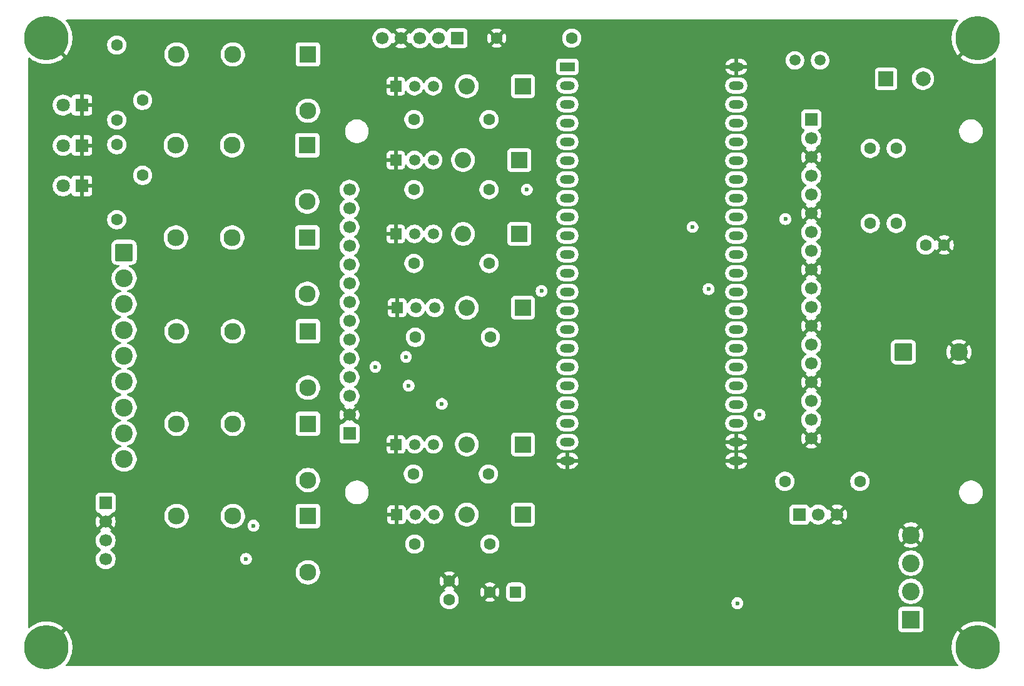
<source format=gbr>
%TF.GenerationSoftware,KiCad,Pcbnew,9.0.6-9.0.6~ubuntu22.04.1*%
%TF.CreationDate,2025-12-09T13:45:13-06:00*%
%TF.ProjectId,ESP32-DevKitC3-Simple-Thermostat-PCB,45535033-322d-4446-9576-4b697443332d,rev?*%
%TF.SameCoordinates,Original*%
%TF.FileFunction,Copper,L2,Inr*%
%TF.FilePolarity,Positive*%
%FSLAX46Y46*%
G04 Gerber Fmt 4.6, Leading zero omitted, Abs format (unit mm)*
G04 Created by KiCad (PCBNEW 9.0.6-9.0.6~ubuntu22.04.1) date 2025-12-09 13:45:13*
%MOMM*%
%LPD*%
G01*
G04 APERTURE LIST*
G04 Aperture macros list*
%AMRoundRect*
0 Rectangle with rounded corners*
0 $1 Rounding radius*
0 $2 $3 $4 $5 $6 $7 $8 $9 X,Y pos of 4 corners*
0 Add a 4 corners polygon primitive as box body*
4,1,4,$2,$3,$4,$5,$6,$7,$8,$9,$2,$3,0*
0 Add four circle primitives for the rounded corners*
1,1,$1+$1,$2,$3*
1,1,$1+$1,$4,$5*
1,1,$1+$1,$6,$7*
1,1,$1+$1,$8,$9*
0 Add four rect primitives between the rounded corners*
20,1,$1+$1,$2,$3,$4,$5,0*
20,1,$1+$1,$4,$5,$6,$7,0*
20,1,$1+$1,$6,$7,$8,$9,0*
20,1,$1+$1,$8,$9,$2,$3,0*%
G04 Aperture macros list end*
%TA.AperFunction,ComponentPad*%
%ADD10C,1.600000*%
%TD*%
%TA.AperFunction,ComponentPad*%
%ADD11R,1.700000X1.700000*%
%TD*%
%TA.AperFunction,ComponentPad*%
%ADD12C,1.700000*%
%TD*%
%TA.AperFunction,ComponentPad*%
%ADD13C,6.000000*%
%TD*%
%TA.AperFunction,ComponentPad*%
%ADD14R,2.300000X2.300000*%
%TD*%
%TA.AperFunction,ComponentPad*%
%ADD15C,2.300000*%
%TD*%
%TA.AperFunction,ComponentPad*%
%ADD16R,1.500000X1.500000*%
%TD*%
%TA.AperFunction,ComponentPad*%
%ADD17C,1.500000*%
%TD*%
%TA.AperFunction,ComponentPad*%
%ADD18R,1.800000X1.800000*%
%TD*%
%TA.AperFunction,ComponentPad*%
%ADD19C,1.800000*%
%TD*%
%TA.AperFunction,ComponentPad*%
%ADD20RoundRect,0.250001X-0.949999X0.949999X-0.949999X-0.949999X0.949999X-0.949999X0.949999X0.949999X0*%
%TD*%
%TA.AperFunction,ComponentPad*%
%ADD21C,2.400000*%
%TD*%
%TA.AperFunction,ComponentPad*%
%ADD22R,2.200000X2.200000*%
%TD*%
%TA.AperFunction,ComponentPad*%
%ADD23O,2.200000X2.200000*%
%TD*%
%TA.AperFunction,ComponentPad*%
%ADD24R,2.000000X2.000000*%
%TD*%
%TA.AperFunction,ComponentPad*%
%ADD25C,2.000000*%
%TD*%
%TA.AperFunction,ComponentPad*%
%ADD26RoundRect,0.250000X0.550000X0.550000X-0.550000X0.550000X-0.550000X-0.550000X0.550000X-0.550000X0*%
%TD*%
%TA.AperFunction,ComponentPad*%
%ADD27R,2.400000X2.400000*%
%TD*%
%TA.AperFunction,ComponentPad*%
%ADD28R,2.000000X1.200000*%
%TD*%
%TA.AperFunction,ComponentPad*%
%ADD29O,2.000000X1.200000*%
%TD*%
%TA.AperFunction,ComponentPad*%
%ADD30RoundRect,0.250001X-0.949999X-0.949999X0.949999X-0.949999X0.949999X0.949999X-0.949999X0.949999X0*%
%TD*%
%TA.AperFunction,ViaPad*%
%ADD31C,0.600000*%
%TD*%
G04 APERTURE END LIST*
D10*
%TO.N,Net-(D9-Pad2)*%
%TO.C,R11*%
X34500000Y-56080000D03*
%TO.N,LED_FAN*%
X34500000Y-45920000D03*
%TD*%
D11*
%TO.N,LD_TX*%
%TO.C,J6*%
X80620000Y-31500000D03*
D12*
%TO.N,LD_RX*%
X78080000Y-31500000D03*
%TO.N,MOTION*%
X75540000Y-31500000D03*
%TO.N,GND*%
X73000000Y-31500000D03*
%TO.N,+5V*%
X70460000Y-31500000D03*
%TD*%
D13*
%TO.N,GND*%
%TO.C,H3*%
X151000000Y-114000000D03*
%TD*%
D10*
%TO.N,GND*%
%TO.C,R10*%
X85920000Y-31500000D03*
%TO.N,LIGHT_SENS*%
X96080000Y-31500000D03*
%TD*%
D14*
%TO.N,Net-(D1-A)*%
%TO.C,K1*%
X60375000Y-33700000D03*
D15*
%TO.N,RLY-C*%
X50215000Y-33700000D03*
%TO.N,G*%
X42595000Y-33700000D03*
%TO.N,+5V*%
X60375000Y-41320000D03*
%TD*%
D16*
%TO.N,GND*%
%TO.C,Q3*%
X72270000Y-58000000D03*
D17*
%TO.N,Net-(Q3-B)*%
X74810000Y-58000000D03*
%TO.N,Net-(D3-A)*%
X77350000Y-58000000D03*
%TD*%
%TO.N,3.3V*%
%TO.C,R12*%
X126300000Y-34500000D03*
%TO.N,LIGHT_SENS*%
X129700000Y-34500000D03*
%TD*%
D10*
%TO.N,BUZZER*%
%TO.C,R8*%
X140000000Y-56580000D03*
%TO.N,Net-(Q7-G)*%
X140000000Y-46420000D03*
%TD*%
D18*
%TO.N,GND*%
%TO.C,D10*%
X29770000Y-46030000D03*
D19*
%TO.N,Net-(D10-Pad2)*%
X27230000Y-46030000D03*
%TD*%
D20*
%TO.N,G*%
%TO.C,J2*%
X35500000Y-60500000D03*
D21*
%TO.N,W*%
X35500000Y-64000000D03*
%TO.N,Y*%
X35500000Y-67500000D03*
%TO.N,W2*%
X35500000Y-71000000D03*
%TO.N,Y2*%
X35500000Y-74500000D03*
%TO.N,PUMP*%
X35500000Y-78000000D03*
%TO.N,RLY-C*%
X35500000Y-81500000D03*
%TO.N,VAC-C*%
X35500000Y-85000000D03*
%TO.N,VAC-R*%
X35500000Y-88500000D03*
%TD*%
D22*
%TO.N,+5V*%
%TO.C,D4*%
X89500000Y-68000000D03*
D23*
%TO.N,Net-(D4-A)*%
X81880000Y-68000000D03*
%TD*%
D11*
%TO.N,FAN_G_4*%
%TO.C,J1*%
X128500000Y-42520000D03*
D12*
%TO.N,+5V*%
X128500000Y-45060000D03*
%TO.N,GND*%
X128500000Y-47600000D03*
%TO.N,HEAT_W_5*%
X128500000Y-50140000D03*
%TO.N,+5V*%
X128500000Y-52680000D03*
%TO.N,GND*%
X128500000Y-55220000D03*
%TO.N,COOL_Y_6*%
X128500000Y-57760000D03*
%TO.N,+5V*%
X128500000Y-60300000D03*
%TO.N,GND*%
X128500000Y-62840000D03*
%TO.N,HEAT{slash}REV_W2_7*%
X128500000Y-65380000D03*
%TO.N,+5V*%
X128500000Y-67920000D03*
%TO.N,GND*%
X128500000Y-70460000D03*
%TO.N,COOL-STAGE2_Y2_39*%
X128500000Y-73000000D03*
%TO.N,+5V*%
X128500000Y-75540000D03*
%TO.N,GND*%
X128500000Y-78080000D03*
%TO.N,PUMP_40*%
X128500000Y-80620000D03*
%TO.N,+5V*%
X128500000Y-83160000D03*
%TO.N,GND*%
X128500000Y-85700000D03*
%TD*%
D13*
%TO.N,GND*%
%TO.C,H2*%
X25000000Y-114000000D03*
%TD*%
D18*
%TO.N,GND*%
%TO.C,D11*%
X29770000Y-40560000D03*
D19*
%TO.N,Net-(D11-Pad2)*%
X27230000Y-40560000D03*
%TD*%
D10*
%TO.N,GND*%
%TO.C,C6*%
X146500000Y-59500000D03*
%TO.N,Net-(D7-+)*%
X144000000Y-59500000D03*
%TD*%
%TO.N,Net-(D10-Pad2)*%
%TO.C,R13*%
X38000000Y-50080000D03*
%TO.N,LED_HEAT*%
X38000000Y-39920000D03*
%TD*%
%TO.N,DS18B20_41*%
%TO.C,R7*%
X124920000Y-91500000D03*
%TO.N,3.3V*%
X135080000Y-91500000D03*
%TD*%
D16*
%TO.N,GND*%
%TO.C,Q4*%
X72460000Y-68000000D03*
D17*
%TO.N,Net-(Q4-B)*%
X75000000Y-68000000D03*
%TO.N,Net-(D4-A)*%
X77540000Y-68000000D03*
%TD*%
D22*
%TO.N,+5V*%
%TO.C,D3*%
X89000000Y-58000000D03*
D23*
%TO.N,Net-(D3-A)*%
X81380000Y-58000000D03*
%TD*%
D22*
%TO.N,+5V*%
%TO.C,D2*%
X89000000Y-48000000D03*
D23*
%TO.N,Net-(D2-A)*%
X81380000Y-48000000D03*
%TD*%
D16*
%TO.N,GND*%
%TO.C,Q5*%
X72310000Y-86500000D03*
D17*
%TO.N,Net-(Q5-B)*%
X74850000Y-86500000D03*
%TO.N,Net-(D5-A)*%
X77390000Y-86500000D03*
%TD*%
D14*
%TO.N,Net-(D5-A)*%
%TO.C,K5*%
X60375000Y-83700000D03*
D15*
%TO.N,RLY-C*%
X50215000Y-83700000D03*
%TO.N,Y2*%
X42595000Y-83700000D03*
%TO.N,+5V*%
X60375000Y-91320000D03*
%TD*%
D10*
%TO.N,Net-(Q1-B)*%
%TO.C,R1*%
X74730000Y-42500000D03*
%TO.N,FAN_G_4*%
X84890000Y-42500000D03*
%TD*%
D22*
%TO.N,+5V*%
%TO.C,D5*%
X89500000Y-86500000D03*
D23*
%TO.N,Net-(D5-A)*%
X81880000Y-86500000D03*
%TD*%
D24*
%TO.N,+5V*%
%TO.C,BZ1*%
X138629200Y-37000000D03*
D25*
%TO.N,Net-(BZ1-+)*%
X143629200Y-37000000D03*
%TD*%
D14*
%TO.N,Net-(D2-A)*%
%TO.C,K2*%
X60280000Y-46000000D03*
D15*
%TO.N,RLY-C*%
X50120000Y-46000000D03*
%TO.N,W*%
X42500000Y-46000000D03*
%TO.N,+5V*%
X60280000Y-53620000D03*
%TD*%
D10*
%TO.N,Net-(Q6-B)*%
%TO.C,R6*%
X74840000Y-100000000D03*
%TO.N,PUMP_40*%
X85000000Y-100000000D03*
%TD*%
D13*
%TO.N,GND*%
%TO.C,H1*%
X25000000Y-31500000D03*
%TD*%
D10*
%TO.N,Net-(Q5-B)*%
%TO.C,R5*%
X74650000Y-90500000D03*
%TO.N,COOL-STAGE2_Y2_39*%
X84810000Y-90500000D03*
%TD*%
%TO.N,Net-(Q3-B)*%
%TO.C,R3*%
X74730000Y-62000000D03*
%TO.N,COOL_Y_6*%
X84890000Y-62000000D03*
%TD*%
D26*
%TO.N,+5V*%
%TO.C,C8*%
X88500000Y-106500000D03*
D10*
%TO.N,GND*%
X85000000Y-106500000D03*
%TD*%
D27*
%TO.N,Net-(D7-+)*%
%TO.C,D7*%
X142000000Y-110200000D03*
D21*
%TO.N,VAC-R*%
X142000000Y-106390000D03*
%TO.N,VAC-C*%
X142000000Y-102580000D03*
%TO.N,GND*%
X142000000Y-98770000D03*
%TD*%
D28*
%TO.N,3.3V*%
%TO.C,U1*%
X95500000Y-35360000D03*
D29*
X95500000Y-37900000D03*
%TO.N,unconnected-(U1-CHIP_PU-Pad3)*%
X95500000Y-40440000D03*
%TO.N,FAN_G_4*%
X95500000Y-42980000D03*
%TO.N,HEAT_W_5*%
X95500000Y-45520000D03*
%TO.N,COOL_Y_6*%
X95500000Y-48060000D03*
%TO.N,HEAT{slash}REV_W2_7*%
X95500000Y-50600000D03*
%TO.N,LD_RX*%
X95500000Y-53140000D03*
%TO.N,LD_TX*%
X95500000Y-55680000D03*
%TO.N,BUZZER*%
X95500000Y-58220000D03*
%TO.N,MOTION*%
X95500000Y-60760000D03*
%TO.N,LIGHT_SENS*%
X95500000Y-63300000D03*
%TO.N,unconnected-(U1-GPIO3{slash}ADC1_CH2-Pad13)*%
X95500000Y-65840000D03*
%TO.N,unconnected-(U1-GPIO46-Pad14)*%
X95500000Y-68380000D03*
%TO.N,CS_9*%
X95500000Y-70920000D03*
%TO.N,TFT_REST*%
X95500000Y-73460000D03*
%TO.N,DC_11*%
X95500000Y-76000000D03*
%TO.N,MOSI_12*%
X95500000Y-78540000D03*
%TO.N,SCK_13*%
X95500000Y-81080000D03*
%TO.N,TFT_LED*%
X95496320Y-83617280D03*
%TO.N,+5V*%
X95496320Y-86157280D03*
%TO.N,GND*%
X95496320Y-88697280D03*
X118360000Y-88700000D03*
X118360000Y-86160000D03*
%TO.N,unconnected-(U1-GPIO19{slash}USB_D--Pad25)*%
X118360000Y-83620000D03*
%TO.N,unconnected-(U1-GPIO20{slash}USB_D+-Pad26)*%
X118360000Y-81080000D03*
%TO.N,MISO_21*%
X118360000Y-78540000D03*
%TO.N,T_CS_47*%
X118360000Y-76000000D03*
%TO.N,TOUCH_IRQ*%
X118360000Y-73460000D03*
%TO.N,unconnected-(U1-GPIO45-Pad30)*%
X118360000Y-70920000D03*
%TO.N,unconnected-(U1-GPIO0-Pad31)*%
X118360000Y-68380000D03*
%TO.N,SCL*%
X118360000Y-65840000D03*
%TO.N,SDA*%
X118360000Y-63300000D03*
%TO.N,LED_FAN*%
X118360000Y-60760000D03*
%TO.N,LED_HEAT*%
X118360000Y-58220000D03*
%TO.N,COOL-STAGE2_Y2_39*%
X118360000Y-55680000D03*
%TO.N,PUMP_40*%
X118360000Y-53140000D03*
%TO.N,DS18B20_41*%
X118360000Y-50600000D03*
%TO.N,unconnected-(U1-GPIO42{slash}MTMS-Pad39)*%
X118360000Y-48060000D03*
%TO.N,LED_COOL*%
X118360000Y-45520000D03*
%TO.N,unconnected-(U1-GPIO1{slash}ADC1_CH0-Pad41)*%
X118360000Y-42980000D03*
%TO.N,unconnected-(U1-GPIO44{slash}U0RXD-Pad42)*%
X118360000Y-40440000D03*
%TO.N,unconnected-(U1-GPIO43{slash}U0TXD-Pad43)*%
X118360000Y-37900000D03*
%TO.N,GND*%
X118360000Y-35360000D03*
%TD*%
D16*
%TO.N,GND*%
%TO.C,Q1*%
X72270000Y-38000000D03*
D17*
%TO.N,Net-(Q1-B)*%
X74810000Y-38000000D03*
%TO.N,Net-(D1-A)*%
X77350000Y-38000000D03*
%TD*%
D22*
%TO.N,+5V*%
%TO.C,D1*%
X89500000Y-38000000D03*
D23*
%TO.N,Net-(D1-A)*%
X81880000Y-38000000D03*
%TD*%
D16*
%TO.N,GND*%
%TO.C,Q6*%
X72380000Y-96000000D03*
D17*
%TO.N,Net-(Q6-B)*%
X74920000Y-96000000D03*
%TO.N,Net-(D6-A)*%
X77460000Y-96000000D03*
%TD*%
D11*
%TO.N,DS18B20_41*%
%TO.C,J3*%
X126920000Y-96000000D03*
D12*
%TO.N,3.3V*%
X129460000Y-96000000D03*
%TO.N,GND*%
X132000000Y-96000000D03*
%TD*%
D10*
%TO.N,Net-(BZ1-+)*%
%TO.C,R9*%
X136500000Y-56580000D03*
%TO.N,+5V*%
X136500000Y-46420000D03*
%TD*%
D22*
%TO.N,+5V*%
%TO.C,D6*%
X89500000Y-96000000D03*
D23*
%TO.N,Net-(D6-A)*%
X81880000Y-96000000D03*
%TD*%
D10*
%TO.N,Net-(D11-Pad2)*%
%TO.C,R14*%
X34500000Y-42580000D03*
%TO.N,LED_COOL*%
X34500000Y-32420000D03*
%TD*%
%TO.N,Net-(Q2-B)*%
%TO.C,R2*%
X74730000Y-52000000D03*
%TO.N,HEAT_W_5*%
X84890000Y-52000000D03*
%TD*%
D11*
%TO.N,+5V*%
%TO.C,J5*%
X33000000Y-94420000D03*
D12*
%TO.N,GND*%
X33000000Y-96960000D03*
%TO.N,SCL*%
X33000000Y-99500000D03*
%TO.N,SDA*%
X33000000Y-102040000D03*
%TD*%
D14*
%TO.N,Net-(D4-A)*%
%TO.C,K4*%
X60375000Y-71200000D03*
D15*
%TO.N,RLY-C*%
X50215000Y-71200000D03*
%TO.N,W2*%
X42595000Y-71200000D03*
%TO.N,+5V*%
X60375000Y-78820000D03*
%TD*%
D14*
%TO.N,Net-(D3-A)*%
%TO.C,K3*%
X60280000Y-58500000D03*
D15*
%TO.N,RLY-C*%
X50120000Y-58500000D03*
%TO.N,Y*%
X42500000Y-58500000D03*
%TO.N,+5V*%
X60280000Y-66120000D03*
%TD*%
D10*
%TO.N,+5V*%
%TO.C,C9*%
X79500000Y-107500000D03*
%TO.N,GND*%
X79500000Y-105000000D03*
%TD*%
D16*
%TO.N,GND*%
%TO.C,Q2*%
X72270000Y-48000000D03*
D17*
%TO.N,Net-(Q2-B)*%
X74810000Y-48000000D03*
%TO.N,Net-(D2-A)*%
X77350000Y-48000000D03*
%TD*%
D13*
%TO.N,GND*%
%TO.C,H4*%
X151000000Y-31500000D03*
%TD*%
D10*
%TO.N,Net-(Q4-B)*%
%TO.C,R4*%
X74920000Y-72000000D03*
%TO.N,HEAT{slash}REV_W2_7*%
X85080000Y-72000000D03*
%TD*%
D30*
%TO.N,Net-(D7-+)*%
%TO.C,C5*%
X140987200Y-74000000D03*
D21*
%TO.N,GND*%
X148487200Y-74000000D03*
%TD*%
D18*
%TO.N,GND*%
%TO.C,D9*%
X29770000Y-51500000D03*
D19*
%TO.N,Net-(D9-Pad2)*%
X27230000Y-51500000D03*
%TD*%
D11*
%TO.N,+5V*%
%TO.C,J4*%
X66000000Y-85040000D03*
D12*
%TO.N,GND*%
X66000000Y-82500000D03*
%TO.N,CS_9*%
X66000000Y-79960000D03*
%TO.N,TFT_REST*%
X66000000Y-77420000D03*
%TO.N,DC_11*%
X66000000Y-74880000D03*
%TO.N,MOSI_12*%
X66000000Y-72340000D03*
%TO.N,SCK_13*%
X66000000Y-69800000D03*
%TO.N,TFT_LED*%
X66000000Y-67260000D03*
%TO.N,MISO_21*%
X66000000Y-64720000D03*
%TO.N,SCK_13*%
X66000000Y-62180000D03*
%TO.N,T_CS_47*%
X66000000Y-59640000D03*
%TO.N,MOSI_23*%
X66000000Y-57100000D03*
%TO.N,MISO_21*%
X66000000Y-54560000D03*
%TO.N,TOUCH_IRQ*%
X66000000Y-52020000D03*
%TD*%
D14*
%TO.N,Net-(D6-A)*%
%TO.C,K6*%
X60375000Y-96200000D03*
D15*
%TO.N,RLY-C*%
X50215000Y-96200000D03*
%TO.N,PUMP*%
X42595000Y-96200000D03*
%TO.N,+5V*%
X60375000Y-103820000D03*
%TD*%
D31*
%TO.N,SDA*%
X53000000Y-97500000D03*
X52000000Y-102000000D03*
%TO.N,GND*%
X147500000Y-49000000D03*
%TO.N,+5V*%
X118500000Y-108000000D03*
%TO.N,COOL_Y_6*%
X90000000Y-52000000D03*
%TO.N,COOL-STAGE2_Y2_39*%
X125000000Y-56000000D03*
%TO.N,PUMP_40*%
X121500000Y-82500000D03*
%TO.N,MOSI_12*%
X74000000Y-78540000D03*
%TO.N,TOUCH_IRQ*%
X112430000Y-57070000D03*
%TO.N,DC_11*%
X69500000Y-76000000D03*
%TO.N,MISO_21*%
X114604500Y-65482500D03*
%TO.N,SCK_13*%
X78500000Y-81022500D03*
%TO.N,TFT_LED*%
X92000000Y-65737800D03*
%TO.N,T_CS_47*%
X73650000Y-74650000D03*
%TD*%
%TA.AperFunction,Conductor*%
%TO.N,GND*%
G36*
X148328398Y-29020185D02*
G01*
X148374153Y-29072989D01*
X148384097Y-29142147D01*
X148357212Y-29203165D01*
X148185387Y-29412532D01*
X148185377Y-29412546D01*
X147994333Y-29698463D01*
X147994322Y-29698481D01*
X147832226Y-30001744D01*
X147832219Y-30001758D01*
X147700623Y-30319459D01*
X147600792Y-30648556D01*
X147600791Y-30648562D01*
X147533708Y-30985817D01*
X147533705Y-30985834D01*
X147500000Y-31328059D01*
X147500000Y-31671940D01*
X147533705Y-32014165D01*
X147533708Y-32014182D01*
X147600791Y-32351437D01*
X147600792Y-32351443D01*
X147700623Y-32680540D01*
X147832219Y-32998241D01*
X147832226Y-32998255D01*
X147994322Y-33301518D01*
X147994333Y-33301536D01*
X148185377Y-33587453D01*
X148185387Y-33587467D01*
X148353785Y-33792659D01*
X148353786Y-33792660D01*
X149705747Y-32440698D01*
X149779588Y-32542330D01*
X149957670Y-32720412D01*
X150059300Y-32794250D01*
X148707338Y-34146212D01*
X148707339Y-34146213D01*
X148912533Y-34314612D01*
X148912546Y-34314622D01*
X149198463Y-34505666D01*
X149198481Y-34505677D01*
X149501744Y-34667773D01*
X149501758Y-34667780D01*
X149819459Y-34799376D01*
X150148556Y-34899207D01*
X150148562Y-34899208D01*
X150485817Y-34966291D01*
X150485834Y-34966294D01*
X150828059Y-35000000D01*
X151171941Y-35000000D01*
X151514165Y-34966294D01*
X151514182Y-34966291D01*
X151851437Y-34899208D01*
X151851443Y-34899207D01*
X152180540Y-34799376D01*
X152498241Y-34667780D01*
X152498255Y-34667773D01*
X152801518Y-34505677D01*
X152801536Y-34505666D01*
X153087453Y-34314622D01*
X153087467Y-34314612D01*
X153296835Y-34142788D01*
X153361145Y-34115475D01*
X153430012Y-34127266D01*
X153481573Y-34174418D01*
X153499500Y-34238641D01*
X153499500Y-111261358D01*
X153479815Y-111328397D01*
X153427011Y-111374152D01*
X153357853Y-111384096D01*
X153296835Y-111357211D01*
X153087467Y-111185387D01*
X153087453Y-111185377D01*
X152801536Y-110994333D01*
X152801518Y-110994322D01*
X152498255Y-110832226D01*
X152498241Y-110832219D01*
X152180540Y-110700623D01*
X151851443Y-110600792D01*
X151851437Y-110600791D01*
X151514182Y-110533708D01*
X151514165Y-110533705D01*
X151171941Y-110500000D01*
X150828059Y-110500000D01*
X150485834Y-110533705D01*
X150485817Y-110533708D01*
X150148562Y-110600791D01*
X150148556Y-110600792D01*
X149819459Y-110700623D01*
X149501758Y-110832219D01*
X149501744Y-110832226D01*
X149198481Y-110994322D01*
X149198463Y-110994333D01*
X148912546Y-111185377D01*
X148912532Y-111185387D01*
X148707338Y-111353786D01*
X150059301Y-112705748D01*
X149957670Y-112779588D01*
X149779588Y-112957670D01*
X149705748Y-113059301D01*
X148353786Y-111707338D01*
X148185387Y-111912532D01*
X148185377Y-111912546D01*
X147994333Y-112198463D01*
X147994322Y-112198481D01*
X147832226Y-112501744D01*
X147832219Y-112501758D01*
X147700623Y-112819459D01*
X147600792Y-113148556D01*
X147600791Y-113148562D01*
X147533708Y-113485817D01*
X147533705Y-113485834D01*
X147500000Y-113828059D01*
X147500000Y-114171940D01*
X147533705Y-114514165D01*
X147533708Y-114514182D01*
X147600791Y-114851437D01*
X147600792Y-114851443D01*
X147700623Y-115180540D01*
X147832219Y-115498241D01*
X147832226Y-115498255D01*
X147994322Y-115801518D01*
X147994333Y-115801536D01*
X148185377Y-116087453D01*
X148185387Y-116087467D01*
X148357212Y-116296835D01*
X148384525Y-116361145D01*
X148372734Y-116430012D01*
X148325582Y-116481573D01*
X148261359Y-116499500D01*
X27738641Y-116499500D01*
X27671602Y-116479815D01*
X27625847Y-116427011D01*
X27615903Y-116357853D01*
X27642788Y-116296835D01*
X27814612Y-116087467D01*
X27814622Y-116087453D01*
X28005666Y-115801536D01*
X28005677Y-115801518D01*
X28167773Y-115498255D01*
X28167780Y-115498241D01*
X28299376Y-115180540D01*
X28399207Y-114851443D01*
X28399208Y-114851437D01*
X28466291Y-114514182D01*
X28466294Y-114514165D01*
X28500000Y-114171940D01*
X28500000Y-113828059D01*
X28466294Y-113485834D01*
X28466291Y-113485817D01*
X28399208Y-113148562D01*
X28399207Y-113148556D01*
X28299376Y-112819459D01*
X28167780Y-112501758D01*
X28167773Y-112501744D01*
X28005677Y-112198481D01*
X28005666Y-112198463D01*
X27814622Y-111912546D01*
X27814612Y-111912533D01*
X27646213Y-111707339D01*
X27646212Y-111707338D01*
X26294250Y-113059300D01*
X26220412Y-112957670D01*
X26042330Y-112779588D01*
X25940698Y-112705747D01*
X27292660Y-111353786D01*
X27292659Y-111353785D01*
X27087467Y-111185387D01*
X27087453Y-111185377D01*
X26801536Y-110994333D01*
X26801518Y-110994322D01*
X26498255Y-110832226D01*
X26498241Y-110832219D01*
X26180540Y-110700623D01*
X25851443Y-110600792D01*
X25851437Y-110600791D01*
X25514182Y-110533708D01*
X25514165Y-110533705D01*
X25171941Y-110500000D01*
X24828059Y-110500000D01*
X24485834Y-110533705D01*
X24485817Y-110533708D01*
X24148562Y-110600791D01*
X24148556Y-110600792D01*
X23819459Y-110700623D01*
X23501758Y-110832219D01*
X23501744Y-110832226D01*
X23198481Y-110994322D01*
X23198463Y-110994333D01*
X22912546Y-111185377D01*
X22912532Y-111185387D01*
X22703165Y-111357211D01*
X22638855Y-111384524D01*
X22569987Y-111372733D01*
X22518427Y-111325581D01*
X22500500Y-111261358D01*
X22500500Y-108952135D01*
X140299500Y-108952135D01*
X140299500Y-111447870D01*
X140299501Y-111447876D01*
X140305908Y-111507483D01*
X140356202Y-111642328D01*
X140356206Y-111642335D01*
X140442452Y-111757544D01*
X140442455Y-111757547D01*
X140557664Y-111843793D01*
X140557671Y-111843797D01*
X140692517Y-111894091D01*
X140692516Y-111894091D01*
X140699444Y-111894835D01*
X140752127Y-111900500D01*
X143247872Y-111900499D01*
X143307483Y-111894091D01*
X143442331Y-111843796D01*
X143557546Y-111757546D01*
X143643796Y-111642331D01*
X143694091Y-111507483D01*
X143700500Y-111447873D01*
X143700499Y-108952128D01*
X143694091Y-108892517D01*
X143648297Y-108769738D01*
X143643797Y-108757671D01*
X143643793Y-108757664D01*
X143557547Y-108642455D01*
X143557544Y-108642452D01*
X143442335Y-108556206D01*
X143442328Y-108556202D01*
X143307482Y-108505908D01*
X143307483Y-108505908D01*
X143247883Y-108499501D01*
X143247881Y-108499500D01*
X143247873Y-108499500D01*
X143247864Y-108499500D01*
X140752129Y-108499500D01*
X140752123Y-108499501D01*
X140692516Y-108505908D01*
X140557671Y-108556202D01*
X140557664Y-108556206D01*
X140442455Y-108642452D01*
X140442452Y-108642455D01*
X140356206Y-108757664D01*
X140356202Y-108757671D01*
X140305908Y-108892517D01*
X140299501Y-108952116D01*
X140299501Y-108952123D01*
X140299500Y-108952135D01*
X22500500Y-108952135D01*
X22500500Y-107397648D01*
X78199500Y-107397648D01*
X78199500Y-107602351D01*
X78231522Y-107804534D01*
X78294781Y-107999223D01*
X78387715Y-108181613D01*
X78508028Y-108347213D01*
X78652786Y-108491971D01*
X78741200Y-108556206D01*
X78818390Y-108612287D01*
X78934607Y-108671503D01*
X79000776Y-108705218D01*
X79000778Y-108705218D01*
X79000781Y-108705220D01*
X79105137Y-108739127D01*
X79195465Y-108768477D01*
X79296557Y-108784488D01*
X79397648Y-108800500D01*
X79397649Y-108800500D01*
X79602351Y-108800500D01*
X79602352Y-108800500D01*
X79804534Y-108768477D01*
X79999219Y-108705220D01*
X80181610Y-108612287D01*
X80274590Y-108544732D01*
X80347213Y-108491971D01*
X80347215Y-108491968D01*
X80347219Y-108491966D01*
X80491966Y-108347219D01*
X80491968Y-108347215D01*
X80491971Y-108347213D01*
X80574595Y-108233489D01*
X80612287Y-108181610D01*
X80705220Y-107999219D01*
X80730585Y-107921153D01*
X117699500Y-107921153D01*
X117699500Y-108078846D01*
X117730261Y-108233489D01*
X117730264Y-108233501D01*
X117790602Y-108379172D01*
X117790609Y-108379185D01*
X117878210Y-108510288D01*
X117878213Y-108510292D01*
X117989707Y-108621786D01*
X117989711Y-108621789D01*
X118120814Y-108709390D01*
X118120827Y-108709397D01*
X118263461Y-108768477D01*
X118266503Y-108769737D01*
X118421153Y-108800499D01*
X118421156Y-108800500D01*
X118421158Y-108800500D01*
X118578844Y-108800500D01*
X118578845Y-108800499D01*
X118733497Y-108769737D01*
X118879179Y-108709394D01*
X119010289Y-108621789D01*
X119121789Y-108510289D01*
X119209394Y-108379179D01*
X119269737Y-108233497D01*
X119300500Y-108078842D01*
X119300500Y-107921158D01*
X119300500Y-107921155D01*
X119300499Y-107921153D01*
X119277782Y-107806947D01*
X119269737Y-107766503D01*
X119256610Y-107734812D01*
X119209397Y-107620827D01*
X119209390Y-107620814D01*
X119121789Y-107489711D01*
X119121786Y-107489707D01*
X119010292Y-107378213D01*
X119010288Y-107378210D01*
X118879185Y-107290609D01*
X118879172Y-107290602D01*
X118733501Y-107230264D01*
X118733489Y-107230261D01*
X118578845Y-107199500D01*
X118578842Y-107199500D01*
X118421158Y-107199500D01*
X118421155Y-107199500D01*
X118266510Y-107230261D01*
X118266498Y-107230264D01*
X118120827Y-107290602D01*
X118120814Y-107290609D01*
X117989711Y-107378210D01*
X117989707Y-107378213D01*
X117878213Y-107489707D01*
X117878210Y-107489711D01*
X117790609Y-107620814D01*
X117790602Y-107620827D01*
X117730264Y-107766498D01*
X117730261Y-107766510D01*
X117699500Y-107921153D01*
X80730585Y-107921153D01*
X80768477Y-107804534D01*
X80800500Y-107602352D01*
X80800500Y-107397648D01*
X80773989Y-107230264D01*
X80768477Y-107195465D01*
X80705218Y-107000776D01*
X80630203Y-106853553D01*
X80612287Y-106818390D01*
X80559407Y-106745606D01*
X80491971Y-106652786D01*
X80347219Y-106508034D01*
X80326712Y-106493135D01*
X80326710Y-106493132D01*
X80195332Y-106397682D01*
X83700000Y-106397682D01*
X83700000Y-106602317D01*
X83732009Y-106804417D01*
X83795244Y-106999031D01*
X83888141Y-107181350D01*
X83888147Y-107181359D01*
X83920523Y-107225921D01*
X83920524Y-107225922D01*
X84600000Y-106546446D01*
X84600000Y-106552661D01*
X84627259Y-106654394D01*
X84679920Y-106745606D01*
X84754394Y-106820080D01*
X84845606Y-106872741D01*
X84947339Y-106900000D01*
X84953553Y-106900000D01*
X84274076Y-107579474D01*
X84318650Y-107611859D01*
X84500968Y-107704755D01*
X84695582Y-107767990D01*
X84897683Y-107800000D01*
X85102317Y-107800000D01*
X85304417Y-107767990D01*
X85499031Y-107704755D01*
X85681349Y-107611859D01*
X85725921Y-107579474D01*
X85046447Y-106900000D01*
X85052661Y-106900000D01*
X85154394Y-106872741D01*
X85245606Y-106820080D01*
X85320080Y-106745606D01*
X85372741Y-106654394D01*
X85400000Y-106552661D01*
X85400000Y-106546447D01*
X86079474Y-107225921D01*
X86111859Y-107181349D01*
X86204755Y-106999031D01*
X86267990Y-106804417D01*
X86300000Y-106602317D01*
X86300000Y-106397682D01*
X86267990Y-106195582D01*
X86204754Y-106000965D01*
X86180381Y-105953130D01*
X86180380Y-105953129D01*
X86153301Y-105899983D01*
X87199500Y-105899983D01*
X87199500Y-107100001D01*
X87199501Y-107100018D01*
X87210000Y-107202796D01*
X87210001Y-107202799D01*
X87265185Y-107369331D01*
X87265187Y-107369336D01*
X87282650Y-107397648D01*
X87357288Y-107518656D01*
X87481344Y-107642712D01*
X87630666Y-107734814D01*
X87797203Y-107789999D01*
X87899991Y-107800500D01*
X89100008Y-107800499D01*
X89202797Y-107789999D01*
X89369334Y-107734814D01*
X89518656Y-107642712D01*
X89642712Y-107518656D01*
X89734814Y-107369334D01*
X89789999Y-107202797D01*
X89800500Y-107100009D01*
X89800499Y-106278549D01*
X140299500Y-106278549D01*
X140299500Y-106501450D01*
X140299501Y-106501466D01*
X140328594Y-106722452D01*
X140328595Y-106722457D01*
X140328596Y-106722463D01*
X140368863Y-106872741D01*
X140386290Y-106937780D01*
X140386293Y-106937790D01*
X140471593Y-107143722D01*
X140471595Y-107143726D01*
X140583052Y-107336774D01*
X140583057Y-107336780D01*
X140583058Y-107336782D01*
X140718751Y-107513622D01*
X140718757Y-107513629D01*
X140876370Y-107671242D01*
X140876377Y-107671248D01*
X141000510Y-107766498D01*
X141053226Y-107806948D01*
X141246274Y-107918405D01*
X141376140Y-107972197D01*
X141441376Y-107999219D01*
X141452219Y-108003710D01*
X141667537Y-108061404D01*
X141888543Y-108090500D01*
X141888550Y-108090500D01*
X142111450Y-108090500D01*
X142111457Y-108090500D01*
X142332463Y-108061404D01*
X142547781Y-108003710D01*
X142753726Y-107918405D01*
X142946774Y-107806948D01*
X143123624Y-107671247D01*
X143281247Y-107513624D01*
X143416948Y-107336774D01*
X143528405Y-107143726D01*
X143613710Y-106937781D01*
X143671404Y-106722463D01*
X143700500Y-106501457D01*
X143700500Y-106278543D01*
X143671404Y-106057537D01*
X143613710Y-105842219D01*
X143603947Y-105818650D01*
X143547076Y-105681350D01*
X143528405Y-105636274D01*
X143416948Y-105443226D01*
X143281247Y-105266376D01*
X143281242Y-105266370D01*
X143123629Y-105108757D01*
X143123622Y-105108751D01*
X142946782Y-104973058D01*
X142946780Y-104973057D01*
X142946774Y-104973052D01*
X142753726Y-104861595D01*
X142753722Y-104861593D01*
X142547790Y-104776293D01*
X142547783Y-104776291D01*
X142547781Y-104776290D01*
X142332463Y-104718596D01*
X142332457Y-104718595D01*
X142332452Y-104718594D01*
X142111466Y-104689501D01*
X142111463Y-104689500D01*
X142111457Y-104689500D01*
X141888543Y-104689500D01*
X141888537Y-104689500D01*
X141888533Y-104689501D01*
X141667547Y-104718594D01*
X141667540Y-104718595D01*
X141667537Y-104718596D01*
X141452219Y-104776290D01*
X141452209Y-104776293D01*
X141246277Y-104861593D01*
X141246273Y-104861595D01*
X141053226Y-104973052D01*
X141053217Y-104973058D01*
X140876377Y-105108751D01*
X140876370Y-105108757D01*
X140718757Y-105266370D01*
X140718751Y-105266377D01*
X140583058Y-105443217D01*
X140583052Y-105443226D01*
X140471595Y-105636273D01*
X140471593Y-105636277D01*
X140386293Y-105842209D01*
X140386290Y-105842219D01*
X140328597Y-106057534D01*
X140328594Y-106057547D01*
X140299501Y-106278533D01*
X140299500Y-106278549D01*
X89800499Y-106278549D01*
X89800499Y-105899992D01*
X89789999Y-105797203D01*
X89734814Y-105630666D01*
X89642712Y-105481344D01*
X89518656Y-105357288D01*
X89371265Y-105266377D01*
X89369336Y-105265187D01*
X89369331Y-105265185D01*
X89367862Y-105264698D01*
X89202797Y-105210001D01*
X89202795Y-105210000D01*
X89100010Y-105199500D01*
X87899998Y-105199500D01*
X87899981Y-105199501D01*
X87797203Y-105210000D01*
X87797200Y-105210001D01*
X87630668Y-105265185D01*
X87630663Y-105265187D01*
X87481342Y-105357289D01*
X87357289Y-105481342D01*
X87265187Y-105630663D01*
X87265185Y-105630668D01*
X87248391Y-105681349D01*
X87210001Y-105797203D01*
X87210001Y-105797204D01*
X87210000Y-105797204D01*
X87199500Y-105899983D01*
X86153301Y-105899983D01*
X86111859Y-105818650D01*
X86079474Y-105774077D01*
X86079474Y-105774076D01*
X85400000Y-106453551D01*
X85400000Y-106447339D01*
X85372741Y-106345606D01*
X85320080Y-106254394D01*
X85245606Y-106179920D01*
X85154394Y-106127259D01*
X85052661Y-106100000D01*
X85046446Y-106100000D01*
X85725922Y-105420524D01*
X85725921Y-105420523D01*
X85681359Y-105388147D01*
X85681350Y-105388141D01*
X85499031Y-105295244D01*
X85304417Y-105232009D01*
X85102317Y-105200000D01*
X84897683Y-105200000D01*
X84695582Y-105232009D01*
X84500968Y-105295244D01*
X84318644Y-105388143D01*
X84274077Y-105420523D01*
X84274077Y-105420524D01*
X84953554Y-106100000D01*
X84947339Y-106100000D01*
X84845606Y-106127259D01*
X84754394Y-106179920D01*
X84679920Y-106254394D01*
X84627259Y-106345606D01*
X84600000Y-106447339D01*
X84600000Y-106453553D01*
X83920524Y-105774077D01*
X83920523Y-105774077D01*
X83888143Y-105818644D01*
X83795244Y-106000968D01*
X83732009Y-106195582D01*
X83700000Y-106397682D01*
X80195332Y-106397682D01*
X80181611Y-106387713D01*
X80127621Y-106360203D01*
X80076825Y-106312228D01*
X80060031Y-106244407D01*
X80082569Y-106178272D01*
X80127624Y-106139233D01*
X80181349Y-106111859D01*
X80225921Y-106079474D01*
X79546447Y-105400000D01*
X79552661Y-105400000D01*
X79654394Y-105372741D01*
X79745606Y-105320080D01*
X79820080Y-105245606D01*
X79872741Y-105154394D01*
X79900000Y-105052661D01*
X79900000Y-105046447D01*
X80579474Y-105725921D01*
X80611859Y-105681349D01*
X80704755Y-105499029D01*
X80727359Y-105429465D01*
X80727359Y-105429464D01*
X80767990Y-105304417D01*
X80800000Y-105102317D01*
X80800000Y-104897682D01*
X80767990Y-104695582D01*
X80704755Y-104500968D01*
X80611859Y-104318650D01*
X80579474Y-104274077D01*
X80579474Y-104274076D01*
X79900000Y-104953551D01*
X79900000Y-104947339D01*
X79872741Y-104845606D01*
X79820080Y-104754394D01*
X79745606Y-104679920D01*
X79654394Y-104627259D01*
X79552661Y-104600000D01*
X79546446Y-104600000D01*
X80225922Y-103920524D01*
X80225921Y-103920523D01*
X80181359Y-103888147D01*
X80181350Y-103888141D01*
X79999031Y-103795244D01*
X79804417Y-103732009D01*
X79602317Y-103700000D01*
X79397683Y-103700000D01*
X79195582Y-103732009D01*
X79000968Y-103795244D01*
X78818644Y-103888143D01*
X78774077Y-103920523D01*
X78774077Y-103920524D01*
X79453554Y-104600000D01*
X79447339Y-104600000D01*
X79345606Y-104627259D01*
X79254394Y-104679920D01*
X79179920Y-104754394D01*
X79127259Y-104845606D01*
X79100000Y-104947339D01*
X79100000Y-104953553D01*
X78420524Y-104274077D01*
X78420523Y-104274077D01*
X78388143Y-104318644D01*
X78295244Y-104500968D01*
X78232009Y-104695582D01*
X78200000Y-104897682D01*
X78200000Y-105102317D01*
X78232009Y-105304417D01*
X78295244Y-105499031D01*
X78388141Y-105681350D01*
X78388147Y-105681359D01*
X78420523Y-105725921D01*
X78420524Y-105725922D01*
X79100000Y-105046446D01*
X79100000Y-105052661D01*
X79127259Y-105154394D01*
X79179920Y-105245606D01*
X79254394Y-105320080D01*
X79345606Y-105372741D01*
X79447339Y-105400000D01*
X79453553Y-105400000D01*
X78774076Y-106079474D01*
X78818652Y-106111861D01*
X78872376Y-106139234D01*
X78923172Y-106187208D01*
X78939968Y-106255028D01*
X78917431Y-106321164D01*
X78872379Y-106360203D01*
X78818386Y-106387714D01*
X78652786Y-106508028D01*
X78508028Y-106652786D01*
X78387715Y-106818386D01*
X78294781Y-107000776D01*
X78231522Y-107195465D01*
X78199500Y-107397648D01*
X22500500Y-107397648D01*
X22500500Y-103690097D01*
X58724500Y-103690097D01*
X58724500Y-103949902D01*
X58765140Y-104206493D01*
X58845422Y-104453576D01*
X58963368Y-104685054D01*
X59116066Y-104895225D01*
X59116069Y-104895229D01*
X59299771Y-105078931D01*
X59509949Y-105231634D01*
X59634790Y-105295244D01*
X59741423Y-105349577D01*
X59741425Y-105349577D01*
X59741428Y-105349579D01*
X59988507Y-105429860D01*
X60120706Y-105450797D01*
X60245098Y-105470500D01*
X60245103Y-105470500D01*
X60504902Y-105470500D01*
X60618298Y-105452539D01*
X60761493Y-105429860D01*
X61008572Y-105349579D01*
X61240051Y-105231634D01*
X61450229Y-105078931D01*
X61633931Y-104895229D01*
X61786634Y-104685051D01*
X61904579Y-104453572D01*
X61984860Y-104206493D01*
X62018049Y-103996941D01*
X62025500Y-103949900D01*
X62025500Y-103690097D01*
X61999632Y-103526774D01*
X61984860Y-103433507D01*
X61904579Y-103186428D01*
X61904577Y-103186425D01*
X61904577Y-103186423D01*
X61845311Y-103070109D01*
X61786634Y-102954949D01*
X61633931Y-102744771D01*
X61450229Y-102561069D01*
X61380340Y-102510292D01*
X61322886Y-102468549D01*
X140299500Y-102468549D01*
X140299500Y-102691450D01*
X140299501Y-102691466D01*
X140328594Y-102912452D01*
X140328595Y-102912457D01*
X140328596Y-102912463D01*
X140330560Y-102919792D01*
X140386290Y-103127780D01*
X140386293Y-103127790D01*
X140454127Y-103291555D01*
X140471595Y-103333726D01*
X140583052Y-103526774D01*
X140583057Y-103526780D01*
X140583058Y-103526782D01*
X140718751Y-103703622D01*
X140718757Y-103703629D01*
X140876370Y-103861242D01*
X140876377Y-103861248D01*
X140991914Y-103949902D01*
X141053226Y-103996948D01*
X141246274Y-104108405D01*
X141452219Y-104193710D01*
X141667537Y-104251404D01*
X141888543Y-104280500D01*
X141888550Y-104280500D01*
X142111450Y-104280500D01*
X142111457Y-104280500D01*
X142332463Y-104251404D01*
X142547781Y-104193710D01*
X142753726Y-104108405D01*
X142946774Y-103996948D01*
X143123624Y-103861247D01*
X143281247Y-103703624D01*
X143416948Y-103526774D01*
X143528405Y-103333726D01*
X143613710Y-103127781D01*
X143671404Y-102912463D01*
X143700500Y-102691457D01*
X143700500Y-102468543D01*
X143671404Y-102247537D01*
X143613710Y-102032219D01*
X143528405Y-101826274D01*
X143416948Y-101633226D01*
X143281247Y-101456376D01*
X143281242Y-101456370D01*
X143123629Y-101298757D01*
X143123622Y-101298751D01*
X142946782Y-101163058D01*
X142946780Y-101163057D01*
X142946774Y-101163052D01*
X142753726Y-101051595D01*
X142753722Y-101051593D01*
X142547790Y-100966293D01*
X142547783Y-100966291D01*
X142547781Y-100966290D01*
X142332463Y-100908596D01*
X142332457Y-100908595D01*
X142332452Y-100908594D01*
X142111466Y-100879501D01*
X142111463Y-100879500D01*
X142111457Y-100879500D01*
X141888543Y-100879500D01*
X141888537Y-100879500D01*
X141888533Y-100879501D01*
X141667547Y-100908594D01*
X141667540Y-100908595D01*
X141667537Y-100908596D01*
X141452219Y-100966290D01*
X141452209Y-100966293D01*
X141246277Y-101051593D01*
X141246273Y-101051595D01*
X141053226Y-101163052D01*
X141053217Y-101163058D01*
X140876377Y-101298751D01*
X140876370Y-101298757D01*
X140718757Y-101456370D01*
X140718751Y-101456377D01*
X140583058Y-101633217D01*
X140583052Y-101633226D01*
X140471595Y-101826273D01*
X140471593Y-101826277D01*
X140386293Y-102032209D01*
X140386290Y-102032219D01*
X140338617Y-102210140D01*
X140328597Y-102247534D01*
X140328594Y-102247547D01*
X140299501Y-102468533D01*
X140299500Y-102468549D01*
X61322886Y-102468549D01*
X61240054Y-102408368D01*
X61240053Y-102408367D01*
X61240051Y-102408366D01*
X61167764Y-102371534D01*
X61008576Y-102290422D01*
X60761493Y-102210140D01*
X60504902Y-102169500D01*
X60504897Y-102169500D01*
X60245103Y-102169500D01*
X60245098Y-102169500D01*
X59988506Y-102210140D01*
X59741423Y-102290422D01*
X59509945Y-102408368D01*
X59299774Y-102561066D01*
X59299768Y-102561071D01*
X59116071Y-102744768D01*
X59116066Y-102744774D01*
X58963368Y-102954945D01*
X58845422Y-103186423D01*
X58765140Y-103433506D01*
X58724500Y-103690097D01*
X22500500Y-103690097D01*
X22500500Y-93522135D01*
X31649500Y-93522135D01*
X31649500Y-95317870D01*
X31649501Y-95317876D01*
X31655908Y-95377483D01*
X31706202Y-95512328D01*
X31706206Y-95512335D01*
X31792452Y-95627544D01*
X31792455Y-95627547D01*
X31907664Y-95713793D01*
X31907671Y-95713797D01*
X31952618Y-95730561D01*
X32042517Y-95764091D01*
X32102127Y-95770500D01*
X32112685Y-95770499D01*
X32179723Y-95790179D01*
X32200372Y-95806818D01*
X32870591Y-96477037D01*
X32807007Y-96494075D01*
X32692993Y-96559901D01*
X32599901Y-96652993D01*
X32534075Y-96767007D01*
X32517037Y-96830591D01*
X31884728Y-96198282D01*
X31884727Y-96198282D01*
X31845380Y-96252439D01*
X31748904Y-96441782D01*
X31683242Y-96643869D01*
X31683242Y-96643872D01*
X31650000Y-96853753D01*
X31650000Y-97066246D01*
X31683242Y-97276127D01*
X31683242Y-97276130D01*
X31748904Y-97478217D01*
X31845375Y-97667550D01*
X31884728Y-97721716D01*
X32517037Y-97089408D01*
X32534075Y-97152993D01*
X32599901Y-97267007D01*
X32692993Y-97360099D01*
X32807007Y-97425925D01*
X32870590Y-97442962D01*
X32238282Y-98075269D01*
X32238282Y-98075270D01*
X32292452Y-98114626D01*
X32292451Y-98114626D01*
X32301495Y-98119234D01*
X32352292Y-98167208D01*
X32369087Y-98235029D01*
X32346550Y-98301164D01*
X32301499Y-98340202D01*
X32292182Y-98344949D01*
X32120213Y-98469890D01*
X31969890Y-98620213D01*
X31844951Y-98792179D01*
X31748444Y-98981585D01*
X31682753Y-99183760D01*
X31649500Y-99393713D01*
X31649500Y-99606286D01*
X31682753Y-99816239D01*
X31682753Y-99816241D01*
X31682754Y-99816243D01*
X31709204Y-99897648D01*
X31748444Y-100018414D01*
X31844951Y-100207820D01*
X31969890Y-100379786D01*
X32120213Y-100530109D01*
X32292182Y-100655050D01*
X32300946Y-100659516D01*
X32351742Y-100707491D01*
X32368536Y-100775312D01*
X32345998Y-100841447D01*
X32300946Y-100880484D01*
X32292182Y-100884949D01*
X32120213Y-101009890D01*
X31969890Y-101160213D01*
X31844951Y-101332179D01*
X31748444Y-101521585D01*
X31682753Y-101723760D01*
X31649500Y-101933713D01*
X31649500Y-102146286D01*
X31665536Y-102247537D01*
X31682754Y-102356243D01*
X31732806Y-102510288D01*
X31748444Y-102558414D01*
X31844951Y-102747820D01*
X31969890Y-102919786D01*
X32120213Y-103070109D01*
X32292179Y-103195048D01*
X32292181Y-103195049D01*
X32292184Y-103195051D01*
X32481588Y-103291557D01*
X32683757Y-103357246D01*
X32893713Y-103390500D01*
X32893714Y-103390500D01*
X33106286Y-103390500D01*
X33106287Y-103390500D01*
X33316243Y-103357246D01*
X33518412Y-103291557D01*
X33707816Y-103195051D01*
X33729789Y-103179086D01*
X33879786Y-103070109D01*
X33879788Y-103070106D01*
X33879792Y-103070104D01*
X34030104Y-102919792D01*
X34030106Y-102919788D01*
X34030109Y-102919786D01*
X34155048Y-102747820D01*
X34155047Y-102747820D01*
X34155051Y-102747816D01*
X34251557Y-102558412D01*
X34317246Y-102356243D01*
X34350500Y-102146287D01*
X34350500Y-101933713D01*
X34348511Y-101921158D01*
X34348510Y-101921153D01*
X51199500Y-101921153D01*
X51199500Y-102078846D01*
X51230261Y-102233489D01*
X51230264Y-102233501D01*
X51290602Y-102379172D01*
X51290609Y-102379185D01*
X51378210Y-102510288D01*
X51378213Y-102510292D01*
X51489707Y-102621786D01*
X51489711Y-102621789D01*
X51620814Y-102709390D01*
X51620827Y-102709397D01*
X51713590Y-102747820D01*
X51766503Y-102769737D01*
X51921153Y-102800499D01*
X51921156Y-102800500D01*
X51921158Y-102800500D01*
X52078844Y-102800500D01*
X52078845Y-102800499D01*
X52233497Y-102769737D01*
X52379179Y-102709394D01*
X52510289Y-102621789D01*
X52621789Y-102510289D01*
X52709394Y-102379179D01*
X52769737Y-102233497D01*
X52800500Y-102078842D01*
X52800500Y-101921158D01*
X52800500Y-101921155D01*
X52800499Y-101921153D01*
X52769738Y-101766510D01*
X52769737Y-101766503D01*
X52769735Y-101766498D01*
X52709397Y-101620827D01*
X52709390Y-101620814D01*
X52621789Y-101489711D01*
X52621786Y-101489707D01*
X52510292Y-101378213D01*
X52510288Y-101378210D01*
X52379185Y-101290609D01*
X52379172Y-101290602D01*
X52233501Y-101230264D01*
X52233489Y-101230261D01*
X52078845Y-101199500D01*
X52078842Y-101199500D01*
X51921158Y-101199500D01*
X51921155Y-101199500D01*
X51766510Y-101230261D01*
X51766498Y-101230264D01*
X51620827Y-101290602D01*
X51620814Y-101290609D01*
X51489711Y-101378210D01*
X51489707Y-101378213D01*
X51378213Y-101489707D01*
X51378210Y-101489711D01*
X51290609Y-101620814D01*
X51290602Y-101620827D01*
X51230264Y-101766498D01*
X51230261Y-101766510D01*
X51199500Y-101921153D01*
X34348510Y-101921153D01*
X34324016Y-101766503D01*
X34317246Y-101723757D01*
X34251557Y-101521588D01*
X34155051Y-101332184D01*
X34155049Y-101332181D01*
X34155048Y-101332179D01*
X34030109Y-101160213D01*
X33879786Y-101009890D01*
X33707820Y-100884951D01*
X33707115Y-100884591D01*
X33699054Y-100880485D01*
X33648259Y-100832512D01*
X33631463Y-100764692D01*
X33653999Y-100698556D01*
X33699054Y-100659515D01*
X33707816Y-100655051D01*
X33729789Y-100639086D01*
X33879786Y-100530109D01*
X33879788Y-100530106D01*
X33879792Y-100530104D01*
X34030104Y-100379792D01*
X34030106Y-100379788D01*
X34030109Y-100379786D01*
X34155048Y-100207820D01*
X34155047Y-100207820D01*
X34155051Y-100207816D01*
X34251557Y-100018412D01*
X34290796Y-99897648D01*
X73539500Y-99897648D01*
X73539500Y-100102351D01*
X73571522Y-100304534D01*
X73634781Y-100499223D01*
X73698691Y-100624653D01*
X73714180Y-100655051D01*
X73727715Y-100681613D01*
X73848028Y-100847213D01*
X73992786Y-100991971D01*
X74147749Y-101104556D01*
X74158390Y-101112287D01*
X74252440Y-101160208D01*
X74340776Y-101205218D01*
X74340778Y-101205218D01*
X74340781Y-101205220D01*
X74445137Y-101239127D01*
X74535465Y-101268477D01*
X74636557Y-101284488D01*
X74737648Y-101300500D01*
X74737649Y-101300500D01*
X74942351Y-101300500D01*
X74942352Y-101300500D01*
X75144534Y-101268477D01*
X75339219Y-101205220D01*
X75521610Y-101112287D01*
X75614590Y-101044732D01*
X75687213Y-100991971D01*
X75687215Y-100991968D01*
X75687219Y-100991966D01*
X75831966Y-100847219D01*
X75831968Y-100847215D01*
X75831971Y-100847213D01*
X75901468Y-100751557D01*
X75952287Y-100681610D01*
X76045220Y-100499219D01*
X76108477Y-100304534D01*
X76140500Y-100102352D01*
X76140500Y-99897648D01*
X83699500Y-99897648D01*
X83699500Y-100102351D01*
X83731522Y-100304534D01*
X83794781Y-100499223D01*
X83858691Y-100624653D01*
X83874180Y-100655051D01*
X83887715Y-100681613D01*
X84008028Y-100847213D01*
X84152786Y-100991971D01*
X84307749Y-101104556D01*
X84318390Y-101112287D01*
X84412440Y-101160208D01*
X84500776Y-101205218D01*
X84500778Y-101205218D01*
X84500781Y-101205220D01*
X84605137Y-101239127D01*
X84695465Y-101268477D01*
X84796557Y-101284488D01*
X84897648Y-101300500D01*
X84897649Y-101300500D01*
X85102351Y-101300500D01*
X85102352Y-101300500D01*
X85304534Y-101268477D01*
X85499219Y-101205220D01*
X85681610Y-101112287D01*
X85774590Y-101044732D01*
X85847213Y-100991971D01*
X85847215Y-100991968D01*
X85847219Y-100991966D01*
X85991966Y-100847219D01*
X85991968Y-100847215D01*
X85991971Y-100847213D01*
X86061468Y-100751557D01*
X86112287Y-100681610D01*
X86205220Y-100499219D01*
X86268477Y-100304534D01*
X86300500Y-100102352D01*
X86300500Y-99897648D01*
X86268477Y-99695466D01*
X86205220Y-99500781D01*
X86205218Y-99500778D01*
X86205218Y-99500776D01*
X86150666Y-99393713D01*
X86112287Y-99318390D01*
X86062686Y-99250119D01*
X85991971Y-99152786D01*
X85847213Y-99008028D01*
X85681613Y-98887715D01*
X85681612Y-98887714D01*
X85681610Y-98887713D01*
X85499219Y-98794780D01*
X85395559Y-98761098D01*
X85304534Y-98731522D01*
X85129995Y-98703878D01*
X85102352Y-98699500D01*
X84897648Y-98699500D01*
X84873329Y-98703351D01*
X84695465Y-98731522D01*
X84500776Y-98794781D01*
X84318386Y-98887715D01*
X84152786Y-99008028D01*
X84008028Y-99152786D01*
X83887715Y-99318386D01*
X83794781Y-99500776D01*
X83731522Y-99695465D01*
X83699500Y-99897648D01*
X76140500Y-99897648D01*
X76108477Y-99695466D01*
X76045220Y-99500781D01*
X76045218Y-99500778D01*
X76045218Y-99500776D01*
X75990666Y-99393713D01*
X75952287Y-99318390D01*
X75902686Y-99250119D01*
X75831971Y-99152786D01*
X75687213Y-99008028D01*
X75521613Y-98887715D01*
X75521612Y-98887714D01*
X75521610Y-98887713D01*
X75445614Y-98848991D01*
X75339223Y-98794781D01*
X75144534Y-98731522D01*
X74969995Y-98703878D01*
X74942352Y-98699500D01*
X74737648Y-98699500D01*
X74713329Y-98703351D01*
X74535465Y-98731522D01*
X74340776Y-98794781D01*
X74158386Y-98887715D01*
X73992786Y-99008028D01*
X73848028Y-99152786D01*
X73727715Y-99318386D01*
X73634781Y-99500776D01*
X73571522Y-99695465D01*
X73539500Y-99897648D01*
X34290796Y-99897648D01*
X34317246Y-99816243D01*
X34350500Y-99606287D01*
X34350500Y-99393713D01*
X34317246Y-99183757D01*
X34251557Y-98981588D01*
X34155051Y-98792184D01*
X34155049Y-98792181D01*
X34155048Y-98792179D01*
X34057980Y-98658575D01*
X140300000Y-98658575D01*
X140300000Y-98881424D01*
X140329085Y-99102354D01*
X140329088Y-99102367D01*
X140386763Y-99317618D01*
X140472045Y-99523502D01*
X140472054Y-99523520D01*
X140583464Y-99716491D01*
X140583473Y-99716504D01*
X140634040Y-99782403D01*
X140634043Y-99782403D01*
X141435387Y-98981059D01*
X141440889Y-99001591D01*
X141519881Y-99138408D01*
X141631592Y-99250119D01*
X141768409Y-99329111D01*
X141788940Y-99334612D01*
X140987595Y-100135955D01*
X140987595Y-100135956D01*
X141053507Y-100186533D01*
X141246485Y-100297949D01*
X141246497Y-100297954D01*
X141452381Y-100383236D01*
X141667632Y-100440911D01*
X141667645Y-100440914D01*
X141888575Y-100470000D01*
X142111425Y-100470000D01*
X142332354Y-100440914D01*
X142332367Y-100440911D01*
X142547618Y-100383236D01*
X142753502Y-100297954D01*
X142753514Y-100297949D01*
X142946498Y-100186530D01*
X143012403Y-100135957D01*
X143012404Y-100135956D01*
X142211059Y-99334612D01*
X142231591Y-99329111D01*
X142368408Y-99250119D01*
X142480119Y-99138408D01*
X142559111Y-99001591D01*
X142564612Y-98981059D01*
X143365956Y-99782404D01*
X143365957Y-99782403D01*
X143416530Y-99716498D01*
X143527949Y-99523514D01*
X143527954Y-99523502D01*
X143613236Y-99317618D01*
X143670911Y-99102367D01*
X143670914Y-99102354D01*
X143700000Y-98881424D01*
X143700000Y-98658575D01*
X143670914Y-98437645D01*
X143670911Y-98437632D01*
X143613236Y-98222381D01*
X143527954Y-98016497D01*
X143527949Y-98016485D01*
X143416533Y-97823507D01*
X143365956Y-97757595D01*
X143365955Y-97757595D01*
X142564612Y-98558939D01*
X142559111Y-98538409D01*
X142480119Y-98401592D01*
X142368408Y-98289881D01*
X142231591Y-98210889D01*
X142211058Y-98205387D01*
X143012403Y-97404043D01*
X143012403Y-97404040D01*
X142946504Y-97353473D01*
X142946491Y-97353464D01*
X142753520Y-97242054D01*
X142753502Y-97242045D01*
X142547618Y-97156763D01*
X142332367Y-97099088D01*
X142332354Y-97099085D01*
X142111425Y-97070000D01*
X141888575Y-97070000D01*
X141667645Y-97099085D01*
X141667632Y-97099088D01*
X141452381Y-97156763D01*
X141246497Y-97242045D01*
X141246479Y-97242054D01*
X141053511Y-97353462D01*
X140987595Y-97404042D01*
X141788941Y-98205387D01*
X141768409Y-98210889D01*
X141631592Y-98289881D01*
X141519881Y-98401592D01*
X141440889Y-98538409D01*
X141435387Y-98558940D01*
X140634042Y-97757595D01*
X140583462Y-97823511D01*
X140472054Y-98016479D01*
X140472045Y-98016497D01*
X140386763Y-98222381D01*
X140329088Y-98437632D01*
X140329085Y-98437645D01*
X140300000Y-98658575D01*
X34057980Y-98658575D01*
X34030109Y-98620213D01*
X33879786Y-98469890D01*
X33707817Y-98344949D01*
X33698504Y-98340204D01*
X33647707Y-98292230D01*
X33630912Y-98224409D01*
X33653449Y-98158274D01*
X33698507Y-98119232D01*
X33707555Y-98114622D01*
X33761716Y-98075270D01*
X33761717Y-98075270D01*
X33129408Y-97442962D01*
X33192993Y-97425925D01*
X33307007Y-97360099D01*
X33400099Y-97267007D01*
X33465925Y-97152993D01*
X33482962Y-97089409D01*
X34115270Y-97721717D01*
X34115270Y-97721716D01*
X34154622Y-97667554D01*
X34251095Y-97478217D01*
X34316757Y-97276130D01*
X34316757Y-97276127D01*
X34350000Y-97066246D01*
X34350000Y-96853753D01*
X34316757Y-96643872D01*
X34316757Y-96643869D01*
X34251095Y-96441782D01*
X34154624Y-96252449D01*
X34115270Y-96198282D01*
X34115269Y-96198282D01*
X33482962Y-96830590D01*
X33465925Y-96767007D01*
X33400099Y-96652993D01*
X33307007Y-96559901D01*
X33192993Y-96494075D01*
X33129409Y-96477037D01*
X33536348Y-96070097D01*
X40944500Y-96070097D01*
X40944500Y-96329902D01*
X40985140Y-96586493D01*
X41065422Y-96833576D01*
X41183368Y-97065054D01*
X41329729Y-97266503D01*
X41336069Y-97275229D01*
X41519771Y-97458931D01*
X41729949Y-97611634D01*
X41839690Y-97667550D01*
X41961423Y-97729577D01*
X41961425Y-97729577D01*
X41961428Y-97729579D01*
X42208507Y-97809860D01*
X42340706Y-97830797D01*
X42465098Y-97850500D01*
X42465103Y-97850500D01*
X42724902Y-97850500D01*
X42838298Y-97832539D01*
X42981493Y-97809860D01*
X43228572Y-97729579D01*
X43460051Y-97611634D01*
X43670229Y-97458931D01*
X43853931Y-97275229D01*
X44006634Y-97065051D01*
X44124579Y-96833572D01*
X44204860Y-96586493D01*
X44227780Y-96441782D01*
X44245500Y-96329902D01*
X44245500Y-96070097D01*
X48564500Y-96070097D01*
X48564500Y-96329902D01*
X48605140Y-96586493D01*
X48685422Y-96833576D01*
X48803368Y-97065054D01*
X48949729Y-97266503D01*
X48956069Y-97275229D01*
X49139771Y-97458931D01*
X49349949Y-97611634D01*
X49459690Y-97667550D01*
X49581423Y-97729577D01*
X49581425Y-97729577D01*
X49581428Y-97729579D01*
X49828507Y-97809860D01*
X49960706Y-97830797D01*
X50085098Y-97850500D01*
X50085103Y-97850500D01*
X50344902Y-97850500D01*
X50458298Y-97832539D01*
X50601493Y-97809860D01*
X50848572Y-97729579D01*
X51080051Y-97611634D01*
X51290229Y-97458931D01*
X51328007Y-97421153D01*
X52199500Y-97421153D01*
X52199500Y-97578846D01*
X52230261Y-97733489D01*
X52230264Y-97733501D01*
X52290602Y-97879172D01*
X52290609Y-97879185D01*
X52378210Y-98010288D01*
X52378213Y-98010292D01*
X52489707Y-98121786D01*
X52489711Y-98121789D01*
X52620814Y-98209390D01*
X52620827Y-98209397D01*
X52715094Y-98248443D01*
X52766503Y-98269737D01*
X52921153Y-98300499D01*
X52921156Y-98300500D01*
X52921158Y-98300500D01*
X53078844Y-98300500D01*
X53078845Y-98300499D01*
X53233497Y-98269737D01*
X53379179Y-98209394D01*
X53510289Y-98121789D01*
X53621789Y-98010289D01*
X53709394Y-97879179D01*
X53769737Y-97733497D01*
X53800500Y-97578842D01*
X53800500Y-97421158D01*
X53800500Y-97421155D01*
X53800499Y-97421153D01*
X53795868Y-97397870D01*
X53769737Y-97266503D01*
X53763355Y-97251095D01*
X53709397Y-97120827D01*
X53709390Y-97120814D01*
X53621789Y-96989711D01*
X53621786Y-96989707D01*
X53510292Y-96878213D01*
X53510288Y-96878210D01*
X53379185Y-96790609D01*
X53379172Y-96790602D01*
X53233501Y-96730264D01*
X53233489Y-96730261D01*
X53078845Y-96699500D01*
X53078842Y-96699500D01*
X52921158Y-96699500D01*
X52921155Y-96699500D01*
X52766510Y-96730261D01*
X52766498Y-96730264D01*
X52620827Y-96790602D01*
X52620814Y-96790609D01*
X52489711Y-96878210D01*
X52489707Y-96878213D01*
X52378213Y-96989707D01*
X52378210Y-96989711D01*
X52290609Y-97120814D01*
X52290602Y-97120827D01*
X52230264Y-97266498D01*
X52230261Y-97266510D01*
X52199500Y-97421153D01*
X51328007Y-97421153D01*
X51473931Y-97275229D01*
X51626634Y-97065051D01*
X51744579Y-96833572D01*
X51824860Y-96586493D01*
X51847780Y-96441782D01*
X51865500Y-96329902D01*
X51865500Y-96070097D01*
X51843947Y-95934021D01*
X51824860Y-95813507D01*
X51744579Y-95566428D01*
X51744577Y-95566425D01*
X51744577Y-95566423D01*
X51701351Y-95481588D01*
X51626634Y-95334949D01*
X51473931Y-95124771D01*
X51351295Y-95002135D01*
X58724500Y-95002135D01*
X58724500Y-97397870D01*
X58724501Y-97397876D01*
X58730908Y-97457483D01*
X58781202Y-97592328D01*
X58781206Y-97592335D01*
X58867452Y-97707544D01*
X58867455Y-97707547D01*
X58982664Y-97793793D01*
X58982671Y-97793797D01*
X59117517Y-97844091D01*
X59117516Y-97844091D01*
X59124444Y-97844835D01*
X59177127Y-97850500D01*
X61572872Y-97850499D01*
X61632483Y-97844091D01*
X61767331Y-97793796D01*
X61882546Y-97707546D01*
X61968796Y-97592331D01*
X62019091Y-97457483D01*
X62025500Y-97397873D01*
X62025499Y-95202155D01*
X71130000Y-95202155D01*
X71130000Y-95750000D01*
X72064314Y-95750000D01*
X72059920Y-95754394D01*
X72007259Y-95845606D01*
X71980000Y-95947339D01*
X71980000Y-96052661D01*
X72007259Y-96154394D01*
X72059920Y-96245606D01*
X72064314Y-96250000D01*
X71130000Y-96250000D01*
X71130000Y-96797844D01*
X71136401Y-96857372D01*
X71136403Y-96857379D01*
X71186645Y-96992086D01*
X71186649Y-96992093D01*
X71272809Y-97107187D01*
X71272812Y-97107190D01*
X71387906Y-97193350D01*
X71387913Y-97193354D01*
X71522620Y-97243596D01*
X71522627Y-97243598D01*
X71582155Y-97249999D01*
X71582172Y-97250000D01*
X72130000Y-97250000D01*
X72130000Y-96315686D01*
X72134394Y-96320080D01*
X72225606Y-96372741D01*
X72327339Y-96400000D01*
X72432661Y-96400000D01*
X72534394Y-96372741D01*
X72625606Y-96320080D01*
X72630000Y-96315686D01*
X72630000Y-97250000D01*
X73177828Y-97250000D01*
X73177844Y-97249999D01*
X73237372Y-97243598D01*
X73237379Y-97243596D01*
X73372086Y-97193354D01*
X73372093Y-97193350D01*
X73487187Y-97107190D01*
X73487190Y-97107187D01*
X73573350Y-96992093D01*
X73573354Y-96992086D01*
X73623596Y-96857379D01*
X73623598Y-96857372D01*
X73629999Y-96797844D01*
X73630000Y-96797827D01*
X73630000Y-96733578D01*
X73649685Y-96666539D01*
X73702489Y-96620784D01*
X73771647Y-96610840D01*
X73835203Y-96639865D01*
X73854314Y-96660688D01*
X73966172Y-96814646D01*
X74105354Y-96953828D01*
X74264595Y-97069524D01*
X74322612Y-97099085D01*
X74439970Y-97158882D01*
X74439972Y-97158882D01*
X74439975Y-97158884D01*
X74540317Y-97191487D01*
X74627173Y-97219709D01*
X74821578Y-97250500D01*
X74821583Y-97250500D01*
X75018422Y-97250500D01*
X75212826Y-97219709D01*
X75400025Y-97158884D01*
X75575405Y-97069524D01*
X75734646Y-96953828D01*
X75873828Y-96814646D01*
X75989524Y-96655405D01*
X76024636Y-96586493D01*
X76079515Y-96478787D01*
X76127489Y-96427990D01*
X76195310Y-96411195D01*
X76261445Y-96433732D01*
X76300485Y-96478787D01*
X76390474Y-96655403D01*
X76421794Y-96698510D01*
X76506172Y-96814646D01*
X76645354Y-96953828D01*
X76804595Y-97069524D01*
X76862612Y-97099085D01*
X76979970Y-97158882D01*
X76979972Y-97158882D01*
X76979975Y-97158884D01*
X77080317Y-97191487D01*
X77167173Y-97219709D01*
X77361578Y-97250500D01*
X77361583Y-97250500D01*
X77558422Y-97250500D01*
X77752826Y-97219709D01*
X77940025Y-97158884D01*
X78115405Y-97069524D01*
X78274646Y-96953828D01*
X78413828Y-96814646D01*
X78529524Y-96655405D01*
X78618884Y-96480025D01*
X78679709Y-96292826D01*
X78687188Y-96245606D01*
X78710500Y-96098422D01*
X78710500Y-95901582D01*
X78708438Y-95888563D01*
X78708438Y-95888560D01*
X78706138Y-95874038D01*
X80279500Y-95874038D01*
X80279500Y-96125962D01*
X80298450Y-96245606D01*
X80318910Y-96374785D01*
X80396760Y-96614383D01*
X80455805Y-96730263D01*
X80508445Y-96833576D01*
X80511132Y-96838848D01*
X80659201Y-97042649D01*
X80659205Y-97042654D01*
X80837345Y-97220794D01*
X80837350Y-97220798D01*
X80965019Y-97313554D01*
X81041155Y-97368870D01*
X81153132Y-97425925D01*
X81265616Y-97483239D01*
X81265618Y-97483239D01*
X81265621Y-97483241D01*
X81505215Y-97561090D01*
X81754038Y-97600500D01*
X81754039Y-97600500D01*
X82005961Y-97600500D01*
X82005962Y-97600500D01*
X82254785Y-97561090D01*
X82494379Y-97483241D01*
X82718845Y-97368870D01*
X82922656Y-97220793D01*
X83100793Y-97042656D01*
X83248870Y-96838845D01*
X83363241Y-96614379D01*
X83441090Y-96374785D01*
X83480500Y-96125962D01*
X83480500Y-95874038D01*
X83441090Y-95625215D01*
X83363241Y-95385621D01*
X83363239Y-95385618D01*
X83363239Y-95385616D01*
X83316816Y-95294506D01*
X83248870Y-95161155D01*
X83205990Y-95102135D01*
X83100798Y-94957350D01*
X83100794Y-94957345D01*
X82995584Y-94852135D01*
X87899500Y-94852135D01*
X87899500Y-97147870D01*
X87899501Y-97147876D01*
X87905908Y-97207483D01*
X87956202Y-97342328D01*
X87956206Y-97342335D01*
X88042452Y-97457544D01*
X88042455Y-97457547D01*
X88157664Y-97543793D01*
X88157671Y-97543797D01*
X88292517Y-97594091D01*
X88292516Y-97594091D01*
X88299444Y-97594835D01*
X88352127Y-97600500D01*
X90647872Y-97600499D01*
X90707483Y-97594091D01*
X90842331Y-97543796D01*
X90957546Y-97457546D01*
X91043796Y-97342331D01*
X91094091Y-97207483D01*
X91100500Y-97147873D01*
X91100499Y-95102135D01*
X125569500Y-95102135D01*
X125569500Y-96897870D01*
X125569501Y-96897876D01*
X125575908Y-96957483D01*
X125626202Y-97092328D01*
X125626206Y-97092335D01*
X125712452Y-97207544D01*
X125712455Y-97207547D01*
X125827664Y-97293793D01*
X125827671Y-97293797D01*
X125962517Y-97344091D01*
X125962516Y-97344091D01*
X125969444Y-97344835D01*
X126022127Y-97350500D01*
X127817872Y-97350499D01*
X127877483Y-97344091D01*
X128012331Y-97293796D01*
X128127546Y-97207546D01*
X128213796Y-97092331D01*
X128262810Y-96960916D01*
X128304681Y-96904984D01*
X128370145Y-96880566D01*
X128438418Y-96895417D01*
X128466673Y-96916569D01*
X128580213Y-97030109D01*
X128752179Y-97155048D01*
X128752181Y-97155049D01*
X128752184Y-97155051D01*
X128941588Y-97251557D01*
X129143757Y-97317246D01*
X129353713Y-97350500D01*
X129353714Y-97350500D01*
X129566286Y-97350500D01*
X129566287Y-97350500D01*
X129776243Y-97317246D01*
X129978412Y-97251557D01*
X130167816Y-97155051D01*
X130222572Y-97115269D01*
X130339786Y-97030109D01*
X130339788Y-97030106D01*
X130339792Y-97030104D01*
X130490104Y-96879792D01*
X130490106Y-96879788D01*
X130490109Y-96879786D01*
X130557515Y-96787007D01*
X130615051Y-96707816D01*
X130619793Y-96698508D01*
X130667763Y-96647711D01*
X130735583Y-96630911D01*
X130801719Y-96653445D01*
X130840763Y-96698500D01*
X130845373Y-96707547D01*
X130884728Y-96761716D01*
X131517037Y-96129408D01*
X131534075Y-96192993D01*
X131599901Y-96307007D01*
X131692993Y-96400099D01*
X131807007Y-96465925D01*
X131870590Y-96482962D01*
X131238282Y-97115269D01*
X131238282Y-97115270D01*
X131292449Y-97154624D01*
X131481782Y-97251095D01*
X131683870Y-97316757D01*
X131893754Y-97350000D01*
X132106246Y-97350000D01*
X132235539Y-97329522D01*
X132316127Y-97316757D01*
X132316130Y-97316757D01*
X132518217Y-97251095D01*
X132707554Y-97154622D01*
X132761716Y-97115270D01*
X132761717Y-97115270D01*
X132129408Y-96482962D01*
X132192993Y-96465925D01*
X132307007Y-96400099D01*
X132400099Y-96307007D01*
X132465925Y-96192993D01*
X132482962Y-96129408D01*
X133115270Y-96761717D01*
X133115270Y-96761716D01*
X133154622Y-96707554D01*
X133251095Y-96518217D01*
X133316757Y-96316130D01*
X133316757Y-96316127D01*
X133350000Y-96106246D01*
X133350000Y-95893753D01*
X133316757Y-95683872D01*
X133316757Y-95683869D01*
X133251095Y-95481782D01*
X133154624Y-95292449D01*
X133115270Y-95238282D01*
X133115269Y-95238282D01*
X132482962Y-95870590D01*
X132465925Y-95807007D01*
X132400099Y-95692993D01*
X132307007Y-95599901D01*
X132192993Y-95534075D01*
X132129409Y-95517037D01*
X132761716Y-94884728D01*
X132707550Y-94845375D01*
X132518217Y-94748904D01*
X132316129Y-94683242D01*
X132106246Y-94650000D01*
X131893754Y-94650000D01*
X131683872Y-94683242D01*
X131683869Y-94683242D01*
X131481782Y-94748904D01*
X131292439Y-94845380D01*
X131238282Y-94884727D01*
X131238282Y-94884728D01*
X131870591Y-95517037D01*
X131807007Y-95534075D01*
X131692993Y-95599901D01*
X131599901Y-95692993D01*
X131534075Y-95807007D01*
X131517037Y-95870591D01*
X130884728Y-95238282D01*
X130884727Y-95238282D01*
X130845380Y-95292440D01*
X130845376Y-95292446D01*
X130840760Y-95301505D01*
X130792781Y-95352297D01*
X130724959Y-95369087D01*
X130658826Y-95346543D01*
X130619794Y-95301493D01*
X130615051Y-95292184D01*
X130615049Y-95292181D01*
X130615048Y-95292179D01*
X130490109Y-95120213D01*
X130339786Y-94969890D01*
X130167820Y-94844951D01*
X129978414Y-94748444D01*
X129978413Y-94748443D01*
X129978412Y-94748443D01*
X129776243Y-94682754D01*
X129776241Y-94682753D01*
X129776240Y-94682753D01*
X129614957Y-94657208D01*
X129566287Y-94649500D01*
X129353713Y-94649500D01*
X129305042Y-94657208D01*
X129143760Y-94682753D01*
X128941585Y-94748444D01*
X128752179Y-94844951D01*
X128580215Y-94969889D01*
X128466673Y-95083431D01*
X128405350Y-95116915D01*
X128335658Y-95111931D01*
X128279725Y-95070059D01*
X128262810Y-95039082D01*
X128213797Y-94907671D01*
X128213793Y-94907664D01*
X128127547Y-94792455D01*
X128127544Y-94792452D01*
X128012335Y-94706206D01*
X128012328Y-94706202D01*
X127877482Y-94655908D01*
X127877483Y-94655908D01*
X127817883Y-94649501D01*
X127817881Y-94649500D01*
X127817873Y-94649500D01*
X127817864Y-94649500D01*
X126022129Y-94649500D01*
X126022123Y-94649501D01*
X125962516Y-94655908D01*
X125827671Y-94706202D01*
X125827664Y-94706206D01*
X125712455Y-94792452D01*
X125712452Y-94792455D01*
X125626206Y-94907664D01*
X125626202Y-94907671D01*
X125575908Y-95042517D01*
X125569501Y-95102116D01*
X125569500Y-95102135D01*
X91100499Y-95102135D01*
X91100499Y-94852128D01*
X91094091Y-94792517D01*
X91089124Y-94779201D01*
X91043797Y-94657671D01*
X91043793Y-94657664D01*
X90957547Y-94542455D01*
X90957544Y-94542452D01*
X90842335Y-94456206D01*
X90842328Y-94456202D01*
X90707482Y-94405908D01*
X90707483Y-94405908D01*
X90647883Y-94399501D01*
X90647881Y-94399500D01*
X90647873Y-94399500D01*
X90647864Y-94399500D01*
X88352129Y-94399500D01*
X88352123Y-94399501D01*
X88292516Y-94405908D01*
X88157671Y-94456202D01*
X88157664Y-94456206D01*
X88042455Y-94542452D01*
X88042452Y-94542455D01*
X87956206Y-94657664D01*
X87956202Y-94657671D01*
X87905908Y-94792517D01*
X87900226Y-94845375D01*
X87899501Y-94852123D01*
X87899500Y-94852135D01*
X82995584Y-94852135D01*
X82922654Y-94779205D01*
X82922649Y-94779201D01*
X82718848Y-94631132D01*
X82718847Y-94631131D01*
X82718845Y-94631130D01*
X82648747Y-94595413D01*
X82494383Y-94516760D01*
X82254785Y-94438910D01*
X82005962Y-94399500D01*
X81754038Y-94399500D01*
X81629626Y-94419205D01*
X81505214Y-94438910D01*
X81265616Y-94516760D01*
X81041151Y-94631132D01*
X80837350Y-94779201D01*
X80837345Y-94779205D01*
X80659205Y-94957345D01*
X80659201Y-94957350D01*
X80511132Y-95161151D01*
X80396760Y-95385616D01*
X80318910Y-95625214D01*
X80304880Y-95713796D01*
X80279500Y-95874038D01*
X78706138Y-95874038D01*
X78679709Y-95707173D01*
X78635791Y-95572009D01*
X78618884Y-95519975D01*
X78618882Y-95519972D01*
X78618882Y-95519970D01*
X78551615Y-95387951D01*
X78529524Y-95344595D01*
X78413828Y-95185354D01*
X78274646Y-95046172D01*
X78115405Y-94930476D01*
X77940029Y-94841117D01*
X77752826Y-94780290D01*
X77558422Y-94749500D01*
X77558417Y-94749500D01*
X77361583Y-94749500D01*
X77361578Y-94749500D01*
X77167173Y-94780290D01*
X76979970Y-94841117D01*
X76804594Y-94930476D01*
X76750338Y-94969896D01*
X76645354Y-95046172D01*
X76645352Y-95046174D01*
X76645351Y-95046174D01*
X76506174Y-95185351D01*
X76506174Y-95185352D01*
X76506172Y-95185354D01*
X76493953Y-95202172D01*
X76390476Y-95344594D01*
X76300485Y-95521213D01*
X76252511Y-95572009D01*
X76184690Y-95588804D01*
X76118555Y-95566267D01*
X76079515Y-95521213D01*
X76011615Y-95387951D01*
X75989524Y-95344595D01*
X75873828Y-95185354D01*
X75734646Y-95046172D01*
X75575405Y-94930476D01*
X75400029Y-94841117D01*
X75212826Y-94780290D01*
X75018422Y-94749500D01*
X75018417Y-94749500D01*
X74821583Y-94749500D01*
X74821578Y-94749500D01*
X74627173Y-94780290D01*
X74439970Y-94841117D01*
X74264594Y-94930476D01*
X74210338Y-94969896D01*
X74105354Y-95046172D01*
X74105352Y-95046174D01*
X74105351Y-95046174D01*
X73966174Y-95185351D01*
X73966174Y-95185352D01*
X73966172Y-95185354D01*
X73886868Y-95294506D01*
X73854318Y-95339307D01*
X73798988Y-95381972D01*
X73729374Y-95387951D01*
X73667579Y-95355345D01*
X73633222Y-95294506D01*
X73630000Y-95266421D01*
X73630000Y-95202172D01*
X73629999Y-95202155D01*
X73623598Y-95142627D01*
X73623596Y-95142620D01*
X73573354Y-95007913D01*
X73573350Y-95007906D01*
X73487190Y-94892812D01*
X73487187Y-94892809D01*
X73372093Y-94806649D01*
X73372086Y-94806645D01*
X73237379Y-94756403D01*
X73237372Y-94756401D01*
X73177844Y-94750000D01*
X72630000Y-94750000D01*
X72630000Y-95684314D01*
X72625606Y-95679920D01*
X72534394Y-95627259D01*
X72432661Y-95600000D01*
X72327339Y-95600000D01*
X72225606Y-95627259D01*
X72134394Y-95679920D01*
X72130000Y-95684314D01*
X72130000Y-94750000D01*
X71582155Y-94750000D01*
X71522627Y-94756401D01*
X71522620Y-94756403D01*
X71387913Y-94806645D01*
X71387906Y-94806649D01*
X71272812Y-94892809D01*
X71272809Y-94892812D01*
X71186649Y-95007906D01*
X71186645Y-95007913D01*
X71136403Y-95142620D01*
X71136401Y-95142627D01*
X71130000Y-95202155D01*
X62025499Y-95202155D01*
X62025499Y-95002128D01*
X62019091Y-94942517D01*
X62006094Y-94907671D01*
X61968797Y-94807671D01*
X61968793Y-94807664D01*
X61882547Y-94692455D01*
X61882544Y-94692452D01*
X61767335Y-94606206D01*
X61767328Y-94606202D01*
X61632482Y-94555908D01*
X61632483Y-94555908D01*
X61572883Y-94549501D01*
X61572881Y-94549500D01*
X61572873Y-94549500D01*
X61572864Y-94549500D01*
X59177129Y-94549500D01*
X59177123Y-94549501D01*
X59117516Y-94555908D01*
X58982671Y-94606202D01*
X58982664Y-94606206D01*
X58867455Y-94692452D01*
X58867452Y-94692455D01*
X58781206Y-94807664D01*
X58781202Y-94807671D01*
X58730908Y-94942517D01*
X58727965Y-94969896D01*
X58724501Y-95002123D01*
X58724500Y-95002135D01*
X51351295Y-95002135D01*
X51290229Y-94941069D01*
X51167822Y-94852135D01*
X51080054Y-94788368D01*
X51080053Y-94788367D01*
X51080051Y-94788366D01*
X51001698Y-94748443D01*
X50848576Y-94670422D01*
X50601493Y-94590140D01*
X50344902Y-94549500D01*
X50344897Y-94549500D01*
X50085103Y-94549500D01*
X50085098Y-94549500D01*
X49828506Y-94590140D01*
X49581423Y-94670422D01*
X49349945Y-94788368D01*
X49139774Y-94941066D01*
X49139768Y-94941071D01*
X48956071Y-95124768D01*
X48956066Y-95124774D01*
X48803368Y-95334945D01*
X48685422Y-95566423D01*
X48605140Y-95813506D01*
X48564500Y-96070097D01*
X44245500Y-96070097D01*
X44223947Y-95934021D01*
X44204860Y-95813507D01*
X44124579Y-95566428D01*
X44124577Y-95566425D01*
X44124577Y-95566423D01*
X44081351Y-95481588D01*
X44006634Y-95334949D01*
X43853931Y-95124771D01*
X43670229Y-94941069D01*
X43547822Y-94852135D01*
X43460054Y-94788368D01*
X43460053Y-94788367D01*
X43460051Y-94788366D01*
X43381698Y-94748443D01*
X43228576Y-94670422D01*
X42981493Y-94590140D01*
X42724902Y-94549500D01*
X42724897Y-94549500D01*
X42465103Y-94549500D01*
X42465098Y-94549500D01*
X42208506Y-94590140D01*
X41961423Y-94670422D01*
X41729945Y-94788368D01*
X41519774Y-94941066D01*
X41519768Y-94941071D01*
X41336071Y-95124768D01*
X41336066Y-95124774D01*
X41183368Y-95334945D01*
X41065422Y-95566423D01*
X40985140Y-95813506D01*
X40944500Y-96070097D01*
X33536348Y-96070097D01*
X33628895Y-95977550D01*
X33799627Y-95806818D01*
X33860950Y-95773333D01*
X33887307Y-95770499D01*
X33897872Y-95770499D01*
X33957483Y-95764091D01*
X34092331Y-95713796D01*
X34207546Y-95627546D01*
X34293796Y-95512331D01*
X34344091Y-95377483D01*
X34350500Y-95317873D01*
X34350499Y-93522128D01*
X34344091Y-93462517D01*
X34293796Y-93327669D01*
X34293795Y-93327668D01*
X34293793Y-93327664D01*
X34207547Y-93212455D01*
X34207544Y-93212452D01*
X34092335Y-93126206D01*
X34092328Y-93126202D01*
X33957482Y-93075908D01*
X33957483Y-93075908D01*
X33897883Y-93069501D01*
X33897881Y-93069500D01*
X33897873Y-93069500D01*
X33897864Y-93069500D01*
X32102129Y-93069500D01*
X32102123Y-93069501D01*
X32042516Y-93075908D01*
X31907671Y-93126202D01*
X31907664Y-93126206D01*
X31792455Y-93212452D01*
X31792452Y-93212455D01*
X31706206Y-93327664D01*
X31706202Y-93327671D01*
X31655908Y-93462517D01*
X31649501Y-93522116D01*
X31649501Y-93522123D01*
X31649500Y-93522135D01*
X22500500Y-93522135D01*
X22500500Y-91190097D01*
X58724500Y-91190097D01*
X58724500Y-91449902D01*
X58765140Y-91706493D01*
X58845422Y-91953576D01*
X58868679Y-91999219D01*
X58963366Y-92185051D01*
X59116069Y-92395229D01*
X59299771Y-92578931D01*
X59509949Y-92731634D01*
X59657445Y-92806787D01*
X59741423Y-92849577D01*
X59741425Y-92849577D01*
X59741428Y-92849579D01*
X59988507Y-92929860D01*
X60120706Y-92950797D01*
X60245098Y-92970500D01*
X60245103Y-92970500D01*
X60504902Y-92970500D01*
X60618298Y-92952539D01*
X60761493Y-92929860D01*
X60933295Y-92874038D01*
X65399500Y-92874038D01*
X65399500Y-93125961D01*
X65438910Y-93374785D01*
X65516760Y-93614383D01*
X65631132Y-93838848D01*
X65779201Y-94042649D01*
X65779205Y-94042654D01*
X65957345Y-94220794D01*
X65957350Y-94220798D01*
X66135117Y-94349952D01*
X66161155Y-94368870D01*
X66298616Y-94438910D01*
X66385616Y-94483239D01*
X66385618Y-94483239D01*
X66385621Y-94483241D01*
X66625215Y-94561090D01*
X66874038Y-94600500D01*
X66874039Y-94600500D01*
X67125961Y-94600500D01*
X67125962Y-94600500D01*
X67374785Y-94561090D01*
X67614379Y-94483241D01*
X67838845Y-94368870D01*
X68042656Y-94220793D01*
X68220793Y-94042656D01*
X68368870Y-93838845D01*
X68483241Y-93614379D01*
X68561090Y-93374785D01*
X68600500Y-93125962D01*
X68600500Y-92874038D01*
X148509500Y-92874038D01*
X148509500Y-93125961D01*
X148548910Y-93374785D01*
X148626760Y-93614383D01*
X148741132Y-93838848D01*
X148889201Y-94042649D01*
X148889205Y-94042654D01*
X149067345Y-94220794D01*
X149067350Y-94220798D01*
X149245117Y-94349952D01*
X149271155Y-94368870D01*
X149408616Y-94438910D01*
X149495616Y-94483239D01*
X149495618Y-94483239D01*
X149495621Y-94483241D01*
X149735215Y-94561090D01*
X149984038Y-94600500D01*
X149984039Y-94600500D01*
X150235961Y-94600500D01*
X150235962Y-94600500D01*
X150484785Y-94561090D01*
X150724379Y-94483241D01*
X150948845Y-94368870D01*
X151152656Y-94220793D01*
X151330793Y-94042656D01*
X151478870Y-93838845D01*
X151593241Y-93614379D01*
X151671090Y-93374785D01*
X151710500Y-93125962D01*
X151710500Y-92874038D01*
X151671090Y-92625215D01*
X151593241Y-92385621D01*
X151593239Y-92385618D01*
X151593239Y-92385616D01*
X151551747Y-92304184D01*
X151478870Y-92161155D01*
X151361217Y-91999219D01*
X151330798Y-91957350D01*
X151330794Y-91957345D01*
X151152654Y-91779205D01*
X151152649Y-91779201D01*
X150948848Y-91631132D01*
X150948847Y-91631131D01*
X150948845Y-91631130D01*
X150878747Y-91595413D01*
X150724383Y-91516760D01*
X150484785Y-91438910D01*
X150235962Y-91399500D01*
X149984038Y-91399500D01*
X149859626Y-91419205D01*
X149735214Y-91438910D01*
X149495616Y-91516760D01*
X149271151Y-91631132D01*
X149067350Y-91779201D01*
X149067345Y-91779205D01*
X148889205Y-91957345D01*
X148889201Y-91957350D01*
X148741132Y-92161151D01*
X148626760Y-92385616D01*
X148548910Y-92625214D01*
X148509500Y-92874038D01*
X68600500Y-92874038D01*
X68561090Y-92625215D01*
X68483241Y-92385621D01*
X68483239Y-92385618D01*
X68483239Y-92385616D01*
X68441747Y-92304184D01*
X68368870Y-92161155D01*
X68251217Y-91999219D01*
X68220798Y-91957350D01*
X68220794Y-91957345D01*
X68042654Y-91779205D01*
X68042649Y-91779201D01*
X67838848Y-91631132D01*
X67838847Y-91631131D01*
X67838845Y-91631130D01*
X67768747Y-91595413D01*
X67614383Y-91516760D01*
X67374785Y-91438910D01*
X67125962Y-91399500D01*
X66874038Y-91399500D01*
X66749626Y-91419205D01*
X66625214Y-91438910D01*
X66385616Y-91516760D01*
X66161151Y-91631132D01*
X65957350Y-91779201D01*
X65957345Y-91779205D01*
X65779205Y-91957345D01*
X65779201Y-91957350D01*
X65631132Y-92161151D01*
X65516760Y-92385616D01*
X65438910Y-92625214D01*
X65399500Y-92874038D01*
X60933295Y-92874038D01*
X61008572Y-92849579D01*
X61240051Y-92731634D01*
X61450229Y-92578931D01*
X61633931Y-92395229D01*
X61786634Y-92185051D01*
X61904579Y-91953572D01*
X61984860Y-91706493D01*
X62014910Y-91516760D01*
X62025500Y-91449902D01*
X62025500Y-91190097D01*
X61995268Y-90999223D01*
X61984860Y-90933507D01*
X61904579Y-90686428D01*
X61904577Y-90686425D01*
X61904577Y-90686423D01*
X61813679Y-90508028D01*
X61786634Y-90454949D01*
X61745002Y-90397648D01*
X73349500Y-90397648D01*
X73349500Y-90602351D01*
X73381522Y-90804534D01*
X73444781Y-90999223D01*
X73508691Y-91124653D01*
X73537712Y-91181609D01*
X73537715Y-91181613D01*
X73658028Y-91347213D01*
X73802786Y-91491971D01*
X73957749Y-91604556D01*
X73968390Y-91612287D01*
X74084607Y-91671503D01*
X74150776Y-91705218D01*
X74150778Y-91705218D01*
X74150781Y-91705220D01*
X74255137Y-91739127D01*
X74345465Y-91768477D01*
X74413199Y-91779205D01*
X74547648Y-91800500D01*
X74547649Y-91800500D01*
X74752351Y-91800500D01*
X74752352Y-91800500D01*
X74954534Y-91768477D01*
X75149219Y-91705220D01*
X75331610Y-91612287D01*
X75463093Y-91516760D01*
X75497213Y-91491971D01*
X75497215Y-91491968D01*
X75497219Y-91491966D01*
X75641966Y-91347219D01*
X75641968Y-91347215D01*
X75641971Y-91347213D01*
X75694732Y-91274590D01*
X75762287Y-91181610D01*
X75855220Y-90999219D01*
X75918477Y-90804534D01*
X75950500Y-90602352D01*
X75950500Y-90397648D01*
X83509500Y-90397648D01*
X83509500Y-90602351D01*
X83541522Y-90804534D01*
X83604781Y-90999223D01*
X83668691Y-91124653D01*
X83697712Y-91181609D01*
X83697715Y-91181613D01*
X83818028Y-91347213D01*
X83962786Y-91491971D01*
X84117749Y-91604556D01*
X84128390Y-91612287D01*
X84244607Y-91671503D01*
X84310776Y-91705218D01*
X84310778Y-91705218D01*
X84310781Y-91705220D01*
X84415137Y-91739127D01*
X84505465Y-91768477D01*
X84573199Y-91779205D01*
X84707648Y-91800500D01*
X84707649Y-91800500D01*
X84912351Y-91800500D01*
X84912352Y-91800500D01*
X85114534Y-91768477D01*
X85309219Y-91705220D01*
X85491610Y-91612287D01*
X85623093Y-91516760D01*
X85657213Y-91491971D01*
X85657215Y-91491968D01*
X85657219Y-91491966D01*
X85751537Y-91397648D01*
X123619500Y-91397648D01*
X123619500Y-91602351D01*
X123651522Y-91804534D01*
X123714781Y-91999223D01*
X123807715Y-92181613D01*
X123928028Y-92347213D01*
X124072786Y-92491971D01*
X124227749Y-92604556D01*
X124238390Y-92612287D01*
X124354607Y-92671503D01*
X124420776Y-92705218D01*
X124420778Y-92705218D01*
X124420781Y-92705220D01*
X124502066Y-92731631D01*
X124615465Y-92768477D01*
X124716557Y-92784488D01*
X124817648Y-92800500D01*
X124817649Y-92800500D01*
X125022351Y-92800500D01*
X125022352Y-92800500D01*
X125224534Y-92768477D01*
X125419219Y-92705220D01*
X125601610Y-92612287D01*
X125694590Y-92544732D01*
X125767213Y-92491971D01*
X125767215Y-92491968D01*
X125767219Y-92491966D01*
X125911966Y-92347219D01*
X125911968Y-92347215D01*
X125911971Y-92347213D01*
X125964732Y-92274590D01*
X126032287Y-92181610D01*
X126125220Y-91999219D01*
X126188477Y-91804534D01*
X126220500Y-91602352D01*
X126220500Y-91397648D01*
X133779500Y-91397648D01*
X133779500Y-91602351D01*
X133811522Y-91804534D01*
X133874781Y-91999223D01*
X133967715Y-92181613D01*
X134088028Y-92347213D01*
X134232786Y-92491971D01*
X134387749Y-92604556D01*
X134398390Y-92612287D01*
X134514607Y-92671503D01*
X134580776Y-92705218D01*
X134580778Y-92705218D01*
X134580781Y-92705220D01*
X134662066Y-92731631D01*
X134775465Y-92768477D01*
X134876557Y-92784488D01*
X134977648Y-92800500D01*
X134977649Y-92800500D01*
X135182351Y-92800500D01*
X135182352Y-92800500D01*
X135384534Y-92768477D01*
X135384537Y-92768476D01*
X135384538Y-92768476D01*
X135437599Y-92751235D01*
X135437600Y-92751235D01*
X135467952Y-92741372D01*
X135579219Y-92705220D01*
X135761610Y-92612287D01*
X135854590Y-92544732D01*
X135927213Y-92491971D01*
X135927215Y-92491968D01*
X135927219Y-92491966D01*
X136071966Y-92347219D01*
X136071968Y-92347215D01*
X136071971Y-92347213D01*
X136124732Y-92274590D01*
X136192287Y-92181610D01*
X136285220Y-91999219D01*
X136348477Y-91804534D01*
X136380500Y-91602352D01*
X136380500Y-91397648D01*
X136348477Y-91195466D01*
X136346734Y-91190103D01*
X136285218Y-91000776D01*
X136250942Y-90933506D01*
X136192287Y-90818390D01*
X136182220Y-90804534D01*
X136071971Y-90652786D01*
X135927213Y-90508028D01*
X135761613Y-90387715D01*
X135761612Y-90387714D01*
X135761610Y-90387713D01*
X135704653Y-90358691D01*
X135579223Y-90294781D01*
X135384534Y-90231522D01*
X135209995Y-90203878D01*
X135182352Y-90199500D01*
X134977648Y-90199500D01*
X134953329Y-90203351D01*
X134775465Y-90231522D01*
X134580776Y-90294781D01*
X134398386Y-90387715D01*
X134232786Y-90508028D01*
X134088028Y-90652786D01*
X133967715Y-90818386D01*
X133874781Y-91000776D01*
X133811522Y-91195465D01*
X133779500Y-91397648D01*
X126220500Y-91397648D01*
X126188477Y-91195466D01*
X126186734Y-91190103D01*
X126125218Y-91000776D01*
X126090942Y-90933506D01*
X126032287Y-90818390D01*
X126022220Y-90804534D01*
X125911971Y-90652786D01*
X125767213Y-90508028D01*
X125601613Y-90387715D01*
X125601612Y-90387714D01*
X125601610Y-90387713D01*
X125544653Y-90358691D01*
X125419223Y-90294781D01*
X125224534Y-90231522D01*
X125049995Y-90203878D01*
X125022352Y-90199500D01*
X124817648Y-90199500D01*
X124793329Y-90203351D01*
X124615465Y-90231522D01*
X124420776Y-90294781D01*
X124238386Y-90387715D01*
X124072786Y-90508028D01*
X123928028Y-90652786D01*
X123807715Y-90818386D01*
X123714781Y-91000776D01*
X123651522Y-91195465D01*
X123619500Y-91397648D01*
X85751537Y-91397648D01*
X85801966Y-91347219D01*
X85922287Y-91181610D01*
X86015220Y-90999219D01*
X86078477Y-90804534D01*
X86110500Y-90602352D01*
X86110500Y-90397648D01*
X86078477Y-90195466D01*
X86015220Y-90000781D01*
X86015218Y-90000778D01*
X86015218Y-90000776D01*
X85968132Y-89908366D01*
X85922287Y-89818390D01*
X85901967Y-89790422D01*
X85801971Y-89652786D01*
X85657213Y-89508028D01*
X85491613Y-89387715D01*
X85491612Y-89387714D01*
X85491610Y-89387713D01*
X85434653Y-89358691D01*
X85309223Y-89294781D01*
X85114534Y-89231522D01*
X84939995Y-89203878D01*
X84912352Y-89199500D01*
X84707648Y-89199500D01*
X84683329Y-89203351D01*
X84505465Y-89231522D01*
X84310776Y-89294781D01*
X84128386Y-89387715D01*
X83962786Y-89508028D01*
X83818028Y-89652786D01*
X83697715Y-89818386D01*
X83604781Y-90000776D01*
X83541522Y-90195465D01*
X83509500Y-90397648D01*
X75950500Y-90397648D01*
X75918477Y-90195466D01*
X75855220Y-90000781D01*
X75855218Y-90000778D01*
X75855218Y-90000776D01*
X75808132Y-89908366D01*
X75762287Y-89818390D01*
X75741967Y-89790422D01*
X75641971Y-89652786D01*
X75497213Y-89508028D01*
X75331613Y-89387715D01*
X75331612Y-89387714D01*
X75331610Y-89387713D01*
X75274653Y-89358691D01*
X75149223Y-89294781D01*
X74954534Y-89231522D01*
X74779995Y-89203878D01*
X74752352Y-89199500D01*
X74547648Y-89199500D01*
X74523329Y-89203351D01*
X74345465Y-89231522D01*
X74150776Y-89294781D01*
X73968386Y-89387715D01*
X73802786Y-89508028D01*
X73658028Y-89652786D01*
X73537715Y-89818386D01*
X73444781Y-90000776D01*
X73381522Y-90195465D01*
X73349500Y-90397648D01*
X61745002Y-90397648D01*
X61633931Y-90244771D01*
X61450229Y-90061069D01*
X61405271Y-90028405D01*
X61240054Y-89908368D01*
X61240053Y-89908367D01*
X61240051Y-89908366D01*
X61167764Y-89871534D01*
X61008576Y-89790422D01*
X60761493Y-89710140D01*
X60504902Y-89669500D01*
X60504897Y-89669500D01*
X60245103Y-89669500D01*
X60245098Y-89669500D01*
X59988506Y-89710140D01*
X59741423Y-89790422D01*
X59509945Y-89908368D01*
X59299774Y-90061066D01*
X59299768Y-90061071D01*
X59116071Y-90244768D01*
X59116066Y-90244774D01*
X58963368Y-90454945D01*
X58845422Y-90686423D01*
X58765140Y-90933506D01*
X58724500Y-91190097D01*
X22500500Y-91190097D01*
X22500500Y-59499984D01*
X33799500Y-59499984D01*
X33799500Y-61500015D01*
X33810000Y-61602795D01*
X33810001Y-61602797D01*
X33835835Y-61680760D01*
X33865186Y-61769335D01*
X33865187Y-61769337D01*
X33957286Y-61918651D01*
X33957289Y-61918655D01*
X34081344Y-62042710D01*
X34081348Y-62042713D01*
X34230662Y-62134812D01*
X34230664Y-62134813D01*
X34230666Y-62134814D01*
X34397203Y-62189999D01*
X34499992Y-62200500D01*
X34499997Y-62200500D01*
X34777365Y-62200500D01*
X34844404Y-62220185D01*
X34890159Y-62272989D01*
X34900103Y-62342147D01*
X34871078Y-62405703D01*
X34824817Y-62439061D01*
X34746282Y-62471590D01*
X34746273Y-62471595D01*
X34553226Y-62583052D01*
X34553217Y-62583058D01*
X34376377Y-62718751D01*
X34376370Y-62718757D01*
X34218757Y-62876370D01*
X34218751Y-62876377D01*
X34083058Y-63053217D01*
X34083052Y-63053226D01*
X33971595Y-63246273D01*
X33971593Y-63246277D01*
X33886293Y-63452209D01*
X33886290Y-63452219D01*
X33828597Y-63667534D01*
X33828594Y-63667547D01*
X33799501Y-63888533D01*
X33799500Y-63888549D01*
X33799500Y-64111450D01*
X33799501Y-64111466D01*
X33828594Y-64332452D01*
X33828595Y-64332457D01*
X33828596Y-64332463D01*
X33876204Y-64510140D01*
X33886290Y-64547780D01*
X33886293Y-64547790D01*
X33954628Y-64712764D01*
X33971595Y-64753726D01*
X34083052Y-64946774D01*
X34083057Y-64946780D01*
X34083058Y-64946782D01*
X34218751Y-65123622D01*
X34218757Y-65123629D01*
X34376370Y-65281242D01*
X34376377Y-65281248D01*
X34433575Y-65325137D01*
X34553226Y-65416948D01*
X34746274Y-65528405D01*
X34952219Y-65613710D01*
X35013857Y-65630225D01*
X35073516Y-65666590D01*
X35104045Y-65729437D01*
X35095750Y-65798813D01*
X35051265Y-65852691D01*
X35013858Y-65869773D01*
X34952219Y-65886290D01*
X34952217Y-65886290D01*
X34952216Y-65886291D01*
X34952209Y-65886293D01*
X34746277Y-65971593D01*
X34746273Y-65971595D01*
X34553226Y-66083052D01*
X34553217Y-66083058D01*
X34376377Y-66218751D01*
X34376370Y-66218757D01*
X34218757Y-66376370D01*
X34218751Y-66376377D01*
X34083058Y-66553217D01*
X34083052Y-66553226D01*
X33971595Y-66746273D01*
X33971593Y-66746277D01*
X33886293Y-66952209D01*
X33886290Y-66952219D01*
X33835273Y-67142620D01*
X33828597Y-67167534D01*
X33828594Y-67167547D01*
X33799501Y-67388533D01*
X33799500Y-67388549D01*
X33799500Y-67611450D01*
X33799501Y-67611466D01*
X33828594Y-67832452D01*
X33828595Y-67832457D01*
X33828596Y-67832463D01*
X33880531Y-68026287D01*
X33886290Y-68047780D01*
X33886293Y-68047790D01*
X33971593Y-68253722D01*
X33971595Y-68253726D01*
X34083052Y-68446774D01*
X34083057Y-68446780D01*
X34083058Y-68446782D01*
X34218751Y-68623622D01*
X34218757Y-68623629D01*
X34376370Y-68781242D01*
X34376377Y-68781248D01*
X34475585Y-68857372D01*
X34553226Y-68916948D01*
X34746274Y-69028405D01*
X34858883Y-69075049D01*
X34911703Y-69096928D01*
X34952219Y-69113710D01*
X35013857Y-69130225D01*
X35073516Y-69166590D01*
X35104045Y-69229437D01*
X35095750Y-69298813D01*
X35051265Y-69352691D01*
X35013858Y-69369773D01*
X34952219Y-69386290D01*
X34952217Y-69386290D01*
X34952216Y-69386291D01*
X34952209Y-69386293D01*
X34746277Y-69471593D01*
X34746273Y-69471595D01*
X34553226Y-69583052D01*
X34553217Y-69583058D01*
X34376377Y-69718751D01*
X34376370Y-69718757D01*
X34218757Y-69876370D01*
X34218751Y-69876377D01*
X34083058Y-70053217D01*
X34083052Y-70053226D01*
X33971595Y-70246273D01*
X33971593Y-70246277D01*
X33886293Y-70452209D01*
X33886290Y-70452219D01*
X33828597Y-70667534D01*
X33828594Y-70667547D01*
X33799501Y-70888533D01*
X33799500Y-70888549D01*
X33799500Y-71111450D01*
X33799501Y-71111466D01*
X33828594Y-71332452D01*
X33828595Y-71332457D01*
X33828596Y-71332463D01*
X33886290Y-71547780D01*
X33886293Y-71547790D01*
X33971593Y-71753722D01*
X33971595Y-71753726D01*
X34083052Y-71946774D01*
X34083057Y-71946780D01*
X34083058Y-71946782D01*
X34218751Y-72123622D01*
X34218757Y-72123629D01*
X34376370Y-72281242D01*
X34376377Y-72281248D01*
X34406724Y-72304534D01*
X34553226Y-72416948D01*
X34746274Y-72528405D01*
X34952219Y-72613710D01*
X35013857Y-72630225D01*
X35073516Y-72666590D01*
X35104045Y-72729437D01*
X35095750Y-72798813D01*
X35051265Y-72852691D01*
X35013858Y-72869773D01*
X34952219Y-72886290D01*
X34952217Y-72886290D01*
X34952216Y-72886291D01*
X34952209Y-72886293D01*
X34746277Y-72971593D01*
X34746273Y-72971595D01*
X34553226Y-73083052D01*
X34553217Y-73083058D01*
X34376377Y-73218751D01*
X34376370Y-73218757D01*
X34218757Y-73376370D01*
X34218751Y-73376377D01*
X34083058Y-73553217D01*
X34083052Y-73553226D01*
X33971595Y-73746273D01*
X33971593Y-73746277D01*
X33886293Y-73952209D01*
X33886290Y-73952219D01*
X33831943Y-74155048D01*
X33828597Y-74167534D01*
X33828594Y-74167547D01*
X33799501Y-74388533D01*
X33799500Y-74388549D01*
X33799500Y-74611450D01*
X33799501Y-74611466D01*
X33828594Y-74832452D01*
X33828595Y-74832457D01*
X33828596Y-74832463D01*
X33886290Y-75047780D01*
X33886293Y-75047790D01*
X33971593Y-75253722D01*
X33971595Y-75253726D01*
X34083052Y-75446774D01*
X34083057Y-75446780D01*
X34083058Y-75446782D01*
X34218751Y-75623622D01*
X34218757Y-75623629D01*
X34376370Y-75781242D01*
X34376377Y-75781248D01*
X34474108Y-75856239D01*
X34553226Y-75916948D01*
X34746274Y-76028405D01*
X34952219Y-76113710D01*
X35013857Y-76130225D01*
X35073516Y-76166590D01*
X35104045Y-76229437D01*
X35095750Y-76298813D01*
X35051265Y-76352691D01*
X35013858Y-76369773D01*
X34952219Y-76386290D01*
X34952217Y-76386290D01*
X34952216Y-76386291D01*
X34952209Y-76386293D01*
X34746277Y-76471593D01*
X34746273Y-76471595D01*
X34553226Y-76583052D01*
X34553217Y-76583058D01*
X34376377Y-76718751D01*
X34376370Y-76718757D01*
X34218757Y-76876370D01*
X34218751Y-76876377D01*
X34083058Y-77053217D01*
X34083052Y-77053226D01*
X33971595Y-77246273D01*
X33971593Y-77246277D01*
X33886293Y-77452209D01*
X33886290Y-77452219D01*
X33828597Y-77667534D01*
X33828594Y-77667547D01*
X33799501Y-77888533D01*
X33799500Y-77888549D01*
X33799500Y-78111450D01*
X33799501Y-78111466D01*
X33828594Y-78332452D01*
X33828595Y-78332457D01*
X33828596Y-78332463D01*
X33863080Y-78461158D01*
X33886290Y-78547780D01*
X33886293Y-78547790D01*
X33947399Y-78695312D01*
X33971595Y-78753726D01*
X34083052Y-78946774D01*
X34083057Y-78946780D01*
X34083058Y-78946782D01*
X34218751Y-79123622D01*
X34218757Y-79123629D01*
X34376370Y-79281242D01*
X34376377Y-79281248D01*
X34413502Y-79309735D01*
X34553226Y-79416948D01*
X34746274Y-79528405D01*
X34952219Y-79613710D01*
X35013857Y-79630225D01*
X35073516Y-79666590D01*
X35104045Y-79729437D01*
X35095750Y-79798813D01*
X35051265Y-79852691D01*
X35013858Y-79869773D01*
X34952219Y-79886290D01*
X34952217Y-79886290D01*
X34952216Y-79886291D01*
X34952209Y-79886293D01*
X34746277Y-79971593D01*
X34746273Y-79971595D01*
X34553226Y-80083052D01*
X34553217Y-80083058D01*
X34376377Y-80218751D01*
X34376370Y-80218757D01*
X34218757Y-80376370D01*
X34218751Y-80376377D01*
X34083058Y-80553217D01*
X34083052Y-80553226D01*
X33971595Y-80746273D01*
X33971593Y-80746277D01*
X33886293Y-80952209D01*
X33886290Y-80952219D01*
X33828845Y-81166610D01*
X33828597Y-81167534D01*
X33828594Y-81167547D01*
X33799501Y-81388533D01*
X33799500Y-81388549D01*
X33799500Y-81611450D01*
X33799501Y-81611466D01*
X33828594Y-81832452D01*
X33828595Y-81832457D01*
X33828596Y-81832463D01*
X33882618Y-82034075D01*
X33886290Y-82047780D01*
X33886293Y-82047790D01*
X33971593Y-82253722D01*
X33971595Y-82253726D01*
X34083052Y-82446774D01*
X34083057Y-82446780D01*
X34083058Y-82446782D01*
X34218751Y-82623622D01*
X34218757Y-82623629D01*
X34376370Y-82781242D01*
X34376377Y-82781248D01*
X34446357Y-82834945D01*
X34553226Y-82916948D01*
X34746274Y-83028405D01*
X34952219Y-83113710D01*
X35013857Y-83130225D01*
X35073516Y-83166590D01*
X35104045Y-83229437D01*
X35095750Y-83298813D01*
X35051265Y-83352691D01*
X35013858Y-83369773D01*
X34952219Y-83386290D01*
X34952217Y-83386290D01*
X34952216Y-83386291D01*
X34952209Y-83386293D01*
X34746277Y-83471593D01*
X34746273Y-83471595D01*
X34553226Y-83583052D01*
X34553217Y-83583058D01*
X34376377Y-83718751D01*
X34376370Y-83718757D01*
X34218757Y-83876370D01*
X34218751Y-83876377D01*
X34083058Y-84053217D01*
X34083052Y-84053226D01*
X33971595Y-84246273D01*
X33971593Y-84246277D01*
X33886293Y-84452209D01*
X33886290Y-84452219D01*
X33850785Y-84584728D01*
X33828597Y-84667534D01*
X33828594Y-84667547D01*
X33799501Y-84888533D01*
X33799500Y-84888549D01*
X33799500Y-85111450D01*
X33799501Y-85111466D01*
X33828594Y-85332452D01*
X33828595Y-85332457D01*
X33828596Y-85332463D01*
X33886290Y-85547780D01*
X33886293Y-85547790D01*
X33963770Y-85734835D01*
X33971595Y-85753726D01*
X34083052Y-85946774D01*
X34083057Y-85946780D01*
X34083058Y-85946782D01*
X34218751Y-86123622D01*
X34218757Y-86123629D01*
X34376370Y-86281242D01*
X34376377Y-86281248D01*
X34444861Y-86333797D01*
X34553226Y-86416948D01*
X34746274Y-86528405D01*
X34952219Y-86613710D01*
X35013857Y-86630225D01*
X35073516Y-86666590D01*
X35104045Y-86729437D01*
X35095750Y-86798813D01*
X35051265Y-86852691D01*
X35013858Y-86869773D01*
X34952219Y-86886290D01*
X34952217Y-86886290D01*
X34952216Y-86886291D01*
X34952209Y-86886293D01*
X34746277Y-86971593D01*
X34746273Y-86971595D01*
X34553226Y-87083052D01*
X34553217Y-87083058D01*
X34376377Y-87218751D01*
X34376370Y-87218757D01*
X34218757Y-87376370D01*
X34218751Y-87376377D01*
X34083058Y-87553217D01*
X34083052Y-87553226D01*
X33971595Y-87746273D01*
X33971593Y-87746277D01*
X33886293Y-87952209D01*
X33886290Y-87952219D01*
X33846559Y-88100500D01*
X33828597Y-88167534D01*
X33828594Y-88167547D01*
X33799501Y-88388533D01*
X33799500Y-88388549D01*
X33799500Y-88611450D01*
X33799501Y-88611466D01*
X33828594Y-88832452D01*
X33828595Y-88832457D01*
X33828596Y-88832463D01*
X33859361Y-88947280D01*
X33886290Y-89047780D01*
X33886293Y-89047790D01*
X33962398Y-89231523D01*
X33971595Y-89253726D01*
X34083052Y-89446774D01*
X34083057Y-89446780D01*
X34083058Y-89446782D01*
X34218751Y-89623622D01*
X34218757Y-89623629D01*
X34376370Y-89781242D01*
X34376377Y-89781248D01*
X34424777Y-89818386D01*
X34553226Y-89916948D01*
X34746274Y-90028405D01*
X34952219Y-90113710D01*
X35167537Y-90171404D01*
X35388543Y-90200500D01*
X35388550Y-90200500D01*
X35611450Y-90200500D01*
X35611457Y-90200500D01*
X35832463Y-90171404D01*
X36047781Y-90113710D01*
X36253726Y-90028405D01*
X36446774Y-89916948D01*
X36623624Y-89781247D01*
X36781247Y-89623624D01*
X36916948Y-89446774D01*
X37028405Y-89253726D01*
X37113710Y-89047781D01*
X37171404Y-88832463D01*
X37200500Y-88611457D01*
X37200500Y-88447279D01*
X94022204Y-88447279D01*
X94022205Y-88447280D01*
X95180634Y-88447280D01*
X95176240Y-88451674D01*
X95123579Y-88542886D01*
X95096320Y-88644619D01*
X95096320Y-88749941D01*
X95123579Y-88851674D01*
X95176240Y-88942886D01*
X95180634Y-88947280D01*
X94022205Y-88947280D01*
X94023405Y-88954864D01*
X94076911Y-89119535D01*
X94155515Y-89273804D01*
X94257287Y-89413882D01*
X94379717Y-89536312D01*
X94519795Y-89638084D01*
X94674062Y-89716688D01*
X94838735Y-89770194D01*
X95009749Y-89797280D01*
X95246320Y-89797280D01*
X95246320Y-89012966D01*
X95250714Y-89017360D01*
X95341926Y-89070021D01*
X95443659Y-89097280D01*
X95548981Y-89097280D01*
X95650714Y-89070021D01*
X95741926Y-89017360D01*
X95746320Y-89012966D01*
X95746320Y-89797280D01*
X95982891Y-89797280D01*
X96153904Y-89770194D01*
X96318577Y-89716688D01*
X96472844Y-89638084D01*
X96612922Y-89536312D01*
X96735352Y-89413882D01*
X96837124Y-89273804D01*
X96915728Y-89119535D01*
X96969234Y-88954864D01*
X96969234Y-88954863D01*
X96970435Y-88947280D01*
X95812006Y-88947280D01*
X95816400Y-88942886D01*
X95869061Y-88851674D01*
X95896320Y-88749941D01*
X95896320Y-88644619D01*
X95869061Y-88542886D01*
X95816400Y-88451674D01*
X95814725Y-88449999D01*
X116885884Y-88449999D01*
X116885885Y-88450000D01*
X118044314Y-88450000D01*
X118039920Y-88454394D01*
X117987259Y-88545606D01*
X117960000Y-88647339D01*
X117960000Y-88752661D01*
X117987259Y-88854394D01*
X118039920Y-88945606D01*
X118044314Y-88950000D01*
X116885885Y-88950000D01*
X116887085Y-88957584D01*
X116940591Y-89122255D01*
X117019195Y-89276524D01*
X117120967Y-89416602D01*
X117243397Y-89539032D01*
X117383475Y-89640804D01*
X117537742Y-89719408D01*
X117702415Y-89772914D01*
X117873429Y-89800000D01*
X118110000Y-89800000D01*
X118110000Y-89015686D01*
X118114394Y-89020080D01*
X118205606Y-89072741D01*
X118307339Y-89100000D01*
X118412661Y-89100000D01*
X118514394Y-89072741D01*
X118605606Y-89020080D01*
X118610000Y-89015686D01*
X118610000Y-89800000D01*
X118846571Y-89800000D01*
X119017584Y-89772914D01*
X119182257Y-89719408D01*
X119336524Y-89640804D01*
X119476602Y-89539032D01*
X119599032Y-89416602D01*
X119700804Y-89276524D01*
X119779408Y-89122255D01*
X119832914Y-88957584D01*
X119834115Y-88950000D01*
X118675686Y-88950000D01*
X118680080Y-88945606D01*
X118732741Y-88854394D01*
X118760000Y-88752661D01*
X118760000Y-88647339D01*
X118732741Y-88545606D01*
X118680080Y-88454394D01*
X118675686Y-88450000D01*
X119834115Y-88450000D01*
X119834115Y-88449999D01*
X119832914Y-88442415D01*
X119779408Y-88277744D01*
X119700804Y-88123475D01*
X119599032Y-87983397D01*
X119476602Y-87860967D01*
X119336524Y-87759195D01*
X119182257Y-87680591D01*
X119017584Y-87627085D01*
X118846571Y-87600000D01*
X118610000Y-87600000D01*
X118610000Y-88384314D01*
X118605606Y-88379920D01*
X118514394Y-88327259D01*
X118412661Y-88300000D01*
X118307339Y-88300000D01*
X118205606Y-88327259D01*
X118114394Y-88379920D01*
X118110000Y-88384314D01*
X118110000Y-87600000D01*
X117873429Y-87600000D01*
X117702415Y-87627085D01*
X117537742Y-87680591D01*
X117383475Y-87759195D01*
X117243397Y-87860967D01*
X117120967Y-87983397D01*
X117019195Y-88123475D01*
X116940591Y-88277744D01*
X116887085Y-88442415D01*
X116885884Y-88449999D01*
X95814725Y-88449999D01*
X95812006Y-88447280D01*
X96970435Y-88447280D01*
X96970435Y-88447279D01*
X96969234Y-88439695D01*
X96915728Y-88275024D01*
X96837124Y-88120755D01*
X96735352Y-87980677D01*
X96612922Y-87858247D01*
X96472844Y-87756475D01*
X96318577Y-87677871D01*
X96153904Y-87624365D01*
X95982891Y-87597280D01*
X95746320Y-87597280D01*
X95746320Y-88381594D01*
X95741926Y-88377200D01*
X95650714Y-88324539D01*
X95548981Y-88297280D01*
X95443659Y-88297280D01*
X95341926Y-88324539D01*
X95250714Y-88377200D01*
X95246320Y-88381594D01*
X95246320Y-87597280D01*
X95009749Y-87597280D01*
X94838735Y-87624365D01*
X94674062Y-87677871D01*
X94519795Y-87756475D01*
X94379717Y-87858247D01*
X94257287Y-87980677D01*
X94155515Y-88120755D01*
X94076911Y-88275024D01*
X94023405Y-88439695D01*
X94022204Y-88447279D01*
X37200500Y-88447279D01*
X37200500Y-88388543D01*
X37171404Y-88167537D01*
X37113710Y-87952219D01*
X37028405Y-87746274D01*
X36916948Y-87553226D01*
X36781247Y-87376376D01*
X36781242Y-87376370D01*
X36623629Y-87218757D01*
X36623622Y-87218751D01*
X36446782Y-87083058D01*
X36446780Y-87083057D01*
X36446774Y-87083052D01*
X36253726Y-86971595D01*
X36253722Y-86971593D01*
X36047790Y-86886293D01*
X36047783Y-86886291D01*
X36047781Y-86886290D01*
X35986142Y-86869774D01*
X35957501Y-86852316D01*
X35928470Y-86835544D01*
X35927776Y-86834198D01*
X35926483Y-86833410D01*
X35911825Y-86803235D01*
X35896471Y-86773432D01*
X35896615Y-86771924D01*
X35895954Y-86770563D01*
X35899934Y-86737268D01*
X35903133Y-86703881D01*
X35904069Y-86702691D01*
X35904249Y-86701188D01*
X35925595Y-86675334D01*
X35946339Y-86648972D01*
X35948012Y-86648183D01*
X35948734Y-86647310D01*
X35977714Y-86632808D01*
X35981872Y-86631370D01*
X36047781Y-86613710D01*
X36253726Y-86528405D01*
X36446774Y-86416948D01*
X36623624Y-86281247D01*
X36781247Y-86123624D01*
X36916948Y-85946774D01*
X37028405Y-85753726D01*
X37113710Y-85547781D01*
X37171404Y-85332463D01*
X37200500Y-85111457D01*
X37200500Y-84888543D01*
X37171404Y-84667537D01*
X37113710Y-84452219D01*
X37102421Y-84424966D01*
X37082197Y-84376140D01*
X37028405Y-84246274D01*
X36916948Y-84053226D01*
X36781247Y-83876376D01*
X36781242Y-83876370D01*
X36623629Y-83718757D01*
X36623622Y-83718751D01*
X36551756Y-83663607D01*
X36446782Y-83583058D01*
X36446780Y-83583057D01*
X36446774Y-83583052D01*
X36424335Y-83570097D01*
X40944500Y-83570097D01*
X40944500Y-83829902D01*
X40985140Y-84086493D01*
X41065422Y-84333576D01*
X41128155Y-84456694D01*
X41181420Y-84561232D01*
X41183368Y-84565054D01*
X41274642Y-84690682D01*
X41336069Y-84775229D01*
X41519771Y-84958931D01*
X41729949Y-85111634D01*
X41867622Y-85181782D01*
X41961423Y-85229577D01*
X41961425Y-85229577D01*
X41961428Y-85229579D01*
X42208507Y-85309860D01*
X42340706Y-85330797D01*
X42465098Y-85350500D01*
X42465103Y-85350500D01*
X42724902Y-85350500D01*
X42838850Y-85332452D01*
X42981493Y-85309860D01*
X43228572Y-85229579D01*
X43460051Y-85111634D01*
X43670229Y-84958931D01*
X43853931Y-84775229D01*
X44006634Y-84565051D01*
X44124579Y-84333572D01*
X44204860Y-84086493D01*
X44237929Y-83877701D01*
X44245500Y-83829902D01*
X44245500Y-83570097D01*
X48564500Y-83570097D01*
X48564500Y-83829902D01*
X48605140Y-84086493D01*
X48685422Y-84333576D01*
X48748155Y-84456694D01*
X48801420Y-84561232D01*
X48803368Y-84565054D01*
X48894642Y-84690682D01*
X48956069Y-84775229D01*
X49139771Y-84958931D01*
X49349949Y-85111634D01*
X49487622Y-85181782D01*
X49581423Y-85229577D01*
X49581425Y-85229577D01*
X49581428Y-85229579D01*
X49828507Y-85309860D01*
X49960706Y-85330797D01*
X50085098Y-85350500D01*
X50085103Y-85350500D01*
X50344902Y-85350500D01*
X50458850Y-85332452D01*
X50601493Y-85309860D01*
X50848572Y-85229579D01*
X51080051Y-85111634D01*
X51290229Y-84958931D01*
X51473931Y-84775229D01*
X51626634Y-84565051D01*
X51744579Y-84333572D01*
X51824860Y-84086493D01*
X51857929Y-83877701D01*
X51865500Y-83829902D01*
X51865500Y-83570097D01*
X51836388Y-83386293D01*
X51824860Y-83313507D01*
X51744579Y-83066428D01*
X51744577Y-83066425D01*
X51744577Y-83066423D01*
X51693370Y-82965925D01*
X51626634Y-82834949D01*
X51473931Y-82624771D01*
X51351295Y-82502135D01*
X58724500Y-82502135D01*
X58724500Y-84897873D01*
X58730908Y-84957483D01*
X58781202Y-85092328D01*
X58781206Y-85092335D01*
X58867452Y-85207544D01*
X58867455Y-85207547D01*
X58982664Y-85293793D01*
X58982671Y-85293797D01*
X59117517Y-85344091D01*
X59117516Y-85344091D01*
X59124444Y-85344835D01*
X59177127Y-85350500D01*
X61572872Y-85350499D01*
X61632483Y-85344091D01*
X61767331Y-85293796D01*
X61882546Y-85207546D01*
X61968796Y-85092331D01*
X62019091Y-84957483D01*
X62025500Y-84897873D01*
X62025499Y-83695909D01*
X62025499Y-82502129D01*
X62025498Y-82502123D01*
X62025497Y-82502116D01*
X62019091Y-82442517D01*
X61968796Y-82307669D01*
X61968795Y-82307668D01*
X61968793Y-82307664D01*
X61882547Y-82192455D01*
X61882544Y-82192452D01*
X61767335Y-82106206D01*
X61767328Y-82106202D01*
X61632482Y-82055908D01*
X61632483Y-82055908D01*
X61572883Y-82049501D01*
X61572881Y-82049500D01*
X61572873Y-82049500D01*
X61572864Y-82049500D01*
X59177129Y-82049500D01*
X59177123Y-82049501D01*
X59117516Y-82055908D01*
X58982671Y-82106202D01*
X58982664Y-82106206D01*
X58867455Y-82192452D01*
X58867452Y-82192455D01*
X58781206Y-82307664D01*
X58781202Y-82307671D01*
X58730908Y-82442517D01*
X58724501Y-82502116D01*
X58724501Y-82502123D01*
X58724500Y-82502135D01*
X51351295Y-82502135D01*
X51290229Y-82441069D01*
X51106622Y-82307671D01*
X51080054Y-82288368D01*
X51080053Y-82288367D01*
X51080051Y-82288366D01*
X51007764Y-82251534D01*
X50848576Y-82170422D01*
X50601493Y-82090140D01*
X50344902Y-82049500D01*
X50344897Y-82049500D01*
X50085103Y-82049500D01*
X50085098Y-82049500D01*
X49828506Y-82090140D01*
X49581423Y-82170422D01*
X49349945Y-82288368D01*
X49139774Y-82441066D01*
X49139768Y-82441071D01*
X48956071Y-82624768D01*
X48956066Y-82624774D01*
X48803368Y-82834945D01*
X48685422Y-83066423D01*
X48605140Y-83313506D01*
X48564500Y-83570097D01*
X44245500Y-83570097D01*
X44216388Y-83386293D01*
X44204860Y-83313507D01*
X44124579Y-83066428D01*
X44124577Y-83066425D01*
X44124577Y-83066423D01*
X44073370Y-82965925D01*
X44006634Y-82834949D01*
X43853931Y-82624771D01*
X43670229Y-82441069D01*
X43486622Y-82307671D01*
X43460054Y-82288368D01*
X43460053Y-82288367D01*
X43460051Y-82288366D01*
X43387764Y-82251534D01*
X43228576Y-82170422D01*
X42981493Y-82090140D01*
X42724902Y-82049500D01*
X42724897Y-82049500D01*
X42465103Y-82049500D01*
X42465098Y-82049500D01*
X42208506Y-82090140D01*
X41961423Y-82170422D01*
X41729945Y-82288368D01*
X41519774Y-82441066D01*
X41519768Y-82441071D01*
X41336071Y-82624768D01*
X41336066Y-82624774D01*
X41183368Y-82834945D01*
X41065422Y-83066423D01*
X40985140Y-83313506D01*
X40944500Y-83570097D01*
X36424335Y-83570097D01*
X36253726Y-83471595D01*
X36253722Y-83471593D01*
X36047790Y-83386293D01*
X36047783Y-83386291D01*
X36047781Y-83386290D01*
X35986142Y-83369774D01*
X35926483Y-83333410D01*
X35895954Y-83270563D01*
X35904249Y-83201188D01*
X35948734Y-83147310D01*
X35986141Y-83130226D01*
X36047781Y-83113710D01*
X36253726Y-83028405D01*
X36446774Y-82916948D01*
X36623624Y-82781247D01*
X36781247Y-82623624D01*
X36916948Y-82446774D01*
X37028405Y-82253726D01*
X37113710Y-82047781D01*
X37171404Y-81832463D01*
X37200500Y-81611457D01*
X37200500Y-81388543D01*
X37171404Y-81167537D01*
X37113710Y-80952219D01*
X37028405Y-80746274D01*
X36916948Y-80553226D01*
X36859542Y-80478412D01*
X36781248Y-80376377D01*
X36781242Y-80376370D01*
X36623629Y-80218757D01*
X36623622Y-80218751D01*
X36446782Y-80083058D01*
X36446780Y-80083057D01*
X36446774Y-80083052D01*
X36253726Y-79971595D01*
X36253722Y-79971593D01*
X36047790Y-79886293D01*
X36047783Y-79886291D01*
X36047781Y-79886290D01*
X35986142Y-79869774D01*
X35926483Y-79833410D01*
X35895954Y-79770563D01*
X35904249Y-79701188D01*
X35948734Y-79647310D01*
X35986141Y-79630226D01*
X36047781Y-79613710D01*
X36253726Y-79528405D01*
X36446774Y-79416948D01*
X36623624Y-79281247D01*
X36781247Y-79123624D01*
X36916948Y-78946774D01*
X37028405Y-78753726D01*
X37052601Y-78695312D01*
X37054761Y-78690097D01*
X58724500Y-78690097D01*
X58724500Y-78949902D01*
X58765140Y-79206493D01*
X58845422Y-79453576D01*
X58899583Y-79559871D01*
X58963366Y-79685051D01*
X59116069Y-79895229D01*
X59299771Y-80078931D01*
X59509949Y-80231634D01*
X59597499Y-80276243D01*
X59741423Y-80349577D01*
X59741425Y-80349577D01*
X59741428Y-80349579D01*
X59988507Y-80429860D01*
X60120706Y-80450797D01*
X60245098Y-80470500D01*
X60245103Y-80470500D01*
X60504902Y-80470500D01*
X60618298Y-80452539D01*
X60761493Y-80429860D01*
X61008572Y-80349579D01*
X61240051Y-80231634D01*
X61450229Y-80078931D01*
X61633931Y-79895229D01*
X61786634Y-79685051D01*
X61904579Y-79453572D01*
X61984860Y-79206493D01*
X62009600Y-79050288D01*
X62025500Y-78949902D01*
X62025500Y-78690097D01*
X61989239Y-78461158D01*
X61984860Y-78433507D01*
X61904579Y-78186428D01*
X61904577Y-78186425D01*
X61904577Y-78186423D01*
X61824725Y-78029707D01*
X61786634Y-77954949D01*
X61633931Y-77744771D01*
X61450229Y-77561069D01*
X61402354Y-77526286D01*
X61240054Y-77408368D01*
X61240053Y-77408367D01*
X61240051Y-77408366D01*
X61167764Y-77371534D01*
X61008576Y-77290422D01*
X60761493Y-77210140D01*
X60504902Y-77169500D01*
X60504897Y-77169500D01*
X60245103Y-77169500D01*
X60245098Y-77169500D01*
X59988506Y-77210140D01*
X59741423Y-77290422D01*
X59509945Y-77408368D01*
X59299774Y-77561066D01*
X59299768Y-77561071D01*
X59116071Y-77744768D01*
X59116066Y-77744774D01*
X58963368Y-77954945D01*
X58845422Y-78186423D01*
X58765140Y-78433506D01*
X58724500Y-78690097D01*
X37054761Y-78690097D01*
X37076432Y-78637779D01*
X37076432Y-78637778D01*
X37080693Y-78627491D01*
X37113710Y-78547781D01*
X37171404Y-78332463D01*
X37200500Y-78111457D01*
X37200500Y-77888543D01*
X37171404Y-77667537D01*
X37113710Y-77452219D01*
X37028405Y-77246274D01*
X36916948Y-77053226D01*
X36877867Y-77002294D01*
X36781248Y-76876377D01*
X36781242Y-76876370D01*
X36623629Y-76718757D01*
X36623622Y-76718751D01*
X36446782Y-76583058D01*
X36446780Y-76583057D01*
X36446774Y-76583052D01*
X36253726Y-76471595D01*
X36253722Y-76471593D01*
X36047790Y-76386293D01*
X36047783Y-76386291D01*
X36047781Y-76386290D01*
X35986142Y-76369774D01*
X35926483Y-76333410D01*
X35895954Y-76270563D01*
X35904249Y-76201188D01*
X35948734Y-76147310D01*
X35986141Y-76130226D01*
X36047781Y-76113710D01*
X36253726Y-76028405D01*
X36446774Y-75916948D01*
X36623624Y-75781247D01*
X36781247Y-75623624D01*
X36916948Y-75446774D01*
X37028405Y-75253726D01*
X37113710Y-75047781D01*
X37171404Y-74832463D01*
X37200500Y-74611457D01*
X37200500Y-74388543D01*
X37171404Y-74167537D01*
X37113710Y-73952219D01*
X37100782Y-73921009D01*
X37082197Y-73876140D01*
X37028405Y-73746274D01*
X36916948Y-73553226D01*
X36781247Y-73376376D01*
X36781242Y-73376370D01*
X36623629Y-73218757D01*
X36623622Y-73218751D01*
X36446782Y-73083058D01*
X36446780Y-73083057D01*
X36446774Y-73083052D01*
X36253726Y-72971595D01*
X36253722Y-72971593D01*
X36047790Y-72886293D01*
X36047783Y-72886291D01*
X36047781Y-72886290D01*
X35986142Y-72869774D01*
X35926483Y-72833410D01*
X35895954Y-72770563D01*
X35904249Y-72701188D01*
X35948734Y-72647310D01*
X35986141Y-72630226D01*
X36047781Y-72613710D01*
X36253726Y-72528405D01*
X36446774Y-72416948D01*
X36623624Y-72281247D01*
X36781247Y-72123624D01*
X36916948Y-71946774D01*
X37028405Y-71753726D01*
X37113710Y-71547781D01*
X37171404Y-71332463D01*
X37200500Y-71111457D01*
X37200500Y-71070097D01*
X40944500Y-71070097D01*
X40944500Y-71329902D01*
X40985140Y-71586493D01*
X41065422Y-71833576D01*
X41134879Y-71969890D01*
X41183366Y-72065051D01*
X41336069Y-72275229D01*
X41519771Y-72458931D01*
X41729949Y-72611634D01*
X41817499Y-72656243D01*
X41961423Y-72729577D01*
X41961425Y-72729577D01*
X41961428Y-72729579D01*
X42208507Y-72809860D01*
X42326804Y-72828596D01*
X42465098Y-72850500D01*
X42465103Y-72850500D01*
X42724902Y-72850500D01*
X42838298Y-72832539D01*
X42981493Y-72809860D01*
X43228572Y-72729579D01*
X43460051Y-72611634D01*
X43670229Y-72458931D01*
X43853931Y-72275229D01*
X44006634Y-72065051D01*
X44124579Y-71833572D01*
X44204860Y-71586493D01*
X44227539Y-71443298D01*
X44245500Y-71329902D01*
X44245500Y-71070097D01*
X48564500Y-71070097D01*
X48564500Y-71329902D01*
X48605140Y-71586493D01*
X48685422Y-71833576D01*
X48754879Y-71969890D01*
X48803366Y-72065051D01*
X48956069Y-72275229D01*
X49139771Y-72458931D01*
X49349949Y-72611634D01*
X49437499Y-72656243D01*
X49581423Y-72729577D01*
X49581425Y-72729577D01*
X49581428Y-72729579D01*
X49828507Y-72809860D01*
X49946804Y-72828596D01*
X50085098Y-72850500D01*
X50085103Y-72850500D01*
X50344902Y-72850500D01*
X50458298Y-72832539D01*
X50601493Y-72809860D01*
X50848572Y-72729579D01*
X51080051Y-72611634D01*
X51290229Y-72458931D01*
X51473931Y-72275229D01*
X51626634Y-72065051D01*
X51744579Y-71833572D01*
X51824860Y-71586493D01*
X51847539Y-71443298D01*
X51865500Y-71329902D01*
X51865500Y-71070097D01*
X51836744Y-70888543D01*
X51824860Y-70813507D01*
X51744579Y-70566428D01*
X51744577Y-70566425D01*
X51744577Y-70566423D01*
X51686381Y-70452209D01*
X51626634Y-70334949D01*
X51473931Y-70124771D01*
X51351295Y-70002135D01*
X58724500Y-70002135D01*
X58724500Y-72397870D01*
X58724501Y-72397876D01*
X58730908Y-72457483D01*
X58781202Y-72592328D01*
X58781206Y-72592335D01*
X58867452Y-72707544D01*
X58867455Y-72707547D01*
X58982664Y-72793793D01*
X58982671Y-72793797D01*
X59117517Y-72844091D01*
X59117516Y-72844091D01*
X59124444Y-72844835D01*
X59177127Y-72850500D01*
X61572872Y-72850499D01*
X61632483Y-72844091D01*
X61767331Y-72793796D01*
X61882546Y-72707546D01*
X61968796Y-72592331D01*
X62019091Y-72457483D01*
X62025500Y-72397873D01*
X62025499Y-70002128D01*
X62019091Y-69942517D01*
X61994422Y-69876377D01*
X61968797Y-69807671D01*
X61968793Y-69807664D01*
X61882547Y-69692455D01*
X61882544Y-69692452D01*
X61767335Y-69606206D01*
X61767328Y-69606202D01*
X61632482Y-69555908D01*
X61632483Y-69555908D01*
X61572883Y-69549501D01*
X61572881Y-69549500D01*
X61572873Y-69549500D01*
X61572864Y-69549500D01*
X59177129Y-69549500D01*
X59177123Y-69549501D01*
X59117516Y-69555908D01*
X58982671Y-69606202D01*
X58982664Y-69606206D01*
X58867455Y-69692452D01*
X58867452Y-69692455D01*
X58781206Y-69807664D01*
X58781202Y-69807671D01*
X58730908Y-69942517D01*
X58724501Y-70002116D01*
X58724501Y-70002123D01*
X58724500Y-70002135D01*
X51351295Y-70002135D01*
X51290229Y-69941069D01*
X51242354Y-69906286D01*
X51080054Y-69788368D01*
X51080053Y-69788367D01*
X51080051Y-69788366D01*
X51007764Y-69751534D01*
X50848576Y-69670422D01*
X50601493Y-69590140D01*
X50344902Y-69549500D01*
X50344897Y-69549500D01*
X50085103Y-69549500D01*
X50085098Y-69549500D01*
X49828506Y-69590140D01*
X49581423Y-69670422D01*
X49349945Y-69788368D01*
X49139774Y-69941066D01*
X49139768Y-69941071D01*
X48956071Y-70124768D01*
X48956066Y-70124774D01*
X48803368Y-70334945D01*
X48685422Y-70566423D01*
X48605140Y-70813506D01*
X48564500Y-71070097D01*
X44245500Y-71070097D01*
X44216744Y-70888543D01*
X44204860Y-70813507D01*
X44124579Y-70566428D01*
X44124577Y-70566425D01*
X44124577Y-70566423D01*
X44066381Y-70452209D01*
X44006634Y-70334949D01*
X43853931Y-70124771D01*
X43670229Y-69941069D01*
X43622354Y-69906286D01*
X43460054Y-69788368D01*
X43460053Y-69788367D01*
X43460051Y-69788366D01*
X43387764Y-69751534D01*
X43228576Y-69670422D01*
X42981493Y-69590140D01*
X42724902Y-69549500D01*
X42724897Y-69549500D01*
X42465103Y-69549500D01*
X42465098Y-69549500D01*
X42208506Y-69590140D01*
X41961423Y-69670422D01*
X41729945Y-69788368D01*
X41519774Y-69941066D01*
X41519768Y-69941071D01*
X41336071Y-70124768D01*
X41336066Y-70124774D01*
X41183368Y-70334945D01*
X41065422Y-70566423D01*
X40985140Y-70813506D01*
X40944500Y-71070097D01*
X37200500Y-71070097D01*
X37200500Y-70888543D01*
X37171404Y-70667537D01*
X37113710Y-70452219D01*
X37028405Y-70246274D01*
X36916948Y-70053226D01*
X36845414Y-69960000D01*
X36781248Y-69876377D01*
X36781242Y-69876370D01*
X36623629Y-69718757D01*
X36623622Y-69718751D01*
X36446782Y-69583058D01*
X36446780Y-69583057D01*
X36446774Y-69583052D01*
X36253726Y-69471595D01*
X36253722Y-69471593D01*
X36047790Y-69386293D01*
X36047783Y-69386291D01*
X36047781Y-69386290D01*
X35986142Y-69369774D01*
X35926483Y-69333410D01*
X35895954Y-69270563D01*
X35904249Y-69201188D01*
X35948734Y-69147310D01*
X35986141Y-69130226D01*
X36047781Y-69113710D01*
X36253726Y-69028405D01*
X36446774Y-68916948D01*
X36623624Y-68781247D01*
X36781247Y-68623624D01*
X36916948Y-68446774D01*
X37028405Y-68253726D01*
X37113710Y-68047781D01*
X37171404Y-67832463D01*
X37200500Y-67611457D01*
X37200500Y-67388543D01*
X37171404Y-67167537D01*
X37113710Y-66952219D01*
X37028405Y-66746274D01*
X36916948Y-66553226D01*
X36807127Y-66410104D01*
X36781248Y-66376377D01*
X36781242Y-66376370D01*
X36623629Y-66218757D01*
X36623622Y-66218751D01*
X36447498Y-66083607D01*
X36446783Y-66083059D01*
X36446782Y-66083058D01*
X36446774Y-66083052D01*
X36285772Y-65990097D01*
X58629500Y-65990097D01*
X58629500Y-66249902D01*
X58670140Y-66506493D01*
X58750422Y-66753576D01*
X58804583Y-66859871D01*
X58868366Y-66985051D01*
X59021069Y-67195229D01*
X59204771Y-67378931D01*
X59414949Y-67531634D01*
X59502499Y-67576243D01*
X59646423Y-67649577D01*
X59646425Y-67649577D01*
X59646428Y-67649579D01*
X59893507Y-67729860D01*
X60020669Y-67750000D01*
X60150098Y-67770500D01*
X60150103Y-67770500D01*
X60409902Y-67770500D01*
X60539331Y-67750000D01*
X60666493Y-67729860D01*
X60913572Y-67649579D01*
X61145051Y-67531634D01*
X61355229Y-67378931D01*
X61538931Y-67195229D01*
X61691634Y-66985051D01*
X61809579Y-66753572D01*
X61889860Y-66506493D01*
X61913127Y-66359586D01*
X61930500Y-66249902D01*
X61930500Y-65990097D01*
X61904920Y-65828596D01*
X61889860Y-65733507D01*
X61809579Y-65486428D01*
X61809577Y-65486425D01*
X61809577Y-65486423D01*
X61744461Y-65358627D01*
X61691634Y-65254949D01*
X61538931Y-65044771D01*
X61355229Y-64861069D01*
X61307354Y-64826286D01*
X61145054Y-64708368D01*
X61145053Y-64708367D01*
X61145051Y-64708366D01*
X61072764Y-64671534D01*
X60913576Y-64590422D01*
X60666493Y-64510140D01*
X60409902Y-64469500D01*
X60409897Y-64469500D01*
X60150103Y-64469500D01*
X60150098Y-64469500D01*
X59893506Y-64510140D01*
X59646423Y-64590422D01*
X59414945Y-64708368D01*
X59204774Y-64861066D01*
X59204768Y-64861071D01*
X59021071Y-65044768D01*
X59021066Y-65044774D01*
X58868368Y-65254945D01*
X58750422Y-65486423D01*
X58670140Y-65733506D01*
X58629500Y-65990097D01*
X36285772Y-65990097D01*
X36253726Y-65971595D01*
X36253722Y-65971593D01*
X36047790Y-65886293D01*
X36047783Y-65886291D01*
X36047781Y-65886290D01*
X35986142Y-65869774D01*
X35926483Y-65833410D01*
X35895954Y-65770563D01*
X35904249Y-65701188D01*
X35948734Y-65647310D01*
X35986141Y-65630226D01*
X36047781Y-65613710D01*
X36253726Y-65528405D01*
X36446774Y-65416948D01*
X36623624Y-65281247D01*
X36781247Y-65123624D01*
X36916948Y-64946774D01*
X37028405Y-64753726D01*
X37113710Y-64547781D01*
X37171404Y-64332463D01*
X37200500Y-64111457D01*
X37200500Y-63888543D01*
X37171404Y-63667537D01*
X37113710Y-63452219D01*
X37028405Y-63246274D01*
X36916948Y-63053226D01*
X36782152Y-62877555D01*
X36781248Y-62876377D01*
X36781242Y-62876370D01*
X36623629Y-62718757D01*
X36623622Y-62718751D01*
X36446782Y-62583058D01*
X36446780Y-62583057D01*
X36446774Y-62583052D01*
X36253726Y-62471595D01*
X36253717Y-62471590D01*
X36175183Y-62439061D01*
X36120779Y-62395220D01*
X36098714Y-62328926D01*
X36115993Y-62261227D01*
X36167130Y-62213616D01*
X36222635Y-62200500D01*
X36500003Y-62200500D01*
X36500008Y-62200500D01*
X36602797Y-62189999D01*
X36769334Y-62134814D01*
X36918655Y-62042711D01*
X37042711Y-61918655D01*
X37134814Y-61769334D01*
X37189999Y-61602797D01*
X37200500Y-61500008D01*
X37200500Y-59499992D01*
X37189999Y-59397203D01*
X37134814Y-59230666D01*
X37128727Y-59220798D01*
X37042713Y-59081348D01*
X37042710Y-59081344D01*
X36918655Y-58957289D01*
X36918651Y-58957286D01*
X36769337Y-58865187D01*
X36769335Y-58865186D01*
X36686065Y-58837593D01*
X36602797Y-58810001D01*
X36602795Y-58810000D01*
X36500015Y-58799500D01*
X36500008Y-58799500D01*
X34499992Y-58799500D01*
X34499984Y-58799500D01*
X34397204Y-58810000D01*
X34397203Y-58810001D01*
X34230664Y-58865186D01*
X34230662Y-58865187D01*
X34081348Y-58957286D01*
X34081344Y-58957289D01*
X33957289Y-59081344D01*
X33957286Y-59081348D01*
X33865187Y-59230662D01*
X33865186Y-59230664D01*
X33810001Y-59397203D01*
X33810000Y-59397204D01*
X33799500Y-59499984D01*
X22500500Y-59499984D01*
X22500500Y-58370097D01*
X40849500Y-58370097D01*
X40849500Y-58629902D01*
X40890140Y-58886493D01*
X40970422Y-59133576D01*
X41014863Y-59220794D01*
X41078458Y-59345606D01*
X41088368Y-59365054D01*
X41174234Y-59483239D01*
X41241069Y-59575229D01*
X41424771Y-59758931D01*
X41634949Y-59911634D01*
X41722499Y-59956243D01*
X41866423Y-60029577D01*
X41866425Y-60029577D01*
X41866428Y-60029579D01*
X42113507Y-60109860D01*
X42245706Y-60130797D01*
X42370098Y-60150500D01*
X42370103Y-60150500D01*
X42629902Y-60150500D01*
X42743298Y-60132539D01*
X42886493Y-60109860D01*
X43133572Y-60029579D01*
X43365051Y-59911634D01*
X43575229Y-59758931D01*
X43758931Y-59575229D01*
X43911634Y-59365051D01*
X44029579Y-59133572D01*
X44109860Y-58886493D01*
X44145623Y-58660692D01*
X44150500Y-58629902D01*
X44150500Y-58370097D01*
X48469500Y-58370097D01*
X48469500Y-58629902D01*
X48510140Y-58886493D01*
X48590422Y-59133576D01*
X48634863Y-59220794D01*
X48698458Y-59345606D01*
X48708368Y-59365054D01*
X48794234Y-59483239D01*
X48861069Y-59575229D01*
X49044771Y-59758931D01*
X49254949Y-59911634D01*
X49342499Y-59956243D01*
X49486423Y-60029577D01*
X49486425Y-60029577D01*
X49486428Y-60029579D01*
X49733507Y-60109860D01*
X49865706Y-60130797D01*
X49990098Y-60150500D01*
X49990103Y-60150500D01*
X50249902Y-60150500D01*
X50363298Y-60132539D01*
X50506493Y-60109860D01*
X50753572Y-60029579D01*
X50985051Y-59911634D01*
X51195229Y-59758931D01*
X51378931Y-59575229D01*
X51531634Y-59365051D01*
X51649579Y-59133572D01*
X51729860Y-58886493D01*
X51765623Y-58660692D01*
X51770500Y-58629902D01*
X51770500Y-58370097D01*
X51743559Y-58200000D01*
X51729860Y-58113507D01*
X51649579Y-57866428D01*
X51649577Y-57866425D01*
X51649577Y-57866423D01*
X51605231Y-57779390D01*
X51531634Y-57634949D01*
X51378931Y-57424771D01*
X51256295Y-57302135D01*
X58629500Y-57302135D01*
X58629500Y-59697870D01*
X58629501Y-59697876D01*
X58635908Y-59757483D01*
X58686202Y-59892328D01*
X58686206Y-59892335D01*
X58772452Y-60007544D01*
X58772455Y-60007547D01*
X58887664Y-60093793D01*
X58887671Y-60093797D01*
X59022517Y-60144091D01*
X59022516Y-60144091D01*
X59029444Y-60144835D01*
X59082127Y-60150500D01*
X61477872Y-60150499D01*
X61537483Y-60144091D01*
X61672331Y-60093796D01*
X61787546Y-60007546D01*
X61873796Y-59892331D01*
X61924091Y-59757483D01*
X61930500Y-59697873D01*
X61930499Y-57302128D01*
X61924091Y-57242517D01*
X61923743Y-57241585D01*
X61873797Y-57107671D01*
X61873793Y-57107664D01*
X61787547Y-56992455D01*
X61787544Y-56992452D01*
X61672335Y-56906206D01*
X61672328Y-56906202D01*
X61537482Y-56855908D01*
X61537483Y-56855908D01*
X61477883Y-56849501D01*
X61477881Y-56849500D01*
X61477873Y-56849500D01*
X61477864Y-56849500D01*
X59082129Y-56849500D01*
X59082123Y-56849501D01*
X59022516Y-56855908D01*
X58887671Y-56906202D01*
X58887664Y-56906206D01*
X58772455Y-56992452D01*
X58772452Y-56992455D01*
X58686206Y-57107664D01*
X58686202Y-57107671D01*
X58635908Y-57242517D01*
X58630319Y-57294506D01*
X58629501Y-57302123D01*
X58629500Y-57302135D01*
X51256295Y-57302135D01*
X51195229Y-57241069D01*
X51141692Y-57202172D01*
X50985054Y-57088368D01*
X50985053Y-57088367D01*
X50985051Y-57088366D01*
X50902241Y-57046172D01*
X50753576Y-56970422D01*
X50506493Y-56890140D01*
X50249902Y-56849500D01*
X50249897Y-56849500D01*
X49990103Y-56849500D01*
X49990098Y-56849500D01*
X49733506Y-56890140D01*
X49486423Y-56970422D01*
X49254945Y-57088368D01*
X49044774Y-57241066D01*
X49044768Y-57241071D01*
X48861071Y-57424768D01*
X48861066Y-57424774D01*
X48708368Y-57634945D01*
X48590422Y-57866423D01*
X48510140Y-58113506D01*
X48469500Y-58370097D01*
X44150500Y-58370097D01*
X44123559Y-58200000D01*
X44109860Y-58113507D01*
X44029579Y-57866428D01*
X44029577Y-57866425D01*
X44029577Y-57866423D01*
X43985231Y-57779390D01*
X43911634Y-57634949D01*
X43758931Y-57424771D01*
X43575229Y-57241069D01*
X43521692Y-57202172D01*
X43365054Y-57088368D01*
X43365053Y-57088367D01*
X43365051Y-57088366D01*
X43282241Y-57046172D01*
X43133576Y-56970422D01*
X42886493Y-56890140D01*
X42629902Y-56849500D01*
X42629897Y-56849500D01*
X42370103Y-56849500D01*
X42370098Y-56849500D01*
X42113506Y-56890140D01*
X41866423Y-56970422D01*
X41634945Y-57088368D01*
X41424774Y-57241066D01*
X41424768Y-57241071D01*
X41241071Y-57424768D01*
X41241066Y-57424774D01*
X41088368Y-57634945D01*
X40970422Y-57866423D01*
X40890140Y-58113506D01*
X40849500Y-58370097D01*
X22500500Y-58370097D01*
X22500500Y-55977648D01*
X33199500Y-55977648D01*
X33199500Y-56182351D01*
X33231522Y-56384534D01*
X33294781Y-56579223D01*
X33351644Y-56690821D01*
X33381797Y-56750000D01*
X33387715Y-56761613D01*
X33508028Y-56927213D01*
X33652786Y-57071971D01*
X33775540Y-57161155D01*
X33818390Y-57192287D01*
X33914124Y-57241066D01*
X34000776Y-57285218D01*
X34000778Y-57285218D01*
X34000781Y-57285220D01*
X34105137Y-57319127D01*
X34195465Y-57348477D01*
X34238828Y-57355345D01*
X34397648Y-57380500D01*
X34397649Y-57380500D01*
X34602351Y-57380500D01*
X34602352Y-57380500D01*
X34804534Y-57348477D01*
X34999219Y-57285220D01*
X35181610Y-57192287D01*
X35298085Y-57107664D01*
X35347213Y-57071971D01*
X35347215Y-57071968D01*
X35347219Y-57071966D01*
X35491966Y-56927219D01*
X35491968Y-56927215D01*
X35491971Y-56927213D01*
X35557878Y-56836498D01*
X35612287Y-56761610D01*
X35705220Y-56579219D01*
X35768477Y-56384534D01*
X35800500Y-56182352D01*
X35800500Y-55977648D01*
X35777956Y-55835312D01*
X35768477Y-55775465D01*
X35718230Y-55620821D01*
X35705220Y-55580781D01*
X35705218Y-55580778D01*
X35705218Y-55580776D01*
X35647610Y-55467715D01*
X35612287Y-55398390D01*
X35597626Y-55378211D01*
X35491971Y-55232786D01*
X35347213Y-55088028D01*
X35181613Y-54967715D01*
X35181612Y-54967714D01*
X35181610Y-54967713D01*
X35124653Y-54938691D01*
X34999223Y-54874781D01*
X34804534Y-54811522D01*
X34629995Y-54783878D01*
X34602352Y-54779500D01*
X34397648Y-54779500D01*
X34373329Y-54783351D01*
X34195465Y-54811522D01*
X34000776Y-54874781D01*
X33818386Y-54967715D01*
X33652786Y-55088028D01*
X33508028Y-55232786D01*
X33387715Y-55398386D01*
X33294781Y-55580776D01*
X33231522Y-55775465D01*
X33199500Y-55977648D01*
X22500500Y-55977648D01*
X22500500Y-53490097D01*
X58629500Y-53490097D01*
X58629500Y-53749902D01*
X58670140Y-54006493D01*
X58750422Y-54253576D01*
X58831534Y-54412764D01*
X58854726Y-54458282D01*
X58868368Y-54485054D01*
X58888272Y-54512449D01*
X59021069Y-54695229D01*
X59204771Y-54878931D01*
X59414949Y-55031634D01*
X59525628Y-55088028D01*
X59646423Y-55149577D01*
X59646425Y-55149577D01*
X59646428Y-55149579D01*
X59893507Y-55229860D01*
X60025706Y-55250797D01*
X60150098Y-55270500D01*
X60150103Y-55270500D01*
X60409902Y-55270500D01*
X60523298Y-55252539D01*
X60666493Y-55229860D01*
X60913572Y-55149579D01*
X61145051Y-55031634D01*
X61355229Y-54878931D01*
X61538931Y-54695229D01*
X61691634Y-54485051D01*
X61809579Y-54253572D01*
X61889860Y-54006493D01*
X61914300Y-53852184D01*
X61930500Y-53749902D01*
X61930500Y-53490097D01*
X61900470Y-53300500D01*
X61889860Y-53233507D01*
X61809579Y-52986428D01*
X61809577Y-52986425D01*
X61809577Y-52986423D01*
X61765432Y-52899786D01*
X61691634Y-52754949D01*
X61538931Y-52544771D01*
X61355229Y-52361069D01*
X61321059Y-52336243D01*
X61145054Y-52208368D01*
X61145053Y-52208367D01*
X61145051Y-52208366D01*
X61072764Y-52171534D01*
X60913576Y-52090422D01*
X60717681Y-52026772D01*
X60666493Y-52010139D01*
X60409902Y-51969500D01*
X60409897Y-51969500D01*
X60150103Y-51969500D01*
X60150098Y-51969500D01*
X59893506Y-52010140D01*
X59646423Y-52090422D01*
X59414945Y-52208368D01*
X59204774Y-52361066D01*
X59204768Y-52361071D01*
X59021071Y-52544768D01*
X59021066Y-52544774D01*
X58868368Y-52754945D01*
X58750422Y-52986423D01*
X58670140Y-53233506D01*
X58629500Y-53490097D01*
X22500500Y-53490097D01*
X22500500Y-51389778D01*
X25829500Y-51389778D01*
X25829500Y-51610221D01*
X25863985Y-51827952D01*
X25932103Y-52037603D01*
X25932104Y-52037606D01*
X25995276Y-52161585D01*
X26031917Y-52233497D01*
X26032187Y-52234025D01*
X26161752Y-52412358D01*
X26161756Y-52412363D01*
X26317636Y-52568243D01*
X26317641Y-52568247D01*
X26473192Y-52681260D01*
X26495978Y-52697815D01*
X26608101Y-52754945D01*
X26692393Y-52797895D01*
X26692396Y-52797896D01*
X26797221Y-52831955D01*
X26902049Y-52866015D01*
X27119778Y-52900500D01*
X27119779Y-52900500D01*
X27340221Y-52900500D01*
X27340222Y-52900500D01*
X27557951Y-52866015D01*
X27767606Y-52797895D01*
X27964022Y-52697815D01*
X28142365Y-52568242D01*
X28192924Y-52517682D01*
X28254245Y-52484198D01*
X28323936Y-52489182D01*
X28379870Y-52531053D01*
X28396786Y-52562030D01*
X28426646Y-52642087D01*
X28426649Y-52642093D01*
X28512809Y-52757187D01*
X28512812Y-52757190D01*
X28627906Y-52843350D01*
X28627913Y-52843354D01*
X28762620Y-52893596D01*
X28762627Y-52893598D01*
X28822155Y-52899999D01*
X28822172Y-52900000D01*
X29520000Y-52900000D01*
X29520000Y-51875277D01*
X29596306Y-51919333D01*
X29710756Y-51950000D01*
X29829244Y-51950000D01*
X29943694Y-51919333D01*
X30020000Y-51875277D01*
X30020000Y-52900000D01*
X30717828Y-52900000D01*
X30717844Y-52899999D01*
X30777372Y-52893598D01*
X30777379Y-52893596D01*
X30912086Y-52843354D01*
X30912093Y-52843350D01*
X31027187Y-52757190D01*
X31027190Y-52757187D01*
X31113350Y-52642093D01*
X31113354Y-52642086D01*
X31163596Y-52507379D01*
X31163598Y-52507372D01*
X31169999Y-52447844D01*
X31170000Y-52447827D01*
X31170000Y-51913713D01*
X64649500Y-51913713D01*
X64649500Y-52126286D01*
X64677731Y-52304534D01*
X64682754Y-52336243D01*
X64739306Y-52510292D01*
X64748444Y-52538414D01*
X64844951Y-52727820D01*
X64969890Y-52899786D01*
X65120213Y-53050109D01*
X65292182Y-53175050D01*
X65300946Y-53179516D01*
X65351742Y-53227491D01*
X65368536Y-53295312D01*
X65345998Y-53361447D01*
X65300946Y-53400484D01*
X65292182Y-53404949D01*
X65120213Y-53529890D01*
X64969890Y-53680213D01*
X64844951Y-53852179D01*
X64748444Y-54041585D01*
X64682753Y-54243760D01*
X64649500Y-54453713D01*
X64649500Y-54666286D01*
X64677106Y-54840588D01*
X64682754Y-54876243D01*
X64731740Y-55027007D01*
X64748444Y-55078414D01*
X64844951Y-55267820D01*
X64969890Y-55439786D01*
X65120213Y-55590109D01*
X65292182Y-55715050D01*
X65300946Y-55719516D01*
X65351742Y-55767491D01*
X65368536Y-55835312D01*
X65345998Y-55901447D01*
X65300946Y-55940484D01*
X65292182Y-55944949D01*
X65120213Y-56069890D01*
X64969890Y-56220213D01*
X64844951Y-56392179D01*
X64748444Y-56581585D01*
X64682753Y-56783760D01*
X64660032Y-56927219D01*
X64649500Y-56993713D01*
X64649500Y-57206287D01*
X64655009Y-57241069D01*
X64677106Y-57380588D01*
X64682754Y-57416243D01*
X64733353Y-57571971D01*
X64748444Y-57618414D01*
X64844951Y-57807820D01*
X64969890Y-57979786D01*
X65120213Y-58130109D01*
X65292182Y-58255050D01*
X65300946Y-58259516D01*
X65351742Y-58307491D01*
X65368536Y-58375312D01*
X65345998Y-58441447D01*
X65300946Y-58480484D01*
X65292182Y-58484949D01*
X65120213Y-58609890D01*
X64969890Y-58760213D01*
X64844951Y-58932179D01*
X64748444Y-59121585D01*
X64682753Y-59323760D01*
X64649500Y-59533713D01*
X64649500Y-59746286D01*
X64677106Y-59920588D01*
X64682754Y-59956243D01*
X64745872Y-60150500D01*
X64748444Y-60158414D01*
X64844951Y-60347820D01*
X64969890Y-60519786D01*
X65120213Y-60670109D01*
X65292182Y-60795050D01*
X65300946Y-60799516D01*
X65351742Y-60847491D01*
X65368536Y-60915312D01*
X65345998Y-60981447D01*
X65300946Y-61020484D01*
X65292182Y-61024949D01*
X65120213Y-61149890D01*
X64969890Y-61300213D01*
X64844951Y-61472179D01*
X64748444Y-61661585D01*
X64682753Y-61863760D01*
X64649500Y-62073713D01*
X64649500Y-62286286D01*
X64677106Y-62460588D01*
X64682754Y-62496243D01*
X64731740Y-62647007D01*
X64748444Y-62698414D01*
X64844951Y-62887820D01*
X64969890Y-63059786D01*
X65120213Y-63210109D01*
X65292182Y-63335050D01*
X65300946Y-63339516D01*
X65351742Y-63387491D01*
X65368536Y-63455312D01*
X65345998Y-63521447D01*
X65300946Y-63560484D01*
X65292182Y-63564949D01*
X65120213Y-63689890D01*
X64969890Y-63840213D01*
X64844951Y-64012179D01*
X64748444Y-64201585D01*
X64682753Y-64403760D01*
X64665904Y-64510140D01*
X64649500Y-64613713D01*
X64649500Y-64826287D01*
X64655009Y-64861069D01*
X64681512Y-65028406D01*
X64682754Y-65036243D01*
X64711145Y-65123622D01*
X64748444Y-65238414D01*
X64844951Y-65427820D01*
X64969890Y-65599786D01*
X65120213Y-65750109D01*
X65292182Y-65875050D01*
X65300946Y-65879516D01*
X65351742Y-65927491D01*
X65368536Y-65995312D01*
X65345998Y-66061447D01*
X65300946Y-66100484D01*
X65292182Y-66104949D01*
X65120213Y-66229890D01*
X64969890Y-66380213D01*
X64844951Y-66552179D01*
X64748444Y-66741585D01*
X64682753Y-66943760D01*
X64651257Y-67142620D01*
X64649500Y-67153713D01*
X64649500Y-67366287D01*
X64653025Y-67388543D01*
X64677106Y-67540588D01*
X64682754Y-67576243D01*
X64745872Y-67770500D01*
X64748444Y-67778414D01*
X64844951Y-67967820D01*
X64969890Y-68139786D01*
X65120213Y-68290109D01*
X65292182Y-68415050D01*
X65300946Y-68419516D01*
X65351742Y-68467491D01*
X65368536Y-68535312D01*
X65345998Y-68601447D01*
X65300946Y-68640484D01*
X65292182Y-68644949D01*
X65120213Y-68769890D01*
X64969890Y-68920213D01*
X64844951Y-69092179D01*
X64748444Y-69281585D01*
X64682753Y-69483760D01*
X64663360Y-69606202D01*
X64649500Y-69693713D01*
X64649500Y-69906287D01*
X64655009Y-69941069D01*
X64677106Y-70080588D01*
X64682754Y-70116243D01*
X64731740Y-70267007D01*
X64748444Y-70318414D01*
X64844951Y-70507820D01*
X64969890Y-70679786D01*
X65120213Y-70830109D01*
X65292182Y-70955050D01*
X65300946Y-70959516D01*
X65351742Y-71007491D01*
X65368536Y-71075312D01*
X65345998Y-71141447D01*
X65300946Y-71180484D01*
X65292182Y-71184949D01*
X65120213Y-71309890D01*
X64969890Y-71460213D01*
X64844951Y-71632179D01*
X64748444Y-71821585D01*
X64682753Y-72023760D01*
X64649500Y-72233713D01*
X64649500Y-72446286D01*
X64679237Y-72634042D01*
X64682754Y-72656243D01*
X64745872Y-72850500D01*
X64748444Y-72858414D01*
X64844951Y-73047820D01*
X64969890Y-73219786D01*
X65120213Y-73370109D01*
X65292182Y-73495050D01*
X65300946Y-73499516D01*
X65351742Y-73547491D01*
X65368536Y-73615312D01*
X65345998Y-73681447D01*
X65300946Y-73720484D01*
X65292182Y-73724949D01*
X65120213Y-73849890D01*
X64969890Y-74000213D01*
X64844951Y-74172179D01*
X64748444Y-74361585D01*
X64682753Y-74563760D01*
X64656606Y-74728846D01*
X64649500Y-74773713D01*
X64649500Y-74986287D01*
X64656294Y-75029185D01*
X64677106Y-75160588D01*
X64682754Y-75196243D01*
X64741879Y-75378211D01*
X64748444Y-75398414D01*
X64844951Y-75587820D01*
X64969890Y-75759786D01*
X65120213Y-75910109D01*
X65292182Y-76035050D01*
X65300946Y-76039516D01*
X65351742Y-76087491D01*
X65368536Y-76155312D01*
X65345998Y-76221447D01*
X65300946Y-76260484D01*
X65292182Y-76264949D01*
X65120213Y-76389890D01*
X64969890Y-76540213D01*
X64844951Y-76712179D01*
X64748444Y-76901585D01*
X64682753Y-77103760D01*
X64660181Y-77246274D01*
X64649500Y-77313713D01*
X64649500Y-77526287D01*
X64655009Y-77561069D01*
X64677106Y-77700588D01*
X64682754Y-77736243D01*
X64741879Y-77918211D01*
X64748444Y-77938414D01*
X64844951Y-78127820D01*
X64969890Y-78299786D01*
X65120213Y-78450109D01*
X65292182Y-78575050D01*
X65300946Y-78579516D01*
X65351742Y-78627491D01*
X65368536Y-78695312D01*
X65345998Y-78761447D01*
X65300946Y-78800484D01*
X65292182Y-78804949D01*
X65120213Y-78929890D01*
X64969890Y-79080213D01*
X64844951Y-79252179D01*
X64748444Y-79441585D01*
X64682753Y-79643760D01*
X64649500Y-79853713D01*
X64649500Y-80066286D01*
X64679034Y-80252761D01*
X64682754Y-80276243D01*
X64745872Y-80470500D01*
X64748444Y-80478414D01*
X64844951Y-80667820D01*
X64969890Y-80839786D01*
X65120213Y-80990109D01*
X65292179Y-81115048D01*
X65292181Y-81115049D01*
X65292184Y-81115051D01*
X65301493Y-81119794D01*
X65352290Y-81167766D01*
X65369087Y-81235587D01*
X65346552Y-81301722D01*
X65301505Y-81340760D01*
X65292446Y-81345376D01*
X65292440Y-81345380D01*
X65238282Y-81384727D01*
X65238282Y-81384728D01*
X65870591Y-82017037D01*
X65807007Y-82034075D01*
X65692993Y-82099901D01*
X65599901Y-82192993D01*
X65534075Y-82307007D01*
X65517037Y-82370591D01*
X64884728Y-81738282D01*
X64884727Y-81738282D01*
X64845380Y-81792439D01*
X64748904Y-81981782D01*
X64683242Y-82183869D01*
X64683242Y-82183872D01*
X64650000Y-82393753D01*
X64650000Y-82606246D01*
X64683242Y-82816127D01*
X64683242Y-82816130D01*
X64748904Y-83018217D01*
X64845375Y-83207550D01*
X64884728Y-83261716D01*
X65517037Y-82629408D01*
X65534075Y-82692993D01*
X65599901Y-82807007D01*
X65692993Y-82900099D01*
X65807007Y-82965925D01*
X65870590Y-82982962D01*
X65200370Y-83653181D01*
X65139047Y-83686666D01*
X65112698Y-83689500D01*
X65102134Y-83689500D01*
X65102123Y-83689501D01*
X65042516Y-83695908D01*
X64907671Y-83746202D01*
X64907664Y-83746206D01*
X64792455Y-83832452D01*
X64792452Y-83832455D01*
X64706206Y-83947664D01*
X64706202Y-83947671D01*
X64655908Y-84082517D01*
X64649857Y-84138805D01*
X64649501Y-84142123D01*
X64649500Y-84142135D01*
X64649500Y-85937870D01*
X64649501Y-85937876D01*
X64655908Y-85997483D01*
X64706202Y-86132328D01*
X64706206Y-86132335D01*
X64792452Y-86247544D01*
X64792455Y-86247547D01*
X64907664Y-86333793D01*
X64907671Y-86333797D01*
X65042517Y-86384091D01*
X65042516Y-86384091D01*
X65049444Y-86384835D01*
X65102127Y-86390500D01*
X66897872Y-86390499D01*
X66957483Y-86384091D01*
X67092331Y-86333796D01*
X67207546Y-86247546D01*
X67293796Y-86132331D01*
X67344091Y-85997483D01*
X67350500Y-85937873D01*
X67350500Y-85702155D01*
X71060000Y-85702155D01*
X71060000Y-86250000D01*
X71994314Y-86250000D01*
X71989920Y-86254394D01*
X71937259Y-86345606D01*
X71910000Y-86447339D01*
X71910000Y-86552661D01*
X71937259Y-86654394D01*
X71989920Y-86745606D01*
X71994314Y-86750000D01*
X71060000Y-86750000D01*
X71060000Y-87297844D01*
X71066401Y-87357372D01*
X71066403Y-87357379D01*
X71116645Y-87492086D01*
X71116649Y-87492093D01*
X71202809Y-87607187D01*
X71202812Y-87607190D01*
X71317906Y-87693350D01*
X71317913Y-87693354D01*
X71452620Y-87743596D01*
X71452627Y-87743598D01*
X71512155Y-87749999D01*
X71512172Y-87750000D01*
X72060000Y-87750000D01*
X72060000Y-86815686D01*
X72064394Y-86820080D01*
X72155606Y-86872741D01*
X72257339Y-86900000D01*
X72362661Y-86900000D01*
X72464394Y-86872741D01*
X72555606Y-86820080D01*
X72560000Y-86815686D01*
X72560000Y-87750000D01*
X73107828Y-87750000D01*
X73107844Y-87749999D01*
X73167372Y-87743598D01*
X73167379Y-87743596D01*
X73302086Y-87693354D01*
X73302093Y-87693350D01*
X73417187Y-87607190D01*
X73417190Y-87607187D01*
X73503350Y-87492093D01*
X73503354Y-87492086D01*
X73553596Y-87357379D01*
X73553598Y-87357372D01*
X73559999Y-87297844D01*
X73560000Y-87297827D01*
X73560000Y-87233578D01*
X73579685Y-87166539D01*
X73632489Y-87120784D01*
X73701647Y-87110840D01*
X73765203Y-87139865D01*
X73784314Y-87160688D01*
X73896172Y-87314646D01*
X74035354Y-87453828D01*
X74194595Y-87569524D01*
X74249070Y-87597280D01*
X74369970Y-87658882D01*
X74369972Y-87658882D01*
X74369975Y-87658884D01*
X74428411Y-87677871D01*
X74557173Y-87719709D01*
X74751578Y-87750500D01*
X74751583Y-87750500D01*
X74948422Y-87750500D01*
X75142826Y-87719709D01*
X75330025Y-87658884D01*
X75505405Y-87569524D01*
X75664646Y-87453828D01*
X75803828Y-87314646D01*
X75919524Y-87155405D01*
X75956386Y-87083058D01*
X76009515Y-86978787D01*
X76057489Y-86927990D01*
X76125310Y-86911195D01*
X76191445Y-86933732D01*
X76230485Y-86978787D01*
X76320474Y-87155403D01*
X76324317Y-87160692D01*
X76436172Y-87314646D01*
X76575354Y-87453828D01*
X76734595Y-87569524D01*
X76789070Y-87597280D01*
X76909970Y-87658882D01*
X76909972Y-87658882D01*
X76909975Y-87658884D01*
X76968411Y-87677871D01*
X77097173Y-87719709D01*
X77291578Y-87750500D01*
X77291583Y-87750500D01*
X77488422Y-87750500D01*
X77682826Y-87719709D01*
X77870025Y-87658884D01*
X78045405Y-87569524D01*
X78204646Y-87453828D01*
X78343828Y-87314646D01*
X78459524Y-87155405D01*
X78548884Y-86980025D01*
X78609709Y-86792826D01*
X78617188Y-86745606D01*
X78640500Y-86598422D01*
X78640500Y-86401582D01*
X78638438Y-86388563D01*
X78638438Y-86388560D01*
X78636138Y-86374038D01*
X80279500Y-86374038D01*
X80279500Y-86625962D01*
X80297129Y-86737268D01*
X80318910Y-86874785D01*
X80396760Y-87114383D01*
X80475413Y-87268747D01*
X80490230Y-87297827D01*
X80511132Y-87338848D01*
X80659201Y-87542649D01*
X80659205Y-87542654D01*
X80837345Y-87720794D01*
X80837350Y-87720798D01*
X81004623Y-87842328D01*
X81041155Y-87868870D01*
X81184184Y-87941747D01*
X81265616Y-87983239D01*
X81265618Y-87983239D01*
X81265621Y-87983241D01*
X81505215Y-88061090D01*
X81754038Y-88100500D01*
X81754039Y-88100500D01*
X82005961Y-88100500D01*
X82005962Y-88100500D01*
X82254785Y-88061090D01*
X82494379Y-87983241D01*
X82718845Y-87868870D01*
X82922656Y-87720793D01*
X83100793Y-87542656D01*
X83248870Y-87338845D01*
X83363241Y-87114379D01*
X83441090Y-86874785D01*
X83480500Y-86625962D01*
X83480500Y-86374038D01*
X83441090Y-86125215D01*
X83363241Y-85885621D01*
X83363239Y-85885618D01*
X83363239Y-85885616D01*
X83313123Y-85787259D01*
X83248870Y-85661155D01*
X83190265Y-85580492D01*
X83100798Y-85457350D01*
X83100794Y-85457345D01*
X82995584Y-85352135D01*
X87899500Y-85352135D01*
X87899500Y-87647870D01*
X87899501Y-87647876D01*
X87905908Y-87707483D01*
X87956202Y-87842328D01*
X87956206Y-87842335D01*
X88042452Y-87957544D01*
X88042455Y-87957547D01*
X88157664Y-88043793D01*
X88157671Y-88043797D01*
X88292517Y-88094091D01*
X88292516Y-88094091D01*
X88299444Y-88094835D01*
X88352127Y-88100500D01*
X90647872Y-88100499D01*
X90707483Y-88094091D01*
X90842331Y-88043796D01*
X90957546Y-87957546D01*
X91043796Y-87842331D01*
X91094091Y-87707483D01*
X91100500Y-87647873D01*
X91100499Y-86070669D01*
X93995820Y-86070669D01*
X93995820Y-86243890D01*
X94021741Y-86407554D01*
X94022918Y-86414981D01*
X94067653Y-86552661D01*
X94076448Y-86579727D01*
X94093761Y-86613706D01*
X94155088Y-86734068D01*
X94256906Y-86874208D01*
X94379392Y-86996694D01*
X94519532Y-87098512D01*
X94673875Y-87177153D01*
X94838619Y-87230682D01*
X95009709Y-87257780D01*
X95009710Y-87257780D01*
X95982930Y-87257780D01*
X95982931Y-87257780D01*
X96154021Y-87230682D01*
X96318765Y-87177153D01*
X96473108Y-87098512D01*
X96613248Y-86996694D01*
X96735734Y-86874208D01*
X96837552Y-86734068D01*
X96916193Y-86579725D01*
X96969722Y-86414981D01*
X96996820Y-86243891D01*
X96996820Y-86070669D01*
X96971372Y-85909999D01*
X116885884Y-85909999D01*
X116885885Y-85910000D01*
X118044314Y-85910000D01*
X118039920Y-85914394D01*
X117987259Y-86005606D01*
X117960000Y-86107339D01*
X117960000Y-86212661D01*
X117987259Y-86314394D01*
X118039920Y-86405606D01*
X118044314Y-86410000D01*
X116885885Y-86410000D01*
X116887085Y-86417584D01*
X116940591Y-86582255D01*
X117019195Y-86736524D01*
X117120967Y-86876602D01*
X117243397Y-86999032D01*
X117383475Y-87100804D01*
X117537742Y-87179408D01*
X117702415Y-87232914D01*
X117873429Y-87260000D01*
X118110000Y-87260000D01*
X118110000Y-86475686D01*
X118114394Y-86480080D01*
X118205606Y-86532741D01*
X118307339Y-86560000D01*
X118412661Y-86560000D01*
X118514394Y-86532741D01*
X118605606Y-86480080D01*
X118610000Y-86475686D01*
X118610000Y-87260000D01*
X118846571Y-87260000D01*
X119017584Y-87232914D01*
X119182257Y-87179408D01*
X119336524Y-87100804D01*
X119476602Y-86999032D01*
X119599032Y-86876602D01*
X119700805Y-86736521D01*
X119713446Y-86711715D01*
X119779408Y-86582255D01*
X119832914Y-86417584D01*
X119834115Y-86410000D01*
X118675686Y-86410000D01*
X118680080Y-86405606D01*
X118732741Y-86314394D01*
X118760000Y-86212661D01*
X118760000Y-86107339D01*
X118732741Y-86005606D01*
X118680080Y-85914394D01*
X118675686Y-85910000D01*
X119834115Y-85910000D01*
X119834115Y-85909999D01*
X119832914Y-85902415D01*
X119779408Y-85737742D01*
X119732243Y-85645177D01*
X119732242Y-85645176D01*
X119700804Y-85583475D01*
X119599032Y-85443397D01*
X119476602Y-85320967D01*
X119336524Y-85219195D01*
X119182257Y-85140591D01*
X119017584Y-85087085D01*
X118846571Y-85060000D01*
X118610000Y-85060000D01*
X118610000Y-85844314D01*
X118605606Y-85839920D01*
X118514394Y-85787259D01*
X118412661Y-85760000D01*
X118307339Y-85760000D01*
X118205606Y-85787259D01*
X118114394Y-85839920D01*
X118110000Y-85844314D01*
X118110000Y-85060000D01*
X117873429Y-85060000D01*
X117702415Y-85087085D01*
X117537742Y-85140591D01*
X117383475Y-85219195D01*
X117243397Y-85320967D01*
X117120967Y-85443397D01*
X117019195Y-85583475D01*
X116940591Y-85737744D01*
X116887085Y-85902415D01*
X116885884Y-85909999D01*
X96971372Y-85909999D01*
X96969722Y-85899579D01*
X96916193Y-85734835D01*
X96837552Y-85580492D01*
X96735734Y-85440352D01*
X96613248Y-85317866D01*
X96473108Y-85216048D01*
X96318765Y-85137407D01*
X96154021Y-85083878D01*
X96154019Y-85083877D01*
X96154018Y-85083877D01*
X96003261Y-85060000D01*
X95982931Y-85056780D01*
X95009709Y-85056780D01*
X94989379Y-85060000D01*
X94838622Y-85083877D01*
X94812591Y-85092335D01*
X94693194Y-85131130D01*
X94673872Y-85137408D01*
X94519531Y-85216048D01*
X94473489Y-85249500D01*
X94379392Y-85317866D01*
X94379390Y-85317868D01*
X94379389Y-85317868D01*
X94256908Y-85440349D01*
X94256908Y-85440350D01*
X94256906Y-85440352D01*
X94213179Y-85500536D01*
X94155088Y-85580491D01*
X94076448Y-85734832D01*
X94022917Y-85899582D01*
X93995820Y-86070669D01*
X91100499Y-86070669D01*
X91100499Y-85352128D01*
X91094229Y-85293797D01*
X91094091Y-85292516D01*
X91043797Y-85157671D01*
X91043793Y-85157664D01*
X90957547Y-85042455D01*
X90957544Y-85042452D01*
X90842335Y-84956206D01*
X90842328Y-84956202D01*
X90707482Y-84905908D01*
X90707483Y-84905908D01*
X90647883Y-84899501D01*
X90647881Y-84899500D01*
X90647873Y-84899500D01*
X90647864Y-84899500D01*
X88352129Y-84899500D01*
X88352123Y-84899501D01*
X88292516Y-84905908D01*
X88157671Y-84956202D01*
X88157664Y-84956206D01*
X88042455Y-85042452D01*
X88042452Y-85042455D01*
X87956206Y-85157664D01*
X87956202Y-85157671D01*
X87905908Y-85292517D01*
X87900364Y-85344091D01*
X87899501Y-85352123D01*
X87899500Y-85352135D01*
X82995584Y-85352135D01*
X82922654Y-85279205D01*
X82922649Y-85279201D01*
X82718848Y-85131132D01*
X82718847Y-85131131D01*
X82718845Y-85131130D01*
X82648747Y-85095413D01*
X82494383Y-85016760D01*
X82254785Y-84938910D01*
X82250820Y-84938282D01*
X82005962Y-84899500D01*
X81754038Y-84899500D01*
X81629626Y-84919205D01*
X81505214Y-84938910D01*
X81265616Y-85016760D01*
X81041151Y-85131132D01*
X80837350Y-85279201D01*
X80837345Y-85279205D01*
X80659205Y-85457345D01*
X80659201Y-85457350D01*
X80511132Y-85661151D01*
X80396760Y-85885616D01*
X80318910Y-86125214D01*
X80294197Y-86281247D01*
X80279500Y-86374038D01*
X78636138Y-86374038D01*
X78609709Y-86207173D01*
X78565791Y-86072009D01*
X78548884Y-86019975D01*
X78548882Y-86019972D01*
X78548882Y-86019970D01*
X78492849Y-85909999D01*
X78459524Y-85844595D01*
X78343828Y-85685354D01*
X78204646Y-85546172D01*
X78045405Y-85430476D01*
X77870029Y-85341117D01*
X77682826Y-85280290D01*
X77488422Y-85249500D01*
X77488417Y-85249500D01*
X77291583Y-85249500D01*
X77291578Y-85249500D01*
X77097173Y-85280290D01*
X76909970Y-85341117D01*
X76734594Y-85430476D01*
X76697613Y-85457345D01*
X76575354Y-85546172D01*
X76575352Y-85546174D01*
X76575351Y-85546174D01*
X76436174Y-85685351D01*
X76436174Y-85685352D01*
X76436172Y-85685354D01*
X76423953Y-85702172D01*
X76320476Y-85844594D01*
X76230485Y-86021213D01*
X76182511Y-86072009D01*
X76114690Y-86088804D01*
X76048555Y-86066267D01*
X76009515Y-86021213D01*
X75981617Y-85966460D01*
X75919524Y-85844595D01*
X75803828Y-85685354D01*
X75664646Y-85546172D01*
X75505405Y-85430476D01*
X75330029Y-85341117D01*
X75142826Y-85280290D01*
X74948422Y-85249500D01*
X74948417Y-85249500D01*
X74751583Y-85249500D01*
X74751578Y-85249500D01*
X74557173Y-85280290D01*
X74369970Y-85341117D01*
X74194594Y-85430476D01*
X74157613Y-85457345D01*
X74035354Y-85546172D01*
X74035352Y-85546174D01*
X74035351Y-85546174D01*
X73896174Y-85685351D01*
X73896174Y-85685352D01*
X73896172Y-85685354D01*
X73837273Y-85766421D01*
X73784318Y-85839307D01*
X73728988Y-85881972D01*
X73659374Y-85887951D01*
X73597579Y-85855345D01*
X73563222Y-85794506D01*
X73560000Y-85766421D01*
X73560000Y-85702172D01*
X73559999Y-85702155D01*
X73553598Y-85642627D01*
X73553596Y-85642620D01*
X73503354Y-85507913D01*
X73503350Y-85507906D01*
X73417190Y-85392812D01*
X73417187Y-85392809D01*
X73302093Y-85306649D01*
X73302086Y-85306645D01*
X73167379Y-85256403D01*
X73167372Y-85256401D01*
X73107844Y-85250000D01*
X72560000Y-85250000D01*
X72560000Y-86184314D01*
X72555606Y-86179920D01*
X72464394Y-86127259D01*
X72362661Y-86100000D01*
X72257339Y-86100000D01*
X72155606Y-86127259D01*
X72064394Y-86179920D01*
X72060000Y-86184314D01*
X72060000Y-85250000D01*
X71512155Y-85250000D01*
X71452627Y-85256401D01*
X71452620Y-85256403D01*
X71317913Y-85306645D01*
X71317906Y-85306649D01*
X71202812Y-85392809D01*
X71202809Y-85392812D01*
X71116649Y-85507906D01*
X71116645Y-85507913D01*
X71066403Y-85642620D01*
X71066401Y-85642627D01*
X71060000Y-85702155D01*
X67350500Y-85702155D01*
X67350499Y-85016760D01*
X67350499Y-84142129D01*
X67350498Y-84142123D01*
X67350497Y-84142116D01*
X67344091Y-84082517D01*
X67333166Y-84053226D01*
X67293797Y-83947671D01*
X67293793Y-83947664D01*
X67207547Y-83832455D01*
X67207544Y-83832452D01*
X67092335Y-83746206D01*
X67092328Y-83746202D01*
X66957482Y-83695908D01*
X66957483Y-83695908D01*
X66897883Y-83689501D01*
X66897881Y-83689500D01*
X66897873Y-83689500D01*
X66897865Y-83689500D01*
X66887309Y-83689500D01*
X66857868Y-83680855D01*
X66827882Y-83674332D01*
X66822866Y-83670577D01*
X66820270Y-83669815D01*
X66799628Y-83653181D01*
X66759925Y-83613478D01*
X66677116Y-83530669D01*
X93995820Y-83530669D01*
X93995820Y-83703890D01*
X94021783Y-83867820D01*
X94022918Y-83874981D01*
X94076447Y-84039725D01*
X94155088Y-84194068D01*
X94256906Y-84334208D01*
X94379392Y-84456694D01*
X94519532Y-84558512D01*
X94673875Y-84637153D01*
X94838619Y-84690682D01*
X95009709Y-84717780D01*
X95009710Y-84717780D01*
X95982930Y-84717780D01*
X95982931Y-84717780D01*
X96154021Y-84690682D01*
X96318765Y-84637153D01*
X96473108Y-84558512D01*
X96613248Y-84456694D01*
X96735734Y-84334208D01*
X96837552Y-84194068D01*
X96916193Y-84039725D01*
X96969722Y-83874981D01*
X96996820Y-83703891D01*
X96996820Y-83533389D01*
X116859500Y-83533389D01*
X116859500Y-83706610D01*
X116886166Y-83874977D01*
X116886598Y-83877701D01*
X116940127Y-84042445D01*
X117018768Y-84196788D01*
X117120586Y-84336928D01*
X117243072Y-84459414D01*
X117383212Y-84561232D01*
X117537555Y-84639873D01*
X117702299Y-84693402D01*
X117873389Y-84720500D01*
X117873390Y-84720500D01*
X118846610Y-84720500D01*
X118846611Y-84720500D01*
X119017701Y-84693402D01*
X119182445Y-84639873D01*
X119336788Y-84561232D01*
X119476928Y-84459414D01*
X119599414Y-84336928D01*
X119701232Y-84196788D01*
X119779873Y-84042445D01*
X119833402Y-83877701D01*
X119860500Y-83706611D01*
X119860500Y-83533389D01*
X119833402Y-83362299D01*
X119779873Y-83197555D01*
X119701232Y-83043212D01*
X119599414Y-82903072D01*
X119476928Y-82780586D01*
X119336788Y-82678768D01*
X119182445Y-82600127D01*
X119017701Y-82546598D01*
X119017699Y-82546597D01*
X119017698Y-82546597D01*
X118960505Y-82537539D01*
X118936853Y-82533793D01*
X118846611Y-82519500D01*
X117873389Y-82519500D01*
X117833728Y-82525781D01*
X117702302Y-82546597D01*
X117537552Y-82600128D01*
X117383211Y-82678768D01*
X117307895Y-82733489D01*
X117243072Y-82780586D01*
X117243070Y-82780588D01*
X117243069Y-82780588D01*
X117120588Y-82903069D01*
X117120588Y-82903070D01*
X117120586Y-82903072D01*
X117076859Y-82963256D01*
X117018768Y-83043211D01*
X116940128Y-83197552D01*
X116886597Y-83362302D01*
X116859500Y-83533389D01*
X96996820Y-83533389D01*
X96996820Y-83530669D01*
X96969722Y-83359579D01*
X96916193Y-83194835D01*
X96837552Y-83040492D01*
X96735734Y-82900352D01*
X96613248Y-82777866D01*
X96473108Y-82676048D01*
X96318765Y-82597407D01*
X96154021Y-82543878D01*
X96154019Y-82543877D01*
X96154018Y-82543877D01*
X96000104Y-82519500D01*
X95982931Y-82516780D01*
X95009709Y-82516780D01*
X94992536Y-82519500D01*
X94838622Y-82543877D01*
X94673872Y-82597408D01*
X94519531Y-82676048D01*
X94440460Y-82733497D01*
X94379392Y-82777866D01*
X94379390Y-82777868D01*
X94379389Y-82777868D01*
X94256908Y-82900349D01*
X94256908Y-82900350D01*
X94256906Y-82900352D01*
X94213179Y-82960536D01*
X94155088Y-83040491D01*
X94076448Y-83194832D01*
X94076447Y-83194834D01*
X94076447Y-83194835D01*
X94065204Y-83229437D01*
X94022917Y-83359582D01*
X93995820Y-83530669D01*
X66677116Y-83530669D01*
X66129408Y-82982962D01*
X66192993Y-82965925D01*
X66307007Y-82900099D01*
X66400099Y-82807007D01*
X66465925Y-82692993D01*
X66482962Y-82629409D01*
X67115270Y-83261717D01*
X67115270Y-83261716D01*
X67154622Y-83207554D01*
X67251095Y-83018217D01*
X67316757Y-82816130D01*
X67316757Y-82816127D01*
X67350000Y-82606246D01*
X67350000Y-82421153D01*
X120699500Y-82421153D01*
X120699500Y-82578846D01*
X120730261Y-82733489D01*
X120730264Y-82733501D01*
X120790602Y-82879172D01*
X120790609Y-82879185D01*
X120878210Y-83010288D01*
X120878213Y-83010292D01*
X120989707Y-83121786D01*
X120989711Y-83121789D01*
X121120814Y-83209390D01*
X121120827Y-83209397D01*
X121169209Y-83229437D01*
X121266503Y-83269737D01*
X121412677Y-83298813D01*
X121421153Y-83300499D01*
X121421156Y-83300500D01*
X121421158Y-83300500D01*
X121578844Y-83300500D01*
X121578845Y-83300499D01*
X121733497Y-83269737D01*
X121879179Y-83209394D01*
X122010289Y-83121789D01*
X122121789Y-83010289D01*
X122209394Y-82879179D01*
X122269737Y-82733497D01*
X122300500Y-82578842D01*
X122300500Y-82421158D01*
X122300500Y-82421155D01*
X122300499Y-82421153D01*
X122269738Y-82266510D01*
X122269737Y-82266503D01*
X122264443Y-82253722D01*
X122209397Y-82120827D01*
X122209390Y-82120814D01*
X122121789Y-81989711D01*
X122121786Y-81989707D01*
X122010292Y-81878213D01*
X122010288Y-81878210D01*
X121879185Y-81790609D01*
X121879172Y-81790602D01*
X121733501Y-81730264D01*
X121733489Y-81730261D01*
X121578845Y-81699500D01*
X121578842Y-81699500D01*
X121421158Y-81699500D01*
X121421155Y-81699500D01*
X121266510Y-81730261D01*
X121266498Y-81730264D01*
X121120827Y-81790602D01*
X121120814Y-81790609D01*
X120989711Y-81878210D01*
X120989707Y-81878213D01*
X120878213Y-81989707D01*
X120878210Y-81989711D01*
X120790609Y-82120814D01*
X120790602Y-82120827D01*
X120730264Y-82266498D01*
X120730261Y-82266510D01*
X120699500Y-82421153D01*
X67350000Y-82421153D01*
X67350000Y-82393753D01*
X67316757Y-82183872D01*
X67316757Y-82183869D01*
X67251095Y-81981782D01*
X67154624Y-81792449D01*
X67115270Y-81738282D01*
X67115269Y-81738282D01*
X66482962Y-82370590D01*
X66465925Y-82307007D01*
X66400099Y-82192993D01*
X66307007Y-82099901D01*
X66192993Y-82034075D01*
X66129409Y-82017037D01*
X66761716Y-81384728D01*
X66707547Y-81345373D01*
X66707547Y-81345372D01*
X66698500Y-81340763D01*
X66647706Y-81292788D01*
X66630912Y-81224966D01*
X66653451Y-81158832D01*
X66698508Y-81119793D01*
X66707816Y-81115051D01*
X66875271Y-80993389D01*
X66879786Y-80990109D01*
X66879788Y-80990106D01*
X66879792Y-80990104D01*
X66926243Y-80943653D01*
X77699500Y-80943653D01*
X77699500Y-81101346D01*
X77730261Y-81255989D01*
X77730264Y-81256001D01*
X77790602Y-81401672D01*
X77790609Y-81401685D01*
X77878210Y-81532788D01*
X77878213Y-81532792D01*
X77989707Y-81644286D01*
X77989711Y-81644289D01*
X78120814Y-81731890D01*
X78120827Y-81731897D01*
X78266498Y-81792235D01*
X78266503Y-81792237D01*
X78398817Y-81818556D01*
X78421153Y-81822999D01*
X78421156Y-81823000D01*
X78421158Y-81823000D01*
X78578844Y-81823000D01*
X78578845Y-81822999D01*
X78733497Y-81792237D01*
X78879179Y-81731894D01*
X79010289Y-81644289D01*
X79121789Y-81532789D01*
X79209394Y-81401679D01*
X79269737Y-81255997D01*
X79300500Y-81101342D01*
X79300500Y-80993389D01*
X93999500Y-80993389D01*
X93999500Y-81166611D01*
X94026598Y-81337701D01*
X94080127Y-81502445D01*
X94158768Y-81656788D01*
X94260586Y-81796928D01*
X94383072Y-81919414D01*
X94523212Y-82021232D01*
X94677555Y-82099873D01*
X94842299Y-82153402D01*
X95013389Y-82180500D01*
X95013390Y-82180500D01*
X95986610Y-82180500D01*
X95986611Y-82180500D01*
X96157701Y-82153402D01*
X96322445Y-82099873D01*
X96476788Y-82021232D01*
X96616928Y-81919414D01*
X96739414Y-81796928D01*
X96841232Y-81656788D01*
X96919873Y-81502445D01*
X96973402Y-81337701D01*
X97000500Y-81166611D01*
X97000500Y-80993389D01*
X116859500Y-80993389D01*
X116859500Y-81166611D01*
X116886598Y-81337701D01*
X116940127Y-81502445D01*
X117018768Y-81656788D01*
X117120586Y-81796928D01*
X117243072Y-81919414D01*
X117383212Y-82021232D01*
X117537555Y-82099873D01*
X117702299Y-82153402D01*
X117873389Y-82180500D01*
X117873390Y-82180500D01*
X118846610Y-82180500D01*
X118846611Y-82180500D01*
X119017701Y-82153402D01*
X119182445Y-82099873D01*
X119336788Y-82021232D01*
X119476928Y-81919414D01*
X119599414Y-81796928D01*
X119701232Y-81656788D01*
X119779873Y-81502445D01*
X119833402Y-81337701D01*
X119860500Y-81166611D01*
X119860500Y-80993389D01*
X119833402Y-80822299D01*
X119779873Y-80657555D01*
X119772624Y-80643327D01*
X119732785Y-80565137D01*
X119732784Y-80565136D01*
X119701231Y-80503211D01*
X119683215Y-80478414D01*
X119599414Y-80363072D01*
X119476928Y-80240586D01*
X119336788Y-80138768D01*
X119182445Y-80060127D01*
X119017701Y-80006598D01*
X119017699Y-80006597D01*
X119017698Y-80006597D01*
X118886271Y-79985781D01*
X118846611Y-79979500D01*
X117873389Y-79979500D01*
X117833728Y-79985781D01*
X117702302Y-80006597D01*
X117537552Y-80060128D01*
X117383211Y-80138768D01*
X117303256Y-80196859D01*
X117243072Y-80240586D01*
X117243070Y-80240588D01*
X117243069Y-80240588D01*
X117120588Y-80363069D01*
X117120588Y-80363070D01*
X117120586Y-80363072D01*
X117093240Y-80400711D01*
X117018768Y-80503211D01*
X116940128Y-80657552D01*
X116886597Y-80822302D01*
X116859500Y-80993389D01*
X97000500Y-80993389D01*
X96973402Y-80822299D01*
X96919873Y-80657555D01*
X96841232Y-80503212D01*
X96739414Y-80363072D01*
X96616928Y-80240586D01*
X96476788Y-80138768D01*
X96322445Y-80060127D01*
X96157701Y-80006598D01*
X96157699Y-80006597D01*
X96157698Y-80006597D01*
X96026271Y-79985781D01*
X95986611Y-79979500D01*
X95013389Y-79979500D01*
X94973728Y-79985781D01*
X94842302Y-80006597D01*
X94677552Y-80060128D01*
X94523211Y-80138768D01*
X94443256Y-80196859D01*
X94383072Y-80240586D01*
X94383070Y-80240588D01*
X94383069Y-80240588D01*
X94260588Y-80363069D01*
X94260588Y-80363070D01*
X94260586Y-80363072D01*
X94233240Y-80400711D01*
X94158768Y-80503211D01*
X94080128Y-80657552D01*
X94026597Y-80822302D01*
X93999500Y-80993389D01*
X79300500Y-80993389D01*
X79300500Y-80943658D01*
X79300500Y-80943655D01*
X79300499Y-80943653D01*
X79281847Y-80849885D01*
X79269737Y-80789003D01*
X79269735Y-80788998D01*
X79209397Y-80643327D01*
X79209390Y-80643314D01*
X79121789Y-80512211D01*
X79121786Y-80512207D01*
X79010292Y-80400713D01*
X79010288Y-80400710D01*
X78879185Y-80313109D01*
X78879172Y-80313102D01*
X78733501Y-80252764D01*
X78733489Y-80252761D01*
X78578845Y-80222000D01*
X78578842Y-80222000D01*
X78421158Y-80222000D01*
X78421155Y-80222000D01*
X78266510Y-80252761D01*
X78266498Y-80252764D01*
X78120827Y-80313102D01*
X78120814Y-80313109D01*
X77989711Y-80400710D01*
X77989707Y-80400713D01*
X77878213Y-80512207D01*
X77878210Y-80512211D01*
X77790609Y-80643314D01*
X77790602Y-80643327D01*
X77730264Y-80788998D01*
X77730261Y-80789010D01*
X77699500Y-80943653D01*
X66926243Y-80943653D01*
X67030104Y-80839792D01*
X67030106Y-80839788D01*
X67030109Y-80839786D01*
X67155048Y-80667820D01*
X67155047Y-80667820D01*
X67155051Y-80667816D01*
X67251557Y-80478412D01*
X67317246Y-80276243D01*
X67350500Y-80066287D01*
X67350500Y-79853713D01*
X67317246Y-79643757D01*
X67251557Y-79441588D01*
X67155051Y-79252184D01*
X67155049Y-79252181D01*
X67155048Y-79252179D01*
X67030109Y-79080213D01*
X66879786Y-78929890D01*
X66707820Y-78804951D01*
X66707115Y-78804591D01*
X66699054Y-78800485D01*
X66648259Y-78752512D01*
X66631463Y-78684692D01*
X66653999Y-78618556D01*
X66699054Y-78579515D01*
X66707816Y-78575051D01*
X66747905Y-78545925D01*
X66864585Y-78461153D01*
X73199500Y-78461153D01*
X73199500Y-78618846D01*
X73230261Y-78773489D01*
X73230264Y-78773501D01*
X73290602Y-78919172D01*
X73290609Y-78919185D01*
X73378210Y-79050288D01*
X73378213Y-79050292D01*
X73489707Y-79161786D01*
X73489711Y-79161789D01*
X73620814Y-79249390D01*
X73620827Y-79249397D01*
X73749644Y-79302754D01*
X73766503Y-79309737D01*
X73921153Y-79340499D01*
X73921156Y-79340500D01*
X73921158Y-79340500D01*
X74078844Y-79340500D01*
X74078845Y-79340499D01*
X74233497Y-79309737D01*
X74372443Y-79252184D01*
X74379172Y-79249397D01*
X74379172Y-79249396D01*
X74379179Y-79249394D01*
X74510289Y-79161789D01*
X74621789Y-79050289D01*
X74709394Y-78919179D01*
X74769737Y-78773497D01*
X74800500Y-78618842D01*
X74800500Y-78461158D01*
X74800499Y-78461153D01*
X74800499Y-78461150D01*
X74798955Y-78453389D01*
X93999500Y-78453389D01*
X93999500Y-78626611D01*
X94001269Y-78637778D01*
X94019631Y-78753717D01*
X94026598Y-78797701D01*
X94080127Y-78962445D01*
X94158768Y-79116788D01*
X94260586Y-79256928D01*
X94383072Y-79379414D01*
X94523212Y-79481232D01*
X94677555Y-79559873D01*
X94842299Y-79613402D01*
X95013389Y-79640500D01*
X95013390Y-79640500D01*
X95986610Y-79640500D01*
X95986611Y-79640500D01*
X96157701Y-79613402D01*
X96322445Y-79559873D01*
X96476788Y-79481232D01*
X96616928Y-79379414D01*
X96739414Y-79256928D01*
X96841232Y-79116788D01*
X96919873Y-78962445D01*
X96973402Y-78797701D01*
X97000500Y-78626611D01*
X97000500Y-78453389D01*
X116859500Y-78453389D01*
X116859500Y-78626611D01*
X116861269Y-78637778D01*
X116879631Y-78753717D01*
X116886598Y-78797701D01*
X116940127Y-78962445D01*
X117018768Y-79116788D01*
X117120586Y-79256928D01*
X117243072Y-79379414D01*
X117383212Y-79481232D01*
X117537555Y-79559873D01*
X117702299Y-79613402D01*
X117873389Y-79640500D01*
X117873390Y-79640500D01*
X118846610Y-79640500D01*
X118846611Y-79640500D01*
X119017701Y-79613402D01*
X119182445Y-79559873D01*
X119336788Y-79481232D01*
X119476928Y-79379414D01*
X119599414Y-79256928D01*
X119701232Y-79116788D01*
X119779873Y-78962445D01*
X119833402Y-78797701D01*
X119860500Y-78626611D01*
X119860500Y-78453389D01*
X119833402Y-78282299D01*
X119779873Y-78117555D01*
X119701232Y-77963212D01*
X119599414Y-77823072D01*
X119476928Y-77700586D01*
X119336788Y-77598768D01*
X119182445Y-77520127D01*
X119017701Y-77466598D01*
X119017699Y-77466597D01*
X119017698Y-77466597D01*
X118886271Y-77445781D01*
X118846611Y-77439500D01*
X117873389Y-77439500D01*
X117833728Y-77445781D01*
X117702302Y-77466597D01*
X117537552Y-77520128D01*
X117383211Y-77598768D01*
X117303256Y-77656859D01*
X117243072Y-77700586D01*
X117243070Y-77700588D01*
X117243069Y-77700588D01*
X117120588Y-77823069D01*
X117120588Y-77823070D01*
X117120586Y-77823072D01*
X117076859Y-77883256D01*
X117018768Y-77963211D01*
X116940128Y-78117552D01*
X116886597Y-78282302D01*
X116859500Y-78453389D01*
X97000500Y-78453389D01*
X96973402Y-78282299D01*
X96919873Y-78117555D01*
X96841232Y-77963212D01*
X96739414Y-77823072D01*
X96616928Y-77700586D01*
X96476788Y-77598768D01*
X96322445Y-77520127D01*
X96157701Y-77466598D01*
X96157699Y-77466597D01*
X96157698Y-77466597D01*
X96026271Y-77445781D01*
X95986611Y-77439500D01*
X95013389Y-77439500D01*
X94973728Y-77445781D01*
X94842302Y-77466597D01*
X94677552Y-77520128D01*
X94523211Y-77598768D01*
X94443256Y-77656859D01*
X94383072Y-77700586D01*
X94383070Y-77700588D01*
X94383069Y-77700588D01*
X94260588Y-77823069D01*
X94260588Y-77823070D01*
X94260586Y-77823072D01*
X94216859Y-77883256D01*
X94158768Y-77963211D01*
X94080128Y-78117552D01*
X94026597Y-78282302D01*
X93999500Y-78453389D01*
X74798955Y-78453389D01*
X74774901Y-78332463D01*
X74769737Y-78306503D01*
X74759713Y-78282302D01*
X74709397Y-78160827D01*
X74709390Y-78160814D01*
X74621789Y-78029711D01*
X74621786Y-78029707D01*
X74510292Y-77918213D01*
X74510288Y-77918210D01*
X74379185Y-77830609D01*
X74379172Y-77830602D01*
X74233501Y-77770264D01*
X74233489Y-77770261D01*
X74078845Y-77739500D01*
X74078842Y-77739500D01*
X73921158Y-77739500D01*
X73921155Y-77739500D01*
X73766510Y-77770261D01*
X73766498Y-77770264D01*
X73620827Y-77830602D01*
X73620814Y-77830609D01*
X73489711Y-77918210D01*
X73489707Y-77918213D01*
X73378213Y-78029707D01*
X73378210Y-78029711D01*
X73290609Y-78160814D01*
X73290602Y-78160827D01*
X73230264Y-78306498D01*
X73230261Y-78306510D01*
X73199500Y-78461153D01*
X66864585Y-78461153D01*
X66879786Y-78450109D01*
X66879788Y-78450106D01*
X66879792Y-78450104D01*
X67030104Y-78299792D01*
X67030106Y-78299788D01*
X67030109Y-78299786D01*
X67155048Y-78127820D01*
X67155047Y-78127820D01*
X67155051Y-78127816D01*
X67251557Y-77938412D01*
X67317246Y-77736243D01*
X67350500Y-77526287D01*
X67350500Y-77313713D01*
X67317246Y-77103757D01*
X67251557Y-76901588D01*
X67155051Y-76712184D01*
X67155049Y-76712181D01*
X67155048Y-76712179D01*
X67030109Y-76540213D01*
X66879786Y-76389890D01*
X66707820Y-76264951D01*
X66707115Y-76264591D01*
X66699054Y-76260485D01*
X66648259Y-76212512D01*
X66631463Y-76144692D01*
X66653999Y-76078556D01*
X66699054Y-76039515D01*
X66707816Y-76035051D01*
X66729789Y-76019086D01*
X66864585Y-75921153D01*
X68699500Y-75921153D01*
X68699500Y-76078846D01*
X68730261Y-76233489D01*
X68730264Y-76233501D01*
X68790602Y-76379172D01*
X68790609Y-76379185D01*
X68878210Y-76510288D01*
X68878213Y-76510292D01*
X68989707Y-76621786D01*
X68989711Y-76621789D01*
X69120814Y-76709390D01*
X69120827Y-76709397D01*
X69266498Y-76769735D01*
X69266503Y-76769737D01*
X69376199Y-76791557D01*
X69421153Y-76800499D01*
X69421156Y-76800500D01*
X69421158Y-76800500D01*
X69578844Y-76800500D01*
X69578845Y-76800499D01*
X69733497Y-76769737D01*
X69872443Y-76712184D01*
X69879172Y-76709397D01*
X69879172Y-76709396D01*
X69879179Y-76709394D01*
X70010289Y-76621789D01*
X70121789Y-76510289D01*
X70209394Y-76379179D01*
X70269737Y-76233497D01*
X70300500Y-76078842D01*
X70300500Y-75921158D01*
X70300499Y-75921153D01*
X70300499Y-75921150D01*
X70298955Y-75913389D01*
X93999500Y-75913389D01*
X93999500Y-76086611D01*
X94026598Y-76257701D01*
X94080127Y-76422445D01*
X94158768Y-76576788D01*
X94260586Y-76716928D01*
X94383072Y-76839414D01*
X94523212Y-76941232D01*
X94677555Y-77019873D01*
X94842299Y-77073402D01*
X95013389Y-77100500D01*
X95013390Y-77100500D01*
X95986610Y-77100500D01*
X95986611Y-77100500D01*
X96157701Y-77073402D01*
X96322445Y-77019873D01*
X96476788Y-76941232D01*
X96616928Y-76839414D01*
X96739414Y-76716928D01*
X96841232Y-76576788D01*
X96919873Y-76422445D01*
X96973402Y-76257701D01*
X97000500Y-76086611D01*
X97000500Y-75913389D01*
X116859500Y-75913389D01*
X116859500Y-76086611D01*
X116886598Y-76257701D01*
X116940127Y-76422445D01*
X117018768Y-76576788D01*
X117120586Y-76716928D01*
X117243072Y-76839414D01*
X117383212Y-76941232D01*
X117537555Y-77019873D01*
X117702299Y-77073402D01*
X117873389Y-77100500D01*
X117873390Y-77100500D01*
X118846610Y-77100500D01*
X118846611Y-77100500D01*
X119017701Y-77073402D01*
X119182445Y-77019873D01*
X119336788Y-76941232D01*
X119476928Y-76839414D01*
X119599414Y-76716928D01*
X119701232Y-76576788D01*
X119779873Y-76422445D01*
X119833402Y-76257701D01*
X119860500Y-76086611D01*
X119860500Y-75913389D01*
X119833402Y-75742299D01*
X119779873Y-75577555D01*
X119701232Y-75423212D01*
X119599414Y-75283072D01*
X119476928Y-75160586D01*
X119336788Y-75058768D01*
X119182445Y-74980127D01*
X119017701Y-74926598D01*
X119017699Y-74926597D01*
X119017698Y-74926597D01*
X118886271Y-74905781D01*
X118846611Y-74899500D01*
X117873389Y-74899500D01*
X117833728Y-74905781D01*
X117702302Y-74926597D01*
X117537552Y-74980128D01*
X117383211Y-75058768D01*
X117322614Y-75102795D01*
X117243072Y-75160586D01*
X117243070Y-75160588D01*
X117243069Y-75160588D01*
X117120588Y-75283069D01*
X117120588Y-75283070D01*
X117120586Y-75283072D01*
X117076859Y-75343256D01*
X117018768Y-75423211D01*
X116940128Y-75577552D01*
X116886597Y-75742302D01*
X116859500Y-75913389D01*
X97000500Y-75913389D01*
X96973402Y-75742299D01*
X96919873Y-75577555D01*
X96841232Y-75423212D01*
X96739414Y-75283072D01*
X96616928Y-75160586D01*
X96476788Y-75058768D01*
X96322445Y-74980127D01*
X96157701Y-74926598D01*
X96157699Y-74926597D01*
X96157698Y-74926597D01*
X96026271Y-74905781D01*
X95986611Y-74899500D01*
X95013389Y-74899500D01*
X94973728Y-74905781D01*
X94842302Y-74926597D01*
X94677552Y-74980128D01*
X94523211Y-75058768D01*
X94462614Y-75102795D01*
X94383072Y-75160586D01*
X94383070Y-75160588D01*
X94383069Y-75160588D01*
X94260588Y-75283069D01*
X94260588Y-75283070D01*
X94260586Y-75283072D01*
X94216859Y-75343256D01*
X94158768Y-75423211D01*
X94080128Y-75577552D01*
X94026597Y-75742302D01*
X93999500Y-75913389D01*
X70298955Y-75913389D01*
X70272670Y-75781248D01*
X70269737Y-75766503D01*
X70259713Y-75742302D01*
X70209397Y-75620827D01*
X70209390Y-75620814D01*
X70121789Y-75489711D01*
X70121786Y-75489707D01*
X70010292Y-75378213D01*
X70010288Y-75378210D01*
X69879185Y-75290609D01*
X69879172Y-75290602D01*
X69733501Y-75230264D01*
X69733489Y-75230261D01*
X69578845Y-75199500D01*
X69578842Y-75199500D01*
X69421158Y-75199500D01*
X69421155Y-75199500D01*
X69266510Y-75230261D01*
X69266498Y-75230264D01*
X69120827Y-75290602D01*
X69120814Y-75290609D01*
X68989711Y-75378210D01*
X68989707Y-75378213D01*
X68878213Y-75489707D01*
X68878210Y-75489711D01*
X68790609Y-75620814D01*
X68790602Y-75620827D01*
X68730264Y-75766498D01*
X68730261Y-75766510D01*
X68699500Y-75921153D01*
X66864585Y-75921153D01*
X66879786Y-75910109D01*
X66879788Y-75910106D01*
X66879792Y-75910104D01*
X67030104Y-75759792D01*
X67030106Y-75759788D01*
X67030109Y-75759786D01*
X67155048Y-75587820D01*
X67155047Y-75587820D01*
X67155051Y-75587816D01*
X67251557Y-75398412D01*
X67317246Y-75196243D01*
X67350500Y-74986287D01*
X67350500Y-74773713D01*
X67332523Y-74660213D01*
X67320526Y-74584464D01*
X67318417Y-74571153D01*
X72849500Y-74571153D01*
X72849500Y-74728846D01*
X72880261Y-74883489D01*
X72880264Y-74883501D01*
X72940602Y-75029172D01*
X72940609Y-75029185D01*
X73028210Y-75160288D01*
X73028213Y-75160292D01*
X73139707Y-75271786D01*
X73139711Y-75271789D01*
X73270814Y-75359390D01*
X73270827Y-75359397D01*
X73408768Y-75416533D01*
X73416503Y-75419737D01*
X73571153Y-75450499D01*
X73571156Y-75450500D01*
X73571158Y-75450500D01*
X73728844Y-75450500D01*
X73728845Y-75450499D01*
X73883497Y-75419737D01*
X73996166Y-75373067D01*
X74029172Y-75359397D01*
X74029172Y-75359396D01*
X74029179Y-75359394D01*
X74160289Y-75271789D01*
X74271789Y-75160289D01*
X74359394Y-75029179D01*
X74419737Y-74883497D01*
X74450500Y-74728842D01*
X74450500Y-74571158D01*
X74450500Y-74571155D01*
X74450499Y-74571153D01*
X74419738Y-74416510D01*
X74419737Y-74416503D01*
X74406667Y-74384949D01*
X74359397Y-74270827D01*
X74359390Y-74270814D01*
X74271789Y-74139711D01*
X74271786Y-74139707D01*
X74160292Y-74028213D01*
X74160288Y-74028210D01*
X74029185Y-73940609D01*
X74029172Y-73940602D01*
X73883501Y-73880264D01*
X73883489Y-73880261D01*
X73728845Y-73849500D01*
X73728842Y-73849500D01*
X73571158Y-73849500D01*
X73571155Y-73849500D01*
X73416510Y-73880261D01*
X73416498Y-73880264D01*
X73270827Y-73940602D01*
X73270814Y-73940609D01*
X73139711Y-74028210D01*
X73139707Y-74028213D01*
X73028213Y-74139707D01*
X73028210Y-74139711D01*
X72940609Y-74270814D01*
X72940602Y-74270827D01*
X72880264Y-74416498D01*
X72880261Y-74416510D01*
X72849500Y-74571153D01*
X67318417Y-74571153D01*
X67317246Y-74563759D01*
X67317246Y-74563757D01*
X67251557Y-74361588D01*
X67155051Y-74172184D01*
X67155049Y-74172181D01*
X67155048Y-74172179D01*
X67030109Y-74000213D01*
X66879786Y-73849890D01*
X66707820Y-73724951D01*
X66707115Y-73724591D01*
X66699054Y-73720485D01*
X66648259Y-73672512D01*
X66631463Y-73604692D01*
X66653999Y-73538556D01*
X66699054Y-73499515D01*
X66707816Y-73495051D01*
X66782364Y-73440889D01*
X66875271Y-73373389D01*
X93999500Y-73373389D01*
X93999500Y-73546611D01*
X94026598Y-73717701D01*
X94080127Y-73882445D01*
X94158768Y-74036788D01*
X94260586Y-74176928D01*
X94383072Y-74299414D01*
X94523212Y-74401232D01*
X94677555Y-74479873D01*
X94842299Y-74533402D01*
X95013389Y-74560500D01*
X95013390Y-74560500D01*
X95986610Y-74560500D01*
X95986611Y-74560500D01*
X96157701Y-74533402D01*
X96322445Y-74479873D01*
X96476788Y-74401232D01*
X96616928Y-74299414D01*
X96739414Y-74176928D01*
X96841232Y-74036788D01*
X96919873Y-73882445D01*
X96973402Y-73717701D01*
X97000500Y-73546611D01*
X97000500Y-73373389D01*
X116859500Y-73373389D01*
X116859500Y-73546611D01*
X116886598Y-73717701D01*
X116940127Y-73882445D01*
X117018768Y-74036788D01*
X117120586Y-74176928D01*
X117243072Y-74299414D01*
X117383212Y-74401232D01*
X117537555Y-74479873D01*
X117702299Y-74533402D01*
X117873389Y-74560500D01*
X117873390Y-74560500D01*
X118846610Y-74560500D01*
X118846611Y-74560500D01*
X119017701Y-74533402D01*
X119182445Y-74479873D01*
X119336788Y-74401232D01*
X119476928Y-74299414D01*
X119599414Y-74176928D01*
X119701232Y-74036788D01*
X119779873Y-73882445D01*
X119833402Y-73717701D01*
X119860500Y-73546611D01*
X119860500Y-73373389D01*
X119833402Y-73202299D01*
X119779873Y-73037555D01*
X119779870Y-73037549D01*
X119732785Y-72945137D01*
X119732784Y-72945136D01*
X119708361Y-72897204D01*
X119701232Y-72883212D01*
X119599414Y-72743072D01*
X119476928Y-72620586D01*
X119336788Y-72518768D01*
X119182445Y-72440127D01*
X119017701Y-72386598D01*
X119017699Y-72386597D01*
X119017698Y-72386597D01*
X118882511Y-72365186D01*
X118846611Y-72359500D01*
X117873389Y-72359500D01*
X117837489Y-72365186D01*
X117702302Y-72386597D01*
X117537552Y-72440128D01*
X117383211Y-72518768D01*
X117369946Y-72528406D01*
X117243072Y-72620586D01*
X117243070Y-72620588D01*
X117243069Y-72620588D01*
X117120588Y-72743069D01*
X117120588Y-72743070D01*
X117120586Y-72743072D01*
X117100613Y-72770563D01*
X117018768Y-72883211D01*
X116940128Y-73037552D01*
X116886597Y-73202302D01*
X116859500Y-73373389D01*
X97000500Y-73373389D01*
X96973402Y-73202299D01*
X96919873Y-73037555D01*
X96841232Y-72883212D01*
X96739414Y-72743072D01*
X96616928Y-72620586D01*
X96476788Y-72518768D01*
X96322445Y-72440127D01*
X96157701Y-72386598D01*
X96157699Y-72386597D01*
X96157698Y-72386597D01*
X96022511Y-72365186D01*
X95986611Y-72359500D01*
X95013389Y-72359500D01*
X94977489Y-72365186D01*
X94842302Y-72386597D01*
X94677552Y-72440128D01*
X94523211Y-72518768D01*
X94509946Y-72528406D01*
X94383072Y-72620586D01*
X94383070Y-72620588D01*
X94383069Y-72620588D01*
X94260588Y-72743069D01*
X94260588Y-72743070D01*
X94260586Y-72743072D01*
X94240613Y-72770563D01*
X94158768Y-72883211D01*
X94080128Y-73037552D01*
X94026597Y-73202302D01*
X93999500Y-73373389D01*
X66875271Y-73373389D01*
X66879786Y-73370109D01*
X66879788Y-73370106D01*
X66879792Y-73370104D01*
X67030104Y-73219792D01*
X67030106Y-73219788D01*
X67030109Y-73219786D01*
X67155048Y-73047820D01*
X67155047Y-73047820D01*
X67155051Y-73047816D01*
X67251557Y-72858412D01*
X67317246Y-72656243D01*
X67350500Y-72446287D01*
X67350500Y-72233713D01*
X67317246Y-72023757D01*
X67276271Y-71897648D01*
X73619500Y-71897648D01*
X73619500Y-72102351D01*
X73651522Y-72304534D01*
X73714781Y-72499223D01*
X73807715Y-72681613D01*
X73928028Y-72847213D01*
X74072786Y-72991971D01*
X74198151Y-73083052D01*
X74238390Y-73112287D01*
X74354607Y-73171503D01*
X74420776Y-73205218D01*
X74420778Y-73205218D01*
X74420781Y-73205220D01*
X74525137Y-73239127D01*
X74615465Y-73268477D01*
X74716557Y-73284488D01*
X74817648Y-73300500D01*
X74817649Y-73300500D01*
X75022351Y-73300500D01*
X75022352Y-73300500D01*
X75224534Y-73268477D01*
X75419219Y-73205220D01*
X75601610Y-73112287D01*
X75704479Y-73037549D01*
X75767213Y-72991971D01*
X75767215Y-72991968D01*
X75767219Y-72991966D01*
X75911966Y-72847219D01*
X75911968Y-72847215D01*
X75911971Y-72847213D01*
X75967659Y-72770563D01*
X76032287Y-72681610D01*
X76125220Y-72499219D01*
X76188477Y-72304534D01*
X76220500Y-72102352D01*
X76220500Y-71897648D01*
X83779500Y-71897648D01*
X83779500Y-72102351D01*
X83811522Y-72304534D01*
X83874781Y-72499223D01*
X83967715Y-72681613D01*
X84088028Y-72847213D01*
X84232786Y-72991971D01*
X84358151Y-73083052D01*
X84398390Y-73112287D01*
X84514607Y-73171503D01*
X84580776Y-73205218D01*
X84580778Y-73205218D01*
X84580781Y-73205220D01*
X84685137Y-73239127D01*
X84775465Y-73268477D01*
X84876557Y-73284488D01*
X84977648Y-73300500D01*
X84977649Y-73300500D01*
X85182351Y-73300500D01*
X85182352Y-73300500D01*
X85384534Y-73268477D01*
X85579219Y-73205220D01*
X85761610Y-73112287D01*
X85864479Y-73037549D01*
X85927213Y-72991971D01*
X85927215Y-72991968D01*
X85927219Y-72991966D01*
X86071966Y-72847219D01*
X86071968Y-72847215D01*
X86071971Y-72847213D01*
X86127659Y-72770563D01*
X86192287Y-72681610D01*
X86285220Y-72499219D01*
X86348477Y-72304534D01*
X86380500Y-72102352D01*
X86380500Y-71897648D01*
X86348477Y-71695466D01*
X86339295Y-71667208D01*
X86319127Y-71605137D01*
X86285220Y-71500781D01*
X86285218Y-71500778D01*
X86285218Y-71500776D01*
X86251503Y-71434607D01*
X86192287Y-71318390D01*
X86122051Y-71221717D01*
X86071971Y-71152786D01*
X85927219Y-71008034D01*
X85925259Y-71006610D01*
X85818210Y-70928835D01*
X85818209Y-70928833D01*
X85761613Y-70887715D01*
X85761612Y-70887714D01*
X85761610Y-70887713D01*
X85704653Y-70858691D01*
X85654995Y-70833389D01*
X93999500Y-70833389D01*
X93999500Y-71006611D01*
X94026598Y-71177701D01*
X94080127Y-71342445D01*
X94158768Y-71496788D01*
X94260586Y-71636928D01*
X94383072Y-71759414D01*
X94523212Y-71861232D01*
X94677555Y-71939873D01*
X94842299Y-71993402D01*
X95013389Y-72020500D01*
X95013390Y-72020500D01*
X95986610Y-72020500D01*
X95986611Y-72020500D01*
X96157701Y-71993402D01*
X96322445Y-71939873D01*
X96476788Y-71861232D01*
X96616928Y-71759414D01*
X96739414Y-71636928D01*
X96841232Y-71496788D01*
X96919873Y-71342445D01*
X96973402Y-71177701D01*
X97000500Y-71006611D01*
X97000500Y-70833389D01*
X116859500Y-70833389D01*
X116859500Y-71006611D01*
X116886598Y-71177701D01*
X116940127Y-71342445D01*
X117018768Y-71496788D01*
X117120586Y-71636928D01*
X117243072Y-71759414D01*
X117383212Y-71861232D01*
X117537555Y-71939873D01*
X117702299Y-71993402D01*
X117873389Y-72020500D01*
X117873390Y-72020500D01*
X118846610Y-72020500D01*
X118846611Y-72020500D01*
X119017701Y-71993402D01*
X119182445Y-71939873D01*
X119336788Y-71861232D01*
X119476928Y-71759414D01*
X119599414Y-71636928D01*
X119701232Y-71496788D01*
X119779873Y-71342445D01*
X119833402Y-71177701D01*
X119860500Y-71006611D01*
X119860500Y-70833389D01*
X119833402Y-70662299D01*
X119779873Y-70497555D01*
X119701232Y-70343212D01*
X119599414Y-70203072D01*
X119476928Y-70080586D01*
X119336788Y-69978768D01*
X119182445Y-69900127D01*
X119017701Y-69846598D01*
X119017699Y-69846597D01*
X119017698Y-69846597D01*
X118886271Y-69825781D01*
X118846611Y-69819500D01*
X117873389Y-69819500D01*
X117833728Y-69825781D01*
X117702302Y-69846597D01*
X117537552Y-69900128D01*
X117383211Y-69978768D01*
X117351058Y-70002129D01*
X117243072Y-70080586D01*
X117243070Y-70080588D01*
X117243069Y-70080588D01*
X117120588Y-70203069D01*
X117120588Y-70203070D01*
X117120586Y-70203072D01*
X117089199Y-70246273D01*
X117018768Y-70343211D01*
X116940128Y-70497552D01*
X116886597Y-70662302D01*
X116859500Y-70833389D01*
X97000500Y-70833389D01*
X96973402Y-70662299D01*
X96919873Y-70497555D01*
X96841232Y-70343212D01*
X96739414Y-70203072D01*
X96616928Y-70080586D01*
X96476788Y-69978768D01*
X96322445Y-69900127D01*
X96157701Y-69846598D01*
X96157699Y-69846597D01*
X96157698Y-69846597D01*
X96026271Y-69825781D01*
X95986611Y-69819500D01*
X95013389Y-69819500D01*
X94973728Y-69825781D01*
X94842302Y-69846597D01*
X94677552Y-69900128D01*
X94523211Y-69978768D01*
X94491058Y-70002129D01*
X94383072Y-70080586D01*
X94383070Y-70080588D01*
X94383069Y-70080588D01*
X94260588Y-70203069D01*
X94260588Y-70203070D01*
X94260586Y-70203072D01*
X94229199Y-70246273D01*
X94158768Y-70343211D01*
X94080128Y-70497552D01*
X94026597Y-70662302D01*
X93999500Y-70833389D01*
X85654995Y-70833389D01*
X85579223Y-70794781D01*
X85384534Y-70731522D01*
X85209995Y-70703878D01*
X85182352Y-70699500D01*
X84977648Y-70699500D01*
X84953329Y-70703351D01*
X84775465Y-70731522D01*
X84580776Y-70794781D01*
X84398386Y-70887715D01*
X84232786Y-71008028D01*
X84088028Y-71152786D01*
X83967715Y-71318386D01*
X83874781Y-71500776D01*
X83811522Y-71695465D01*
X83779500Y-71897648D01*
X76220500Y-71897648D01*
X76188477Y-71695466D01*
X76179295Y-71667208D01*
X76159127Y-71605137D01*
X76125220Y-71500781D01*
X76125218Y-71500778D01*
X76125218Y-71500776D01*
X76091503Y-71434607D01*
X76032287Y-71318390D01*
X75962051Y-71221717D01*
X75911971Y-71152786D01*
X75767213Y-71008028D01*
X75601613Y-70887715D01*
X75601612Y-70887714D01*
X75601610Y-70887713D01*
X75544653Y-70858691D01*
X75419223Y-70794781D01*
X75224534Y-70731522D01*
X75049995Y-70703878D01*
X75022352Y-70699500D01*
X74817648Y-70699500D01*
X74793329Y-70703351D01*
X74615465Y-70731522D01*
X74420776Y-70794781D01*
X74238386Y-70887715D01*
X74072786Y-71008028D01*
X73928028Y-71152786D01*
X73807715Y-71318386D01*
X73714781Y-71500776D01*
X73651522Y-71695465D01*
X73619500Y-71897648D01*
X67276271Y-71897648D01*
X67251557Y-71821588D01*
X67155051Y-71632184D01*
X67155049Y-71632181D01*
X67155048Y-71632179D01*
X67030109Y-71460213D01*
X66879786Y-71309890D01*
X66707820Y-71184951D01*
X66707115Y-71184591D01*
X66699054Y-71180485D01*
X66648259Y-71132512D01*
X66631463Y-71064692D01*
X66653999Y-70998556D01*
X66699054Y-70959515D01*
X66707816Y-70955051D01*
X66800497Y-70887715D01*
X66879786Y-70830109D01*
X66879788Y-70830106D01*
X66879792Y-70830104D01*
X67030104Y-70679792D01*
X67030106Y-70679788D01*
X67030109Y-70679786D01*
X67155048Y-70507820D01*
X67155047Y-70507820D01*
X67155051Y-70507816D01*
X67251557Y-70318412D01*
X67317246Y-70116243D01*
X67350500Y-69906287D01*
X67350500Y-69693713D01*
X67317246Y-69483757D01*
X67251557Y-69281588D01*
X67155051Y-69092184D01*
X67155049Y-69092181D01*
X67155048Y-69092179D01*
X67030109Y-68920213D01*
X66879786Y-68769890D01*
X66707820Y-68644951D01*
X66707115Y-68644591D01*
X66699054Y-68640485D01*
X66648259Y-68592512D01*
X66631463Y-68524692D01*
X66653999Y-68458556D01*
X66699054Y-68419515D01*
X66707816Y-68415051D01*
X66766051Y-68372741D01*
X66879786Y-68290109D01*
X66879788Y-68290106D01*
X66879792Y-68290104D01*
X67030104Y-68139792D01*
X67155051Y-67967816D01*
X67251557Y-67778412D01*
X67317246Y-67576243D01*
X67350500Y-67366287D01*
X67350500Y-67202155D01*
X71210000Y-67202155D01*
X71210000Y-67750000D01*
X72144314Y-67750000D01*
X72139920Y-67754394D01*
X72087259Y-67845606D01*
X72060000Y-67947339D01*
X72060000Y-68052661D01*
X72087259Y-68154394D01*
X72139920Y-68245606D01*
X72144314Y-68250000D01*
X71210000Y-68250000D01*
X71210000Y-68797844D01*
X71216401Y-68857372D01*
X71216403Y-68857379D01*
X71266645Y-68992086D01*
X71266649Y-68992093D01*
X71352809Y-69107187D01*
X71352812Y-69107190D01*
X71467906Y-69193350D01*
X71467913Y-69193354D01*
X71602620Y-69243596D01*
X71602627Y-69243598D01*
X71662155Y-69249999D01*
X71662172Y-69250000D01*
X72210000Y-69250000D01*
X72210000Y-68315686D01*
X72214394Y-68320080D01*
X72305606Y-68372741D01*
X72407339Y-68400000D01*
X72512661Y-68400000D01*
X72614394Y-68372741D01*
X72705606Y-68320080D01*
X72710000Y-68315686D01*
X72710000Y-69250000D01*
X73257828Y-69250000D01*
X73257844Y-69249999D01*
X73317372Y-69243598D01*
X73317379Y-69243596D01*
X73452086Y-69193354D01*
X73452093Y-69193350D01*
X73567187Y-69107190D01*
X73567190Y-69107187D01*
X73653350Y-68992093D01*
X73653354Y-68992086D01*
X73703596Y-68857379D01*
X73703598Y-68857372D01*
X73709999Y-68797844D01*
X73710000Y-68797827D01*
X73710000Y-68733578D01*
X73729685Y-68666539D01*
X73782489Y-68620784D01*
X73851647Y-68610840D01*
X73915203Y-68639865D01*
X73934314Y-68660688D01*
X74046172Y-68814646D01*
X74185354Y-68953828D01*
X74344595Y-69069524D01*
X74389068Y-69092184D01*
X74519970Y-69158882D01*
X74519972Y-69158882D01*
X74519975Y-69158884D01*
X74600247Y-69184966D01*
X74707173Y-69219709D01*
X74901578Y-69250500D01*
X74901583Y-69250500D01*
X75098422Y-69250500D01*
X75292826Y-69219709D01*
X75293743Y-69219411D01*
X75480025Y-69158884D01*
X75655405Y-69069524D01*
X75814646Y-68953828D01*
X75953828Y-68814646D01*
X76069524Y-68655405D01*
X76158884Y-68480025D01*
X76159515Y-68478787D01*
X76207489Y-68427990D01*
X76275310Y-68411195D01*
X76341445Y-68433732D01*
X76380485Y-68478787D01*
X76470474Y-68655403D01*
X76474317Y-68660692D01*
X76586172Y-68814646D01*
X76725354Y-68953828D01*
X76884595Y-69069524D01*
X76929068Y-69092184D01*
X77059970Y-69158882D01*
X77059972Y-69158882D01*
X77059975Y-69158884D01*
X77140247Y-69184966D01*
X77247173Y-69219709D01*
X77441578Y-69250500D01*
X77441583Y-69250500D01*
X77638422Y-69250500D01*
X77832826Y-69219709D01*
X77833743Y-69219411D01*
X78020025Y-69158884D01*
X78195405Y-69069524D01*
X78354646Y-68953828D01*
X78493828Y-68814646D01*
X78609524Y-68655405D01*
X78698884Y-68480025D01*
X78759709Y-68292826D01*
X78765902Y-68253726D01*
X78790500Y-68098422D01*
X78790500Y-67901582D01*
X78788438Y-67888563D01*
X78788438Y-67888560D01*
X78786138Y-67874038D01*
X80279500Y-67874038D01*
X80279500Y-68125962D01*
X80284003Y-68154394D01*
X80318910Y-68374785D01*
X80396760Y-68614383D01*
X80457494Y-68733578D01*
X80492584Y-68802447D01*
X80511132Y-68838848D01*
X80659201Y-69042649D01*
X80659205Y-69042654D01*
X80837345Y-69220794D01*
X80837350Y-69220798D01*
X80953768Y-69305380D01*
X81041155Y-69368870D01*
X81184184Y-69441747D01*
X81265616Y-69483239D01*
X81265618Y-69483239D01*
X81265621Y-69483241D01*
X81505215Y-69561090D01*
X81754038Y-69600500D01*
X81754039Y-69600500D01*
X82005961Y-69600500D01*
X82005962Y-69600500D01*
X82254785Y-69561090D01*
X82494379Y-69483241D01*
X82718845Y-69368870D01*
X82922656Y-69220793D01*
X83100793Y-69042656D01*
X83248870Y-68838845D01*
X83363241Y-68614379D01*
X83441090Y-68374785D01*
X83480500Y-68125962D01*
X83480500Y-67874038D01*
X83441090Y-67625215D01*
X83363241Y-67385621D01*
X83363239Y-67385618D01*
X83363239Y-67385616D01*
X83309170Y-67279500D01*
X83248870Y-67161155D01*
X83160997Y-67040208D01*
X83100798Y-66957350D01*
X83100794Y-66957345D01*
X82995584Y-66852135D01*
X87899500Y-66852135D01*
X87899500Y-69147870D01*
X87899501Y-69147876D01*
X87905908Y-69207483D01*
X87956202Y-69342328D01*
X87956206Y-69342335D01*
X88042452Y-69457544D01*
X88042455Y-69457547D01*
X88157664Y-69543793D01*
X88157671Y-69543797D01*
X88292517Y-69594091D01*
X88292516Y-69594091D01*
X88299444Y-69594835D01*
X88352127Y-69600500D01*
X90647872Y-69600499D01*
X90707483Y-69594091D01*
X90842331Y-69543796D01*
X90957546Y-69457546D01*
X91043796Y-69342331D01*
X91094091Y-69207483D01*
X91100500Y-69147873D01*
X91100499Y-68293389D01*
X93999500Y-68293389D01*
X93999500Y-68466611D01*
X94001625Y-68480025D01*
X94023918Y-68620784D01*
X94026598Y-68637701D01*
X94080127Y-68802445D01*
X94158768Y-68956788D01*
X94260586Y-69096928D01*
X94383072Y-69219414D01*
X94523212Y-69321232D01*
X94677555Y-69399873D01*
X94842299Y-69453402D01*
X95013389Y-69480500D01*
X95013390Y-69480500D01*
X95986610Y-69480500D01*
X95986611Y-69480500D01*
X96157701Y-69453402D01*
X96322445Y-69399873D01*
X96476788Y-69321232D01*
X96616928Y-69219414D01*
X96739414Y-69096928D01*
X96841232Y-68956788D01*
X96919873Y-68802445D01*
X96973402Y-68637701D01*
X97000500Y-68466611D01*
X97000500Y-68293389D01*
X116859500Y-68293389D01*
X116859500Y-68466611D01*
X116861625Y-68480025D01*
X116883918Y-68620784D01*
X116886598Y-68637701D01*
X116940127Y-68802445D01*
X117018768Y-68956788D01*
X117120586Y-69096928D01*
X117243072Y-69219414D01*
X117383212Y-69321232D01*
X117537555Y-69399873D01*
X117702299Y-69453402D01*
X117873389Y-69480500D01*
X117873390Y-69480500D01*
X118846610Y-69480500D01*
X118846611Y-69480500D01*
X119017701Y-69453402D01*
X119182445Y-69399873D01*
X119336788Y-69321232D01*
X119476928Y-69219414D01*
X119599414Y-69096928D01*
X119701232Y-68956788D01*
X119779873Y-68802445D01*
X119833402Y-68637701D01*
X119860500Y-68466611D01*
X119860500Y-68293389D01*
X119833402Y-68122299D01*
X119779873Y-67957555D01*
X119701232Y-67803212D01*
X119599414Y-67663072D01*
X119476928Y-67540586D01*
X119336788Y-67438768D01*
X119182445Y-67360127D01*
X119017701Y-67306598D01*
X119017699Y-67306597D01*
X119017698Y-67306597D01*
X118886271Y-67285781D01*
X118846611Y-67279500D01*
X117873389Y-67279500D01*
X117833728Y-67285781D01*
X117702302Y-67306597D01*
X117537552Y-67360128D01*
X117383211Y-67438768D01*
X117303256Y-67496859D01*
X117243072Y-67540586D01*
X117243070Y-67540588D01*
X117243069Y-67540588D01*
X117120588Y-67663069D01*
X117120588Y-67663070D01*
X117120586Y-67663072D01*
X117088545Y-67707173D01*
X117018768Y-67803211D01*
X116940128Y-67957552D01*
X116886597Y-68122302D01*
X116859589Y-68292826D01*
X116859500Y-68293389D01*
X97000500Y-68293389D01*
X96973402Y-68122299D01*
X96919873Y-67957555D01*
X96841232Y-67803212D01*
X96739414Y-67663072D01*
X96616928Y-67540586D01*
X96476788Y-67438768D01*
X96322445Y-67360127D01*
X96157701Y-67306598D01*
X96157699Y-67306597D01*
X96157698Y-67306597D01*
X96026271Y-67285781D01*
X95986611Y-67279500D01*
X95013389Y-67279500D01*
X94973728Y-67285781D01*
X94842302Y-67306597D01*
X94677552Y-67360128D01*
X94523211Y-67438768D01*
X94443256Y-67496859D01*
X94383072Y-67540586D01*
X94383070Y-67540588D01*
X94383069Y-67540588D01*
X94260588Y-67663069D01*
X94260588Y-67663070D01*
X94260586Y-67663072D01*
X94228545Y-67707173D01*
X94158768Y-67803211D01*
X94080128Y-67957552D01*
X94026597Y-68122302D01*
X93999589Y-68292826D01*
X93999500Y-68293389D01*
X91100499Y-68293389D01*
X91100499Y-67967820D01*
X91100499Y-66852129D01*
X91100498Y-66852123D01*
X91100497Y-66852116D01*
X91094091Y-66792517D01*
X91089124Y-66779201D01*
X91043797Y-66657671D01*
X91043793Y-66657664D01*
X90957547Y-66542455D01*
X90957544Y-66542452D01*
X90842335Y-66456206D01*
X90842328Y-66456202D01*
X90707482Y-66405908D01*
X90707483Y-66405908D01*
X90647883Y-66399501D01*
X90647881Y-66399500D01*
X90647873Y-66399500D01*
X90647864Y-66399500D01*
X88352129Y-66399500D01*
X88352123Y-66399501D01*
X88292516Y-66405908D01*
X88157671Y-66456202D01*
X88157664Y-66456206D01*
X88042455Y-66542452D01*
X88042452Y-66542455D01*
X87956206Y-66657664D01*
X87956202Y-66657671D01*
X87905908Y-66792517D01*
X87899501Y-66852116D01*
X87899501Y-66852123D01*
X87899500Y-66852135D01*
X82995584Y-66852135D01*
X82922654Y-66779205D01*
X82922649Y-66779201D01*
X82718848Y-66631132D01*
X82718847Y-66631131D01*
X82718845Y-66631130D01*
X82615663Y-66578556D01*
X82494383Y-66516760D01*
X82254785Y-66438910D01*
X82115113Y-66416788D01*
X82005962Y-66399500D01*
X81754038Y-66399500D01*
X81687088Y-66410104D01*
X81505214Y-66438910D01*
X81265616Y-66516760D01*
X81041151Y-66631132D01*
X80837350Y-66779201D01*
X80837345Y-66779205D01*
X80659205Y-66957345D01*
X80659201Y-66957350D01*
X80511132Y-67161151D01*
X80396760Y-67385616D01*
X80318910Y-67625214D01*
X80305929Y-67707173D01*
X80279500Y-67874038D01*
X78786138Y-67874038D01*
X78759709Y-67707173D01*
X78728606Y-67611450D01*
X78698884Y-67519975D01*
X78698882Y-67519972D01*
X78698882Y-67519970D01*
X78638562Y-67401585D01*
X78609524Y-67344595D01*
X78493828Y-67185354D01*
X78354646Y-67046172D01*
X78195405Y-66930476D01*
X78020029Y-66841117D01*
X77832826Y-66780290D01*
X77638422Y-66749500D01*
X77638417Y-66749500D01*
X77441583Y-66749500D01*
X77441578Y-66749500D01*
X77247173Y-66780290D01*
X77059970Y-66841117D01*
X76884594Y-66930476D01*
X76847613Y-66957345D01*
X76725354Y-67046172D01*
X76725352Y-67046174D01*
X76725351Y-67046174D01*
X76586174Y-67185351D01*
X76586174Y-67185352D01*
X76586172Y-67185354D01*
X76566679Y-67212184D01*
X76470476Y-67344594D01*
X76380485Y-67521213D01*
X76332511Y-67572009D01*
X76264690Y-67588804D01*
X76198555Y-67566267D01*
X76159515Y-67521213D01*
X76098563Y-67401588D01*
X76069524Y-67344595D01*
X75953828Y-67185354D01*
X75814646Y-67046172D01*
X75655405Y-66930476D01*
X75480029Y-66841117D01*
X75292826Y-66780290D01*
X75098422Y-66749500D01*
X75098417Y-66749500D01*
X74901583Y-66749500D01*
X74901578Y-66749500D01*
X74707173Y-66780290D01*
X74519970Y-66841117D01*
X74344594Y-66930476D01*
X74307613Y-66957345D01*
X74185354Y-67046172D01*
X74185352Y-67046174D01*
X74185351Y-67046174D01*
X74046174Y-67185351D01*
X74046174Y-67185352D01*
X74046172Y-67185354D01*
X74026679Y-67212184D01*
X73934318Y-67339307D01*
X73878988Y-67381972D01*
X73809374Y-67387951D01*
X73747579Y-67355345D01*
X73713222Y-67294506D01*
X73710000Y-67266421D01*
X73710000Y-67202172D01*
X73709999Y-67202155D01*
X73703598Y-67142627D01*
X73703596Y-67142620D01*
X73653354Y-67007913D01*
X73653350Y-67007906D01*
X73567190Y-66892812D01*
X73567187Y-66892809D01*
X73452093Y-66806649D01*
X73452086Y-66806645D01*
X73317379Y-66756403D01*
X73317372Y-66756401D01*
X73257844Y-66750000D01*
X72710000Y-66750000D01*
X72710000Y-67684314D01*
X72705606Y-67679920D01*
X72614394Y-67627259D01*
X72512661Y-67600000D01*
X72407339Y-67600000D01*
X72305606Y-67627259D01*
X72214394Y-67679920D01*
X72210000Y-67684314D01*
X72210000Y-66750000D01*
X71662155Y-66750000D01*
X71602627Y-66756401D01*
X71602620Y-66756403D01*
X71467913Y-66806645D01*
X71467906Y-66806649D01*
X71352812Y-66892809D01*
X71352809Y-66892812D01*
X71266649Y-67007906D01*
X71266645Y-67007913D01*
X71216403Y-67142620D01*
X71216401Y-67142627D01*
X71210000Y-67202155D01*
X67350500Y-67202155D01*
X67350500Y-67153713D01*
X67317246Y-66943757D01*
X67251557Y-66741588D01*
X67155051Y-66552184D01*
X67155049Y-66552181D01*
X67155048Y-66552179D01*
X67030109Y-66380213D01*
X66879786Y-66229890D01*
X66707820Y-66104951D01*
X66706515Y-66104286D01*
X66699054Y-66100485D01*
X66648259Y-66052512D01*
X66631463Y-65984692D01*
X66653999Y-65918556D01*
X66699054Y-65879515D01*
X66707816Y-65875051D01*
X66738592Y-65852691D01*
X66879786Y-65750109D01*
X66879788Y-65750106D01*
X66879792Y-65750104D01*
X66970943Y-65658953D01*
X91199500Y-65658953D01*
X91199500Y-65816646D01*
X91230261Y-65971289D01*
X91230264Y-65971301D01*
X91290602Y-66116972D01*
X91290609Y-66116985D01*
X91378210Y-66248088D01*
X91378213Y-66248092D01*
X91489707Y-66359586D01*
X91489711Y-66359589D01*
X91620814Y-66447190D01*
X91620827Y-66447197D01*
X91766498Y-66507535D01*
X91766503Y-66507537D01*
X91921153Y-66538299D01*
X91921156Y-66538300D01*
X91921158Y-66538300D01*
X92078844Y-66538300D01*
X92078845Y-66538299D01*
X92233497Y-66507537D01*
X92379179Y-66447194D01*
X92510289Y-66359589D01*
X92621789Y-66248089D01*
X92709394Y-66116979D01*
X92769737Y-65971297D01*
X92800500Y-65816642D01*
X92800500Y-65753389D01*
X93999500Y-65753389D01*
X93999500Y-65926611D01*
X94006576Y-65971289D01*
X94024365Y-66083607D01*
X94026598Y-66097701D01*
X94080127Y-66262445D01*
X94158768Y-66416788D01*
X94260586Y-66556928D01*
X94383072Y-66679414D01*
X94523212Y-66781232D01*
X94677555Y-66859873D01*
X94842299Y-66913402D01*
X95013389Y-66940500D01*
X95013390Y-66940500D01*
X95986610Y-66940500D01*
X95986611Y-66940500D01*
X96157701Y-66913402D01*
X96322445Y-66859873D01*
X96476788Y-66781232D01*
X96616928Y-66679414D01*
X96739414Y-66556928D01*
X96841232Y-66416788D01*
X96919873Y-66262445D01*
X96973402Y-66097701D01*
X97000500Y-65926611D01*
X97000500Y-65753389D01*
X96973402Y-65582299D01*
X96919873Y-65417555D01*
X96912790Y-65403653D01*
X113804000Y-65403653D01*
X113804000Y-65561346D01*
X113834761Y-65715989D01*
X113834764Y-65716001D01*
X113895102Y-65861672D01*
X113895109Y-65861685D01*
X113982710Y-65992788D01*
X113982713Y-65992792D01*
X114094207Y-66104286D01*
X114094211Y-66104289D01*
X114225314Y-66191890D01*
X114225327Y-66191897D01*
X114365366Y-66249902D01*
X114371003Y-66252237D01*
X114525653Y-66282999D01*
X114525656Y-66283000D01*
X114525658Y-66283000D01*
X114683344Y-66283000D01*
X114683345Y-66282999D01*
X114837997Y-66252237D01*
X114983679Y-66191894D01*
X115114789Y-66104289D01*
X115226289Y-65992789D01*
X115313894Y-65861679D01*
X115358749Y-65753389D01*
X116859500Y-65753389D01*
X116859500Y-65926611D01*
X116866576Y-65971289D01*
X116884365Y-66083607D01*
X116886598Y-66097701D01*
X116940127Y-66262445D01*
X117018768Y-66416788D01*
X117120586Y-66556928D01*
X117243072Y-66679414D01*
X117383212Y-66781232D01*
X117537555Y-66859873D01*
X117702299Y-66913402D01*
X117873389Y-66940500D01*
X117873390Y-66940500D01*
X118846610Y-66940500D01*
X118846611Y-66940500D01*
X119017701Y-66913402D01*
X119182445Y-66859873D01*
X119336788Y-66781232D01*
X119476928Y-66679414D01*
X119599414Y-66556928D01*
X119701232Y-66416788D01*
X119779873Y-66262445D01*
X119833402Y-66097701D01*
X119860500Y-65926611D01*
X119860500Y-65753389D01*
X119833402Y-65582299D01*
X119779873Y-65417555D01*
X119772790Y-65403653D01*
X119732785Y-65325137D01*
X119732784Y-65325136D01*
X119718201Y-65296516D01*
X119701232Y-65263212D01*
X119599414Y-65123072D01*
X119476928Y-65000586D01*
X119336788Y-64898768D01*
X119182445Y-64820127D01*
X119017701Y-64766598D01*
X119017699Y-64766597D01*
X119017698Y-64766597D01*
X118886271Y-64745781D01*
X118846611Y-64739500D01*
X117873389Y-64739500D01*
X117833728Y-64745781D01*
X117702302Y-64766597D01*
X117537552Y-64820128D01*
X117383211Y-64898768D01*
X117303256Y-64956859D01*
X117243072Y-65000586D01*
X117243070Y-65000588D01*
X117243069Y-65000588D01*
X117120588Y-65123069D01*
X117120588Y-65123070D01*
X117120586Y-65123072D01*
X117076859Y-65183256D01*
X117018768Y-65263211D01*
X116940128Y-65417552D01*
X116940127Y-65417554D01*
X116940127Y-65417555D01*
X116917795Y-65486286D01*
X116886597Y-65582302D01*
X116859500Y-65753389D01*
X115358749Y-65753389D01*
X115374237Y-65715997D01*
X115405000Y-65561342D01*
X115405000Y-65403658D01*
X115405000Y-65403655D01*
X115404999Y-65403653D01*
X115396043Y-65358627D01*
X115374237Y-65249003D01*
X115322303Y-65123622D01*
X115313897Y-65103327D01*
X115313890Y-65103314D01*
X115226289Y-64972211D01*
X115226286Y-64972207D01*
X115114792Y-64860713D01*
X115114788Y-64860710D01*
X114983685Y-64773109D01*
X114983672Y-64773102D01*
X114838001Y-64712764D01*
X114837989Y-64712761D01*
X114683345Y-64682000D01*
X114683342Y-64682000D01*
X114525658Y-64682000D01*
X114525655Y-64682000D01*
X114371010Y-64712761D01*
X114370998Y-64712764D01*
X114225327Y-64773102D01*
X114225314Y-64773109D01*
X114094211Y-64860710D01*
X114094207Y-64860713D01*
X113982713Y-64972207D01*
X113982710Y-64972211D01*
X113895109Y-65103314D01*
X113895102Y-65103327D01*
X113834764Y-65248998D01*
X113834761Y-65249010D01*
X113804000Y-65403653D01*
X96912790Y-65403653D01*
X96841232Y-65263212D01*
X96739414Y-65123072D01*
X96616928Y-65000586D01*
X96476788Y-64898768D01*
X96322445Y-64820127D01*
X96157701Y-64766598D01*
X96157699Y-64766597D01*
X96157698Y-64766597D01*
X96026271Y-64745781D01*
X95986611Y-64739500D01*
X95013389Y-64739500D01*
X94973728Y-64745781D01*
X94842302Y-64766597D01*
X94677552Y-64820128D01*
X94523211Y-64898768D01*
X94443256Y-64956859D01*
X94383072Y-65000586D01*
X94383070Y-65000588D01*
X94383069Y-65000588D01*
X94260588Y-65123069D01*
X94260588Y-65123070D01*
X94260586Y-65123072D01*
X94216859Y-65183256D01*
X94158768Y-65263211D01*
X94080128Y-65417552D01*
X94080127Y-65417554D01*
X94080127Y-65417555D01*
X94057795Y-65486286D01*
X94026597Y-65582302D01*
X93999500Y-65753389D01*
X92800500Y-65753389D01*
X92800500Y-65658958D01*
X92800500Y-65658955D01*
X92800499Y-65658953D01*
X92794785Y-65630225D01*
X92769737Y-65504303D01*
X92741397Y-65435884D01*
X92709397Y-65358627D01*
X92709390Y-65358614D01*
X92621789Y-65227511D01*
X92621786Y-65227507D01*
X92510292Y-65116013D01*
X92510288Y-65116010D01*
X92379185Y-65028409D01*
X92379172Y-65028402D01*
X92233501Y-64968064D01*
X92233489Y-64968061D01*
X92078845Y-64937300D01*
X92078842Y-64937300D01*
X91921158Y-64937300D01*
X91921155Y-64937300D01*
X91766510Y-64968061D01*
X91766498Y-64968064D01*
X91620827Y-65028402D01*
X91620814Y-65028409D01*
X91489711Y-65116010D01*
X91489707Y-65116013D01*
X91378213Y-65227507D01*
X91378210Y-65227511D01*
X91290609Y-65358614D01*
X91290602Y-65358627D01*
X91230264Y-65504298D01*
X91230261Y-65504310D01*
X91199500Y-65658953D01*
X66970943Y-65658953D01*
X67030104Y-65599792D01*
X67042811Y-65582302D01*
X67044497Y-65579982D01*
X67044497Y-65579981D01*
X67058036Y-65561346D01*
X67155051Y-65427816D01*
X67251557Y-65238412D01*
X67317246Y-65036243D01*
X67350500Y-64826287D01*
X67350500Y-64613713D01*
X67317246Y-64403757D01*
X67251557Y-64201588D01*
X67155051Y-64012184D01*
X67155049Y-64012181D01*
X67155048Y-64012179D01*
X67030109Y-63840213D01*
X66879786Y-63689890D01*
X66707820Y-63564951D01*
X66707115Y-63564591D01*
X66699054Y-63560485D01*
X66648259Y-63512512D01*
X66631463Y-63444692D01*
X66653999Y-63378556D01*
X66699054Y-63339515D01*
X66707816Y-63335051D01*
X66830004Y-63246277D01*
X66879786Y-63210109D01*
X66879788Y-63210106D01*
X66879792Y-63210104D01*
X67030104Y-63059792D01*
X67030106Y-63059788D01*
X67030109Y-63059786D01*
X67155048Y-62887820D01*
X67155047Y-62887820D01*
X67155051Y-62887816D01*
X67251557Y-62698412D01*
X67317246Y-62496243D01*
X67350500Y-62286287D01*
X67350500Y-62073713D01*
X67325941Y-61918655D01*
X67324915Y-61912174D01*
X67322614Y-61897648D01*
X73429500Y-61897648D01*
X73429500Y-62102351D01*
X73461522Y-62304534D01*
X73524781Y-62499223D01*
X73617715Y-62681613D01*
X73738028Y-62847213D01*
X73882786Y-62991971D01*
X74037749Y-63104556D01*
X74048390Y-63112287D01*
X74134431Y-63156127D01*
X74230776Y-63205218D01*
X74230778Y-63205218D01*
X74230781Y-63205220D01*
X74255923Y-63213389D01*
X74425465Y-63268477D01*
X74526557Y-63284488D01*
X74627648Y-63300500D01*
X74627649Y-63300500D01*
X74832351Y-63300500D01*
X74832352Y-63300500D01*
X75034534Y-63268477D01*
X75229219Y-63205220D01*
X75411610Y-63112287D01*
X75520750Y-63032993D01*
X75577213Y-62991971D01*
X75577215Y-62991968D01*
X75577219Y-62991966D01*
X75721966Y-62847219D01*
X75721968Y-62847215D01*
X75721971Y-62847213D01*
X75804403Y-62733753D01*
X75842287Y-62681610D01*
X75935220Y-62499219D01*
X75998477Y-62304534D01*
X76030500Y-62102352D01*
X76030500Y-61897648D01*
X83589500Y-61897648D01*
X83589500Y-62102351D01*
X83621522Y-62304534D01*
X83684781Y-62499223D01*
X83777715Y-62681613D01*
X83898028Y-62847213D01*
X84042786Y-62991971D01*
X84197749Y-63104556D01*
X84208390Y-63112287D01*
X84294431Y-63156127D01*
X84390776Y-63205218D01*
X84390778Y-63205218D01*
X84390781Y-63205220D01*
X84415923Y-63213389D01*
X84585465Y-63268477D01*
X84686557Y-63284488D01*
X84787648Y-63300500D01*
X84787649Y-63300500D01*
X84992351Y-63300500D01*
X84992352Y-63300500D01*
X85194534Y-63268477D01*
X85364077Y-63213389D01*
X93999500Y-63213389D01*
X93999500Y-63386611D01*
X94026598Y-63557701D01*
X94080127Y-63722445D01*
X94158768Y-63876788D01*
X94260586Y-64016928D01*
X94383072Y-64139414D01*
X94523212Y-64241232D01*
X94677555Y-64319873D01*
X94842299Y-64373402D01*
X95013389Y-64400500D01*
X95013390Y-64400500D01*
X95986610Y-64400500D01*
X95986611Y-64400500D01*
X96157701Y-64373402D01*
X96322445Y-64319873D01*
X96476788Y-64241232D01*
X96616928Y-64139414D01*
X96739414Y-64016928D01*
X96841232Y-63876788D01*
X96919873Y-63722445D01*
X96973402Y-63557701D01*
X97000500Y-63386611D01*
X97000500Y-63213389D01*
X116859500Y-63213389D01*
X116859500Y-63386611D01*
X116886598Y-63557701D01*
X116940127Y-63722445D01*
X117018768Y-63876788D01*
X117120586Y-64016928D01*
X117243072Y-64139414D01*
X117383212Y-64241232D01*
X117537555Y-64319873D01*
X117702299Y-64373402D01*
X117873389Y-64400500D01*
X117873390Y-64400500D01*
X118846610Y-64400500D01*
X118846611Y-64400500D01*
X119017701Y-64373402D01*
X119182445Y-64319873D01*
X119336788Y-64241232D01*
X119476928Y-64139414D01*
X119599414Y-64016928D01*
X119701232Y-63876788D01*
X119779873Y-63722445D01*
X119833402Y-63557701D01*
X119860500Y-63386611D01*
X119860500Y-63213389D01*
X119833402Y-63042299D01*
X119779873Y-62877555D01*
X119701232Y-62723212D01*
X119599414Y-62583072D01*
X119476928Y-62460586D01*
X119336788Y-62358768D01*
X119182445Y-62280127D01*
X119017701Y-62226598D01*
X119017699Y-62226597D01*
X119017698Y-62226597D01*
X118886271Y-62205781D01*
X118846611Y-62199500D01*
X117873389Y-62199500D01*
X117833728Y-62205781D01*
X117702302Y-62226597D01*
X117537552Y-62280128D01*
X117383211Y-62358768D01*
X117345331Y-62386290D01*
X117243072Y-62460586D01*
X117243070Y-62460588D01*
X117243069Y-62460588D01*
X117120588Y-62583069D01*
X117120588Y-62583070D01*
X117120586Y-62583072D01*
X117076859Y-62643256D01*
X117018768Y-62723211D01*
X116940128Y-62877552D01*
X116886597Y-63042302D01*
X116859500Y-63213389D01*
X97000500Y-63213389D01*
X96973402Y-63042299D01*
X96919873Y-62877555D01*
X96841232Y-62723212D01*
X96739414Y-62583072D01*
X96616928Y-62460586D01*
X96476788Y-62358768D01*
X96322445Y-62280127D01*
X96157701Y-62226598D01*
X96157699Y-62226597D01*
X96157698Y-62226597D01*
X96026271Y-62205781D01*
X95986611Y-62199500D01*
X95013389Y-62199500D01*
X94973728Y-62205781D01*
X94842302Y-62226597D01*
X94677552Y-62280128D01*
X94523211Y-62358768D01*
X94485331Y-62386290D01*
X94383072Y-62460586D01*
X94383070Y-62460588D01*
X94383069Y-62460588D01*
X94260588Y-62583069D01*
X94260588Y-62583070D01*
X94260586Y-62583072D01*
X94216859Y-62643256D01*
X94158768Y-62723211D01*
X94080128Y-62877552D01*
X94026597Y-63042302D01*
X93999500Y-63213389D01*
X85364077Y-63213389D01*
X85389219Y-63205220D01*
X85571610Y-63112287D01*
X85575891Y-63109176D01*
X85577240Y-63108197D01*
X85577241Y-63108196D01*
X85737212Y-62991971D01*
X85737210Y-62991971D01*
X85737219Y-62991966D01*
X85881966Y-62847219D01*
X85881968Y-62847215D01*
X85881971Y-62847213D01*
X85964403Y-62733753D01*
X86002287Y-62681610D01*
X86095220Y-62499219D01*
X86158477Y-62304534D01*
X86190500Y-62102352D01*
X86190500Y-61897648D01*
X86158477Y-61695466D01*
X86155197Y-61685372D01*
X86111718Y-61551557D01*
X86095220Y-61500781D01*
X86095218Y-61500778D01*
X86095218Y-61500776D01*
X86061503Y-61434607D01*
X86002287Y-61318390D01*
X85989077Y-61300208D01*
X85881971Y-61152786D01*
X85737213Y-61008028D01*
X85571613Y-60887715D01*
X85571612Y-60887714D01*
X85571610Y-60887713D01*
X85389219Y-60794780D01*
X85302423Y-60766578D01*
X85194534Y-60731522D01*
X85019995Y-60703878D01*
X84992352Y-60699500D01*
X84787648Y-60699500D01*
X84763329Y-60703351D01*
X84585465Y-60731522D01*
X84390776Y-60794781D01*
X84208386Y-60887715D01*
X84042786Y-61008028D01*
X83898028Y-61152786D01*
X83777715Y-61318386D01*
X83684781Y-61500776D01*
X83621522Y-61695465D01*
X83589500Y-61897648D01*
X76030500Y-61897648D01*
X75998477Y-61695466D01*
X75995197Y-61685372D01*
X75951718Y-61551557D01*
X75935220Y-61500781D01*
X75935218Y-61500778D01*
X75935218Y-61500776D01*
X75901503Y-61434607D01*
X75842287Y-61318390D01*
X75829077Y-61300208D01*
X75721971Y-61152786D01*
X75577213Y-61008028D01*
X75411613Y-60887715D01*
X75411612Y-60887714D01*
X75411610Y-60887713D01*
X75330941Y-60846610D01*
X75229223Y-60794781D01*
X75034534Y-60731522D01*
X74859995Y-60703878D01*
X74832352Y-60699500D01*
X74627648Y-60699500D01*
X74603329Y-60703351D01*
X74425465Y-60731522D01*
X74230776Y-60794781D01*
X74048386Y-60887715D01*
X73882786Y-61008028D01*
X73738028Y-61152786D01*
X73617715Y-61318386D01*
X73524781Y-61500776D01*
X73461522Y-61695465D01*
X73429500Y-61897648D01*
X67322614Y-61897648D01*
X67317246Y-61863759D01*
X67317246Y-61863757D01*
X67251557Y-61661588D01*
X67155051Y-61472184D01*
X67155049Y-61472181D01*
X67155048Y-61472179D01*
X67030109Y-61300213D01*
X66879786Y-61149890D01*
X66707820Y-61024951D01*
X66707115Y-61024591D01*
X66699054Y-61020485D01*
X66648259Y-60972512D01*
X66631463Y-60904692D01*
X66653999Y-60838556D01*
X66699054Y-60799515D01*
X66707816Y-60795051D01*
X66745063Y-60767990D01*
X66875271Y-60673389D01*
X93999500Y-60673389D01*
X93999500Y-60846611D01*
X94026598Y-61017701D01*
X94080127Y-61182445D01*
X94158768Y-61336788D01*
X94260586Y-61476928D01*
X94383072Y-61599414D01*
X94523212Y-61701232D01*
X94677555Y-61779873D01*
X94842299Y-61833402D01*
X95013389Y-61860500D01*
X95013390Y-61860500D01*
X95986610Y-61860500D01*
X95986611Y-61860500D01*
X96157701Y-61833402D01*
X96322445Y-61779873D01*
X96476788Y-61701232D01*
X96616928Y-61599414D01*
X96739414Y-61476928D01*
X96841232Y-61336788D01*
X96919873Y-61182445D01*
X96973402Y-61017701D01*
X97000500Y-60846611D01*
X97000500Y-60673389D01*
X116859500Y-60673389D01*
X116859500Y-60846611D01*
X116886598Y-61017701D01*
X116940127Y-61182445D01*
X117018768Y-61336788D01*
X117120586Y-61476928D01*
X117243072Y-61599414D01*
X117383212Y-61701232D01*
X117537555Y-61779873D01*
X117702299Y-61833402D01*
X117873389Y-61860500D01*
X117873390Y-61860500D01*
X118846610Y-61860500D01*
X118846611Y-61860500D01*
X119017701Y-61833402D01*
X119182445Y-61779873D01*
X119336788Y-61701232D01*
X119476928Y-61599414D01*
X119599414Y-61476928D01*
X119701232Y-61336788D01*
X119779873Y-61182445D01*
X119833402Y-61017701D01*
X119860500Y-60846611D01*
X119860500Y-60673389D01*
X119833402Y-60502299D01*
X119779873Y-60337555D01*
X119701232Y-60183212D01*
X119599414Y-60043072D01*
X119476928Y-59920586D01*
X119336788Y-59818768D01*
X119182445Y-59740127D01*
X119017701Y-59686598D01*
X119017699Y-59686597D01*
X119017698Y-59686597D01*
X118886271Y-59665781D01*
X118846611Y-59659500D01*
X117873389Y-59659500D01*
X117833728Y-59665781D01*
X117702302Y-59686597D01*
X117537552Y-59740128D01*
X117383211Y-59818768D01*
X117308925Y-59872741D01*
X117243072Y-59920586D01*
X117243070Y-59920588D01*
X117243069Y-59920588D01*
X117120588Y-60043069D01*
X117120588Y-60043070D01*
X117120586Y-60043072D01*
X117096062Y-60076826D01*
X117018768Y-60183211D01*
X116940128Y-60337552D01*
X116886597Y-60502302D01*
X116859500Y-60673389D01*
X97000500Y-60673389D01*
X96973402Y-60502299D01*
X96919873Y-60337555D01*
X96841232Y-60183212D01*
X96739414Y-60043072D01*
X96616928Y-59920586D01*
X96476788Y-59818768D01*
X96322445Y-59740127D01*
X96157701Y-59686598D01*
X96157699Y-59686597D01*
X96157698Y-59686597D01*
X96026271Y-59665781D01*
X95986611Y-59659500D01*
X95013389Y-59659500D01*
X94973728Y-59665781D01*
X94842302Y-59686597D01*
X94677552Y-59740128D01*
X94523211Y-59818768D01*
X94448925Y-59872741D01*
X94383072Y-59920586D01*
X94383070Y-59920588D01*
X94383069Y-59920588D01*
X94260588Y-60043069D01*
X94260588Y-60043070D01*
X94260586Y-60043072D01*
X94236062Y-60076826D01*
X94158768Y-60183211D01*
X94080128Y-60337552D01*
X94026597Y-60502302D01*
X93999500Y-60673389D01*
X66875271Y-60673389D01*
X66879786Y-60670109D01*
X66879788Y-60670106D01*
X66879792Y-60670104D01*
X67030104Y-60519792D01*
X67030106Y-60519788D01*
X67030109Y-60519786D01*
X67155048Y-60347820D01*
X67155047Y-60347820D01*
X67155051Y-60347816D01*
X67251557Y-60158412D01*
X67317246Y-59956243D01*
X67350500Y-59746287D01*
X67350500Y-59533713D01*
X67317246Y-59323757D01*
X67251557Y-59121588D01*
X67155051Y-58932184D01*
X67155049Y-58932181D01*
X67155048Y-58932179D01*
X67030109Y-58760213D01*
X66879786Y-58609890D01*
X66707820Y-58484951D01*
X66707115Y-58484591D01*
X66699054Y-58480485D01*
X66648259Y-58432512D01*
X66631463Y-58364692D01*
X66653999Y-58298556D01*
X66699054Y-58259515D01*
X66707816Y-58255051D01*
X66784276Y-58199500D01*
X66879786Y-58130109D01*
X66879788Y-58130106D01*
X66879792Y-58130104D01*
X67030104Y-57979792D01*
X67030106Y-57979788D01*
X67030109Y-57979786D01*
X67155048Y-57807820D01*
X67155047Y-57807820D01*
X67155051Y-57807816D01*
X67251557Y-57618412D01*
X67317246Y-57416243D01*
X67350500Y-57206287D01*
X67350500Y-57202155D01*
X71020000Y-57202155D01*
X71020000Y-57750000D01*
X71954314Y-57750000D01*
X71949920Y-57754394D01*
X71897259Y-57845606D01*
X71870000Y-57947339D01*
X71870000Y-58052661D01*
X71897259Y-58154394D01*
X71949920Y-58245606D01*
X71954314Y-58250000D01*
X71020000Y-58250000D01*
X71020000Y-58797844D01*
X71026401Y-58857372D01*
X71026403Y-58857379D01*
X71076645Y-58992086D01*
X71076649Y-58992093D01*
X71162809Y-59107187D01*
X71162812Y-59107190D01*
X71277906Y-59193350D01*
X71277913Y-59193354D01*
X71412620Y-59243596D01*
X71412627Y-59243598D01*
X71472155Y-59249999D01*
X71472172Y-59250000D01*
X72020000Y-59250000D01*
X72020000Y-58315686D01*
X72024394Y-58320080D01*
X72115606Y-58372741D01*
X72217339Y-58400000D01*
X72322661Y-58400000D01*
X72424394Y-58372741D01*
X72515606Y-58320080D01*
X72520000Y-58315686D01*
X72520000Y-59250000D01*
X73067828Y-59250000D01*
X73067844Y-59249999D01*
X73127372Y-59243598D01*
X73127379Y-59243596D01*
X73262086Y-59193354D01*
X73262093Y-59193350D01*
X73377187Y-59107190D01*
X73377190Y-59107187D01*
X73463350Y-58992093D01*
X73463354Y-58992086D01*
X73513596Y-58857379D01*
X73513598Y-58857372D01*
X73519999Y-58797844D01*
X73520000Y-58797827D01*
X73520000Y-58733578D01*
X73539685Y-58666539D01*
X73592489Y-58620784D01*
X73661647Y-58610840D01*
X73725203Y-58639865D01*
X73744314Y-58660688D01*
X73856172Y-58814646D01*
X73995354Y-58953828D01*
X74154595Y-59069524D01*
X74199712Y-59092512D01*
X74329970Y-59158882D01*
X74329972Y-59158882D01*
X74329975Y-59158884D01*
X74394717Y-59179920D01*
X74517173Y-59219709D01*
X74711578Y-59250500D01*
X74711583Y-59250500D01*
X74908422Y-59250500D01*
X75102826Y-59219709D01*
X75290025Y-59158884D01*
X75465405Y-59069524D01*
X75624646Y-58953828D01*
X
... [152785 chars truncated]
</source>
